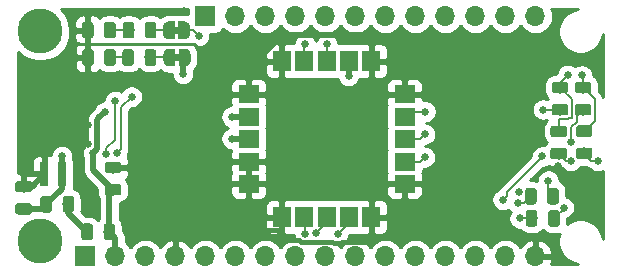
<source format=gbr>
G04 #@! TF.GenerationSoftware,KiCad,Pcbnew,(5.1.4)-1*
G04 #@! TF.CreationDate,2020-01-22T17:25:58-05:00*
G04 #@! TF.ProjectId,Feather-SAM-M8Q-GPS,46656174-6865-4722-9d53-414d2d4d3851,rev?*
G04 #@! TF.SameCoordinates,Original*
G04 #@! TF.FileFunction,Copper,L1,Top*
G04 #@! TF.FilePolarity,Positive*
%FSLAX46Y46*%
G04 Gerber Fmt 4.6, Leading zero omitted, Abs format (unit mm)*
G04 Created by KiCad (PCBNEW (5.1.4)-1) date 2020-01-22 17:25:58*
%MOMM*%
%LPD*%
G04 APERTURE LIST*
%ADD10C,0.100000*%
%ADD11C,0.975000*%
%ADD12R,1.500000X1.800000*%
%ADD13R,1.800000X1.500000*%
%ADD14O,1.700000X1.700000*%
%ADD15R,1.700000X1.700000*%
%ADD16C,3.800000*%
%ADD17C,0.500000*%
%ADD18R,0.800000X2.000000*%
%ADD19C,0.660400*%
%ADD20C,0.508000*%
%ADD21C,0.381000*%
%ADD22C,0.254000*%
%ADD23C,0.152400*%
G04 APERTURE END LIST*
D10*
G36*
X100191760Y-60871380D02*
G01*
X100691760Y-60871380D01*
X100691760Y-60271380D01*
X100191760Y-60271380D01*
X100191760Y-60871380D01*
G37*
G36*
X100148580Y-58565060D02*
G01*
X100648580Y-58565060D01*
X100648580Y-57965060D01*
X100148580Y-57965060D01*
X100148580Y-58565060D01*
G37*
G36*
X95506622Y-69406614D02*
G01*
X95530283Y-69410124D01*
X95553487Y-69415936D01*
X95576009Y-69423994D01*
X95597633Y-69434222D01*
X95618150Y-69446519D01*
X95637363Y-69460769D01*
X95655087Y-69476833D01*
X95671151Y-69494557D01*
X95685401Y-69513770D01*
X95697698Y-69534287D01*
X95707926Y-69555911D01*
X95715984Y-69578433D01*
X95721796Y-69601637D01*
X95725306Y-69625298D01*
X95726480Y-69649190D01*
X95726480Y-70136690D01*
X95725306Y-70160582D01*
X95721796Y-70184243D01*
X95715984Y-70207447D01*
X95707926Y-70229969D01*
X95697698Y-70251593D01*
X95685401Y-70272110D01*
X95671151Y-70291323D01*
X95655087Y-70309047D01*
X95637363Y-70325111D01*
X95618150Y-70339361D01*
X95597633Y-70351658D01*
X95576009Y-70361886D01*
X95553487Y-70369944D01*
X95530283Y-70375756D01*
X95506622Y-70379266D01*
X95482730Y-70380440D01*
X94570230Y-70380440D01*
X94546338Y-70379266D01*
X94522677Y-70375756D01*
X94499473Y-70369944D01*
X94476951Y-70361886D01*
X94455327Y-70351658D01*
X94434810Y-70339361D01*
X94415597Y-70325111D01*
X94397873Y-70309047D01*
X94381809Y-70291323D01*
X94367559Y-70272110D01*
X94355262Y-70251593D01*
X94345034Y-70229969D01*
X94336976Y-70207447D01*
X94331164Y-70184243D01*
X94327654Y-70160582D01*
X94326480Y-70136690D01*
X94326480Y-69649190D01*
X94327654Y-69625298D01*
X94331164Y-69601637D01*
X94336976Y-69578433D01*
X94345034Y-69555911D01*
X94355262Y-69534287D01*
X94367559Y-69513770D01*
X94381809Y-69494557D01*
X94397873Y-69476833D01*
X94415597Y-69460769D01*
X94434810Y-69446519D01*
X94455327Y-69434222D01*
X94476951Y-69423994D01*
X94499473Y-69415936D01*
X94522677Y-69410124D01*
X94546338Y-69406614D01*
X94570230Y-69405440D01*
X95482730Y-69405440D01*
X95506622Y-69406614D01*
X95506622Y-69406614D01*
G37*
D11*
X95026480Y-69892940D03*
D10*
G36*
X95506622Y-71281614D02*
G01*
X95530283Y-71285124D01*
X95553487Y-71290936D01*
X95576009Y-71298994D01*
X95597633Y-71309222D01*
X95618150Y-71321519D01*
X95637363Y-71335769D01*
X95655087Y-71351833D01*
X95671151Y-71369557D01*
X95685401Y-71388770D01*
X95697698Y-71409287D01*
X95707926Y-71430911D01*
X95715984Y-71453433D01*
X95721796Y-71476637D01*
X95725306Y-71500298D01*
X95726480Y-71524190D01*
X95726480Y-72011690D01*
X95725306Y-72035582D01*
X95721796Y-72059243D01*
X95715984Y-72082447D01*
X95707926Y-72104969D01*
X95697698Y-72126593D01*
X95685401Y-72147110D01*
X95671151Y-72166323D01*
X95655087Y-72184047D01*
X95637363Y-72200111D01*
X95618150Y-72214361D01*
X95597633Y-72226658D01*
X95576009Y-72236886D01*
X95553487Y-72244944D01*
X95530283Y-72250756D01*
X95506622Y-72254266D01*
X95482730Y-72255440D01*
X94570230Y-72255440D01*
X94546338Y-72254266D01*
X94522677Y-72250756D01*
X94499473Y-72244944D01*
X94476951Y-72236886D01*
X94455327Y-72226658D01*
X94434810Y-72214361D01*
X94415597Y-72200111D01*
X94397873Y-72184047D01*
X94381809Y-72166323D01*
X94367559Y-72147110D01*
X94355262Y-72126593D01*
X94345034Y-72104969D01*
X94336976Y-72082447D01*
X94331164Y-72059243D01*
X94327654Y-72035582D01*
X94326480Y-72011690D01*
X94326480Y-71524190D01*
X94327654Y-71500298D01*
X94331164Y-71476637D01*
X94336976Y-71453433D01*
X94345034Y-71430911D01*
X94355262Y-71409287D01*
X94367559Y-71388770D01*
X94381809Y-71369557D01*
X94397873Y-71351833D01*
X94415597Y-71335769D01*
X94434810Y-71321519D01*
X94455327Y-71309222D01*
X94476951Y-71298994D01*
X94499473Y-71290936D01*
X94522677Y-71285124D01*
X94546338Y-71281614D01*
X94570230Y-71280440D01*
X95482730Y-71280440D01*
X95506622Y-71281614D01*
X95506622Y-71281614D01*
G37*
D11*
X95026480Y-71767940D03*
D12*
X109301120Y-60882720D03*
X111201120Y-60882720D03*
X113101120Y-60882720D03*
X115001120Y-60882720D03*
X116901120Y-60882720D03*
D13*
X119701120Y-63682720D03*
X119701120Y-65582720D03*
X119701120Y-67482720D03*
X119701120Y-69382720D03*
X119701120Y-71282720D03*
D12*
X116901120Y-74082720D03*
X115001120Y-74082720D03*
X113101120Y-74082720D03*
X111201120Y-74082720D03*
X109301120Y-74082720D03*
D13*
X106501120Y-71282720D03*
X106501120Y-69382720D03*
X106501120Y-67482720D03*
X106501120Y-65582720D03*
X106501120Y-63682720D03*
D14*
X130784600Y-77419200D03*
X128244600Y-77419200D03*
X125704600Y-77419200D03*
X123164600Y-77419200D03*
X120624600Y-77419200D03*
X118084600Y-77419200D03*
X115544600Y-77419200D03*
X113004600Y-77419200D03*
X110464600Y-77419200D03*
X107924600Y-77419200D03*
X105384600Y-77419200D03*
X102844600Y-77419200D03*
X100304600Y-77419200D03*
X97764600Y-77419200D03*
X95224600Y-77419200D03*
D15*
X92684600Y-77419200D03*
D14*
X130784600Y-57099200D03*
X128244600Y-57099200D03*
X125704600Y-57099200D03*
X123164600Y-57099200D03*
X120624600Y-57099200D03*
X118084600Y-57099200D03*
X115544600Y-57099200D03*
X113004600Y-57099200D03*
X110464600Y-57099200D03*
X107924600Y-57099200D03*
X105384600Y-57099200D03*
D15*
X102844600Y-57099200D03*
D16*
X88874600Y-58369200D03*
X88874600Y-76149200D03*
D10*
G36*
X94971782Y-74627414D02*
G01*
X94995443Y-74630924D01*
X95018647Y-74636736D01*
X95041169Y-74644794D01*
X95062793Y-74655022D01*
X95083310Y-74667319D01*
X95102523Y-74681569D01*
X95120247Y-74697633D01*
X95136311Y-74715357D01*
X95150561Y-74734570D01*
X95162858Y-74755087D01*
X95173086Y-74776711D01*
X95181144Y-74799233D01*
X95186956Y-74822437D01*
X95190466Y-74846098D01*
X95191640Y-74869990D01*
X95191640Y-75782490D01*
X95190466Y-75806382D01*
X95186956Y-75830043D01*
X95181144Y-75853247D01*
X95173086Y-75875769D01*
X95162858Y-75897393D01*
X95150561Y-75917910D01*
X95136311Y-75937123D01*
X95120247Y-75954847D01*
X95102523Y-75970911D01*
X95083310Y-75985161D01*
X95062793Y-75997458D01*
X95041169Y-76007686D01*
X95018647Y-76015744D01*
X94995443Y-76021556D01*
X94971782Y-76025066D01*
X94947890Y-76026240D01*
X94460390Y-76026240D01*
X94436498Y-76025066D01*
X94412837Y-76021556D01*
X94389633Y-76015744D01*
X94367111Y-76007686D01*
X94345487Y-75997458D01*
X94324970Y-75985161D01*
X94305757Y-75970911D01*
X94288033Y-75954847D01*
X94271969Y-75937123D01*
X94257719Y-75917910D01*
X94245422Y-75897393D01*
X94235194Y-75875769D01*
X94227136Y-75853247D01*
X94221324Y-75830043D01*
X94217814Y-75806382D01*
X94216640Y-75782490D01*
X94216640Y-74869990D01*
X94217814Y-74846098D01*
X94221324Y-74822437D01*
X94227136Y-74799233D01*
X94235194Y-74776711D01*
X94245422Y-74755087D01*
X94257719Y-74734570D01*
X94271969Y-74715357D01*
X94288033Y-74697633D01*
X94305757Y-74681569D01*
X94324970Y-74667319D01*
X94345487Y-74655022D01*
X94367111Y-74644794D01*
X94389633Y-74636736D01*
X94412837Y-74630924D01*
X94436498Y-74627414D01*
X94460390Y-74626240D01*
X94947890Y-74626240D01*
X94971782Y-74627414D01*
X94971782Y-74627414D01*
G37*
D11*
X94704140Y-75326240D03*
D10*
G36*
X93096782Y-74627414D02*
G01*
X93120443Y-74630924D01*
X93143647Y-74636736D01*
X93166169Y-74644794D01*
X93187793Y-74655022D01*
X93208310Y-74667319D01*
X93227523Y-74681569D01*
X93245247Y-74697633D01*
X93261311Y-74715357D01*
X93275561Y-74734570D01*
X93287858Y-74755087D01*
X93298086Y-74776711D01*
X93306144Y-74799233D01*
X93311956Y-74822437D01*
X93315466Y-74846098D01*
X93316640Y-74869990D01*
X93316640Y-75782490D01*
X93315466Y-75806382D01*
X93311956Y-75830043D01*
X93306144Y-75853247D01*
X93298086Y-75875769D01*
X93287858Y-75897393D01*
X93275561Y-75917910D01*
X93261311Y-75937123D01*
X93245247Y-75954847D01*
X93227523Y-75970911D01*
X93208310Y-75985161D01*
X93187793Y-75997458D01*
X93166169Y-76007686D01*
X93143647Y-76015744D01*
X93120443Y-76021556D01*
X93096782Y-76025066D01*
X93072890Y-76026240D01*
X92585390Y-76026240D01*
X92561498Y-76025066D01*
X92537837Y-76021556D01*
X92514633Y-76015744D01*
X92492111Y-76007686D01*
X92470487Y-75997458D01*
X92449970Y-75985161D01*
X92430757Y-75970911D01*
X92413033Y-75954847D01*
X92396969Y-75937123D01*
X92382719Y-75917910D01*
X92370422Y-75897393D01*
X92360194Y-75875769D01*
X92352136Y-75853247D01*
X92346324Y-75830043D01*
X92342814Y-75806382D01*
X92341640Y-75782490D01*
X92341640Y-74869990D01*
X92342814Y-74846098D01*
X92346324Y-74822437D01*
X92352136Y-74799233D01*
X92360194Y-74776711D01*
X92370422Y-74755087D01*
X92382719Y-74734570D01*
X92396969Y-74715357D01*
X92413033Y-74697633D01*
X92430757Y-74681569D01*
X92449970Y-74667319D01*
X92470487Y-74655022D01*
X92492111Y-74644794D01*
X92514633Y-74636736D01*
X92537837Y-74630924D01*
X92561498Y-74627414D01*
X92585390Y-74626240D01*
X93072890Y-74626240D01*
X93096782Y-74627414D01*
X93096782Y-74627414D01*
G37*
D11*
X92829140Y-75326240D03*
D10*
G36*
X133230702Y-66343374D02*
G01*
X133254363Y-66346884D01*
X133277567Y-66352696D01*
X133300089Y-66360754D01*
X133321713Y-66370982D01*
X133342230Y-66383279D01*
X133361443Y-66397529D01*
X133379167Y-66413593D01*
X133395231Y-66431317D01*
X133409481Y-66450530D01*
X133421778Y-66471047D01*
X133432006Y-66492671D01*
X133440064Y-66515193D01*
X133445876Y-66538397D01*
X133449386Y-66562058D01*
X133450560Y-66585950D01*
X133450560Y-67073450D01*
X133449386Y-67097342D01*
X133445876Y-67121003D01*
X133440064Y-67144207D01*
X133432006Y-67166729D01*
X133421778Y-67188353D01*
X133409481Y-67208870D01*
X133395231Y-67228083D01*
X133379167Y-67245807D01*
X133361443Y-67261871D01*
X133342230Y-67276121D01*
X133321713Y-67288418D01*
X133300089Y-67298646D01*
X133277567Y-67306704D01*
X133254363Y-67312516D01*
X133230702Y-67316026D01*
X133206810Y-67317200D01*
X132294310Y-67317200D01*
X132270418Y-67316026D01*
X132246757Y-67312516D01*
X132223553Y-67306704D01*
X132201031Y-67298646D01*
X132179407Y-67288418D01*
X132158890Y-67276121D01*
X132139677Y-67261871D01*
X132121953Y-67245807D01*
X132105889Y-67228083D01*
X132091639Y-67208870D01*
X132079342Y-67188353D01*
X132069114Y-67166729D01*
X132061056Y-67144207D01*
X132055244Y-67121003D01*
X132051734Y-67097342D01*
X132050560Y-67073450D01*
X132050560Y-66585950D01*
X132051734Y-66562058D01*
X132055244Y-66538397D01*
X132061056Y-66515193D01*
X132069114Y-66492671D01*
X132079342Y-66471047D01*
X132091639Y-66450530D01*
X132105889Y-66431317D01*
X132121953Y-66413593D01*
X132139677Y-66397529D01*
X132158890Y-66383279D01*
X132179407Y-66370982D01*
X132201031Y-66360754D01*
X132223553Y-66352696D01*
X132246757Y-66346884D01*
X132270418Y-66343374D01*
X132294310Y-66342200D01*
X133206810Y-66342200D01*
X133230702Y-66343374D01*
X133230702Y-66343374D01*
G37*
D11*
X132750560Y-66829700D03*
D10*
G36*
X133230702Y-68218374D02*
G01*
X133254363Y-68221884D01*
X133277567Y-68227696D01*
X133300089Y-68235754D01*
X133321713Y-68245982D01*
X133342230Y-68258279D01*
X133361443Y-68272529D01*
X133379167Y-68288593D01*
X133395231Y-68306317D01*
X133409481Y-68325530D01*
X133421778Y-68346047D01*
X133432006Y-68367671D01*
X133440064Y-68390193D01*
X133445876Y-68413397D01*
X133449386Y-68437058D01*
X133450560Y-68460950D01*
X133450560Y-68948450D01*
X133449386Y-68972342D01*
X133445876Y-68996003D01*
X133440064Y-69019207D01*
X133432006Y-69041729D01*
X133421778Y-69063353D01*
X133409481Y-69083870D01*
X133395231Y-69103083D01*
X133379167Y-69120807D01*
X133361443Y-69136871D01*
X133342230Y-69151121D01*
X133321713Y-69163418D01*
X133300089Y-69173646D01*
X133277567Y-69181704D01*
X133254363Y-69187516D01*
X133230702Y-69191026D01*
X133206810Y-69192200D01*
X132294310Y-69192200D01*
X132270418Y-69191026D01*
X132246757Y-69187516D01*
X132223553Y-69181704D01*
X132201031Y-69173646D01*
X132179407Y-69163418D01*
X132158890Y-69151121D01*
X132139677Y-69136871D01*
X132121953Y-69120807D01*
X132105889Y-69103083D01*
X132091639Y-69083870D01*
X132079342Y-69063353D01*
X132069114Y-69041729D01*
X132061056Y-69019207D01*
X132055244Y-68996003D01*
X132051734Y-68972342D01*
X132050560Y-68948450D01*
X132050560Y-68460950D01*
X132051734Y-68437058D01*
X132055244Y-68413397D01*
X132061056Y-68390193D01*
X132069114Y-68367671D01*
X132079342Y-68346047D01*
X132091639Y-68325530D01*
X132105889Y-68306317D01*
X132121953Y-68288593D01*
X132139677Y-68272529D01*
X132158890Y-68258279D01*
X132179407Y-68245982D01*
X132201031Y-68235754D01*
X132223553Y-68227696D01*
X132246757Y-68221884D01*
X132270418Y-68218374D01*
X132294310Y-68217200D01*
X133206810Y-68217200D01*
X133230702Y-68218374D01*
X133230702Y-68218374D01*
G37*
D11*
X132750560Y-68704700D03*
D10*
G36*
X135389702Y-66328134D02*
G01*
X135413363Y-66331644D01*
X135436567Y-66337456D01*
X135459089Y-66345514D01*
X135480713Y-66355742D01*
X135501230Y-66368039D01*
X135520443Y-66382289D01*
X135538167Y-66398353D01*
X135554231Y-66416077D01*
X135568481Y-66435290D01*
X135580778Y-66455807D01*
X135591006Y-66477431D01*
X135599064Y-66499953D01*
X135604876Y-66523157D01*
X135608386Y-66546818D01*
X135609560Y-66570710D01*
X135609560Y-67058210D01*
X135608386Y-67082102D01*
X135604876Y-67105763D01*
X135599064Y-67128967D01*
X135591006Y-67151489D01*
X135580778Y-67173113D01*
X135568481Y-67193630D01*
X135554231Y-67212843D01*
X135538167Y-67230567D01*
X135520443Y-67246631D01*
X135501230Y-67260881D01*
X135480713Y-67273178D01*
X135459089Y-67283406D01*
X135436567Y-67291464D01*
X135413363Y-67297276D01*
X135389702Y-67300786D01*
X135365810Y-67301960D01*
X134453310Y-67301960D01*
X134429418Y-67300786D01*
X134405757Y-67297276D01*
X134382553Y-67291464D01*
X134360031Y-67283406D01*
X134338407Y-67273178D01*
X134317890Y-67260881D01*
X134298677Y-67246631D01*
X134280953Y-67230567D01*
X134264889Y-67212843D01*
X134250639Y-67193630D01*
X134238342Y-67173113D01*
X134228114Y-67151489D01*
X134220056Y-67128967D01*
X134214244Y-67105763D01*
X134210734Y-67082102D01*
X134209560Y-67058210D01*
X134209560Y-66570710D01*
X134210734Y-66546818D01*
X134214244Y-66523157D01*
X134220056Y-66499953D01*
X134228114Y-66477431D01*
X134238342Y-66455807D01*
X134250639Y-66435290D01*
X134264889Y-66416077D01*
X134280953Y-66398353D01*
X134298677Y-66382289D01*
X134317890Y-66368039D01*
X134338407Y-66355742D01*
X134360031Y-66345514D01*
X134382553Y-66337456D01*
X134405757Y-66331644D01*
X134429418Y-66328134D01*
X134453310Y-66326960D01*
X135365810Y-66326960D01*
X135389702Y-66328134D01*
X135389702Y-66328134D01*
G37*
D11*
X134909560Y-66814460D03*
D10*
G36*
X135389702Y-68203134D02*
G01*
X135413363Y-68206644D01*
X135436567Y-68212456D01*
X135459089Y-68220514D01*
X135480713Y-68230742D01*
X135501230Y-68243039D01*
X135520443Y-68257289D01*
X135538167Y-68273353D01*
X135554231Y-68291077D01*
X135568481Y-68310290D01*
X135580778Y-68330807D01*
X135591006Y-68352431D01*
X135599064Y-68374953D01*
X135604876Y-68398157D01*
X135608386Y-68421818D01*
X135609560Y-68445710D01*
X135609560Y-68933210D01*
X135608386Y-68957102D01*
X135604876Y-68980763D01*
X135599064Y-69003967D01*
X135591006Y-69026489D01*
X135580778Y-69048113D01*
X135568481Y-69068630D01*
X135554231Y-69087843D01*
X135538167Y-69105567D01*
X135520443Y-69121631D01*
X135501230Y-69135881D01*
X135480713Y-69148178D01*
X135459089Y-69158406D01*
X135436567Y-69166464D01*
X135413363Y-69172276D01*
X135389702Y-69175786D01*
X135365810Y-69176960D01*
X134453310Y-69176960D01*
X134429418Y-69175786D01*
X134405757Y-69172276D01*
X134382553Y-69166464D01*
X134360031Y-69158406D01*
X134338407Y-69148178D01*
X134317890Y-69135881D01*
X134298677Y-69121631D01*
X134280953Y-69105567D01*
X134264889Y-69087843D01*
X134250639Y-69068630D01*
X134238342Y-69048113D01*
X134228114Y-69026489D01*
X134220056Y-69003967D01*
X134214244Y-68980763D01*
X134210734Y-68957102D01*
X134209560Y-68933210D01*
X134209560Y-68445710D01*
X134210734Y-68421818D01*
X134214244Y-68398157D01*
X134220056Y-68374953D01*
X134228114Y-68352431D01*
X134238342Y-68330807D01*
X134250639Y-68310290D01*
X134264889Y-68291077D01*
X134280953Y-68273353D01*
X134298677Y-68257289D01*
X134317890Y-68243039D01*
X134338407Y-68230742D01*
X134360031Y-68220514D01*
X134382553Y-68212456D01*
X134405757Y-68206644D01*
X134429418Y-68203134D01*
X134453310Y-68201960D01*
X135365810Y-68201960D01*
X135389702Y-68203134D01*
X135389702Y-68203134D01*
G37*
D11*
X134909560Y-68689460D03*
D10*
G36*
X98446502Y-59872554D02*
G01*
X98470163Y-59876064D01*
X98493367Y-59881876D01*
X98515889Y-59889934D01*
X98537513Y-59900162D01*
X98558030Y-59912459D01*
X98577243Y-59926709D01*
X98594967Y-59942773D01*
X98611031Y-59960497D01*
X98625281Y-59979710D01*
X98637578Y-60000227D01*
X98647806Y-60021851D01*
X98655864Y-60044373D01*
X98661676Y-60067577D01*
X98665186Y-60091238D01*
X98666360Y-60115130D01*
X98666360Y-61027630D01*
X98665186Y-61051522D01*
X98661676Y-61075183D01*
X98655864Y-61098387D01*
X98647806Y-61120909D01*
X98637578Y-61142533D01*
X98625281Y-61163050D01*
X98611031Y-61182263D01*
X98594967Y-61199987D01*
X98577243Y-61216051D01*
X98558030Y-61230301D01*
X98537513Y-61242598D01*
X98515889Y-61252826D01*
X98493367Y-61260884D01*
X98470163Y-61266696D01*
X98446502Y-61270206D01*
X98422610Y-61271380D01*
X97935110Y-61271380D01*
X97911218Y-61270206D01*
X97887557Y-61266696D01*
X97864353Y-61260884D01*
X97841831Y-61252826D01*
X97820207Y-61242598D01*
X97799690Y-61230301D01*
X97780477Y-61216051D01*
X97762753Y-61199987D01*
X97746689Y-61182263D01*
X97732439Y-61163050D01*
X97720142Y-61142533D01*
X97709914Y-61120909D01*
X97701856Y-61098387D01*
X97696044Y-61075183D01*
X97692534Y-61051522D01*
X97691360Y-61027630D01*
X97691360Y-60115130D01*
X97692534Y-60091238D01*
X97696044Y-60067577D01*
X97701856Y-60044373D01*
X97709914Y-60021851D01*
X97720142Y-60000227D01*
X97732439Y-59979710D01*
X97746689Y-59960497D01*
X97762753Y-59942773D01*
X97780477Y-59926709D01*
X97799690Y-59912459D01*
X97820207Y-59900162D01*
X97841831Y-59889934D01*
X97864353Y-59881876D01*
X97887557Y-59876064D01*
X97911218Y-59872554D01*
X97935110Y-59871380D01*
X98422610Y-59871380D01*
X98446502Y-59872554D01*
X98446502Y-59872554D01*
G37*
D11*
X98178860Y-60571380D03*
D10*
G36*
X96571502Y-59872554D02*
G01*
X96595163Y-59876064D01*
X96618367Y-59881876D01*
X96640889Y-59889934D01*
X96662513Y-59900162D01*
X96683030Y-59912459D01*
X96702243Y-59926709D01*
X96719967Y-59942773D01*
X96736031Y-59960497D01*
X96750281Y-59979710D01*
X96762578Y-60000227D01*
X96772806Y-60021851D01*
X96780864Y-60044373D01*
X96786676Y-60067577D01*
X96790186Y-60091238D01*
X96791360Y-60115130D01*
X96791360Y-61027630D01*
X96790186Y-61051522D01*
X96786676Y-61075183D01*
X96780864Y-61098387D01*
X96772806Y-61120909D01*
X96762578Y-61142533D01*
X96750281Y-61163050D01*
X96736031Y-61182263D01*
X96719967Y-61199987D01*
X96702243Y-61216051D01*
X96683030Y-61230301D01*
X96662513Y-61242598D01*
X96640889Y-61252826D01*
X96618367Y-61260884D01*
X96595163Y-61266696D01*
X96571502Y-61270206D01*
X96547610Y-61271380D01*
X96060110Y-61271380D01*
X96036218Y-61270206D01*
X96012557Y-61266696D01*
X95989353Y-61260884D01*
X95966831Y-61252826D01*
X95945207Y-61242598D01*
X95924690Y-61230301D01*
X95905477Y-61216051D01*
X95887753Y-61199987D01*
X95871689Y-61182263D01*
X95857439Y-61163050D01*
X95845142Y-61142533D01*
X95834914Y-61120909D01*
X95826856Y-61098387D01*
X95821044Y-61075183D01*
X95817534Y-61051522D01*
X95816360Y-61027630D01*
X95816360Y-60115130D01*
X95817534Y-60091238D01*
X95821044Y-60067577D01*
X95826856Y-60044373D01*
X95834914Y-60021851D01*
X95845142Y-60000227D01*
X95857439Y-59979710D01*
X95871689Y-59960497D01*
X95887753Y-59942773D01*
X95905477Y-59926709D01*
X95924690Y-59912459D01*
X95945207Y-59900162D01*
X95966831Y-59889934D01*
X95989353Y-59881876D01*
X96012557Y-59876064D01*
X96036218Y-59872554D01*
X96060110Y-59871380D01*
X96547610Y-59871380D01*
X96571502Y-59872554D01*
X96571502Y-59872554D01*
G37*
D11*
X96303860Y-60571380D03*
D10*
G36*
X98479522Y-57566234D02*
G01*
X98503183Y-57569744D01*
X98526387Y-57575556D01*
X98548909Y-57583614D01*
X98570533Y-57593842D01*
X98591050Y-57606139D01*
X98610263Y-57620389D01*
X98627987Y-57636453D01*
X98644051Y-57654177D01*
X98658301Y-57673390D01*
X98670598Y-57693907D01*
X98680826Y-57715531D01*
X98688884Y-57738053D01*
X98694696Y-57761257D01*
X98698206Y-57784918D01*
X98699380Y-57808810D01*
X98699380Y-58721310D01*
X98698206Y-58745202D01*
X98694696Y-58768863D01*
X98688884Y-58792067D01*
X98680826Y-58814589D01*
X98670598Y-58836213D01*
X98658301Y-58856730D01*
X98644051Y-58875943D01*
X98627987Y-58893667D01*
X98610263Y-58909731D01*
X98591050Y-58923981D01*
X98570533Y-58936278D01*
X98548909Y-58946506D01*
X98526387Y-58954564D01*
X98503183Y-58960376D01*
X98479522Y-58963886D01*
X98455630Y-58965060D01*
X97968130Y-58965060D01*
X97944238Y-58963886D01*
X97920577Y-58960376D01*
X97897373Y-58954564D01*
X97874851Y-58946506D01*
X97853227Y-58936278D01*
X97832710Y-58923981D01*
X97813497Y-58909731D01*
X97795773Y-58893667D01*
X97779709Y-58875943D01*
X97765459Y-58856730D01*
X97753162Y-58836213D01*
X97742934Y-58814589D01*
X97734876Y-58792067D01*
X97729064Y-58768863D01*
X97725554Y-58745202D01*
X97724380Y-58721310D01*
X97724380Y-57808810D01*
X97725554Y-57784918D01*
X97729064Y-57761257D01*
X97734876Y-57738053D01*
X97742934Y-57715531D01*
X97753162Y-57693907D01*
X97765459Y-57673390D01*
X97779709Y-57654177D01*
X97795773Y-57636453D01*
X97813497Y-57620389D01*
X97832710Y-57606139D01*
X97853227Y-57593842D01*
X97874851Y-57583614D01*
X97897373Y-57575556D01*
X97920577Y-57569744D01*
X97944238Y-57566234D01*
X97968130Y-57565060D01*
X98455630Y-57565060D01*
X98479522Y-57566234D01*
X98479522Y-57566234D01*
G37*
D11*
X98211880Y-58265060D03*
D10*
G36*
X96604522Y-57566234D02*
G01*
X96628183Y-57569744D01*
X96651387Y-57575556D01*
X96673909Y-57583614D01*
X96695533Y-57593842D01*
X96716050Y-57606139D01*
X96735263Y-57620389D01*
X96752987Y-57636453D01*
X96769051Y-57654177D01*
X96783301Y-57673390D01*
X96795598Y-57693907D01*
X96805826Y-57715531D01*
X96813884Y-57738053D01*
X96819696Y-57761257D01*
X96823206Y-57784918D01*
X96824380Y-57808810D01*
X96824380Y-58721310D01*
X96823206Y-58745202D01*
X96819696Y-58768863D01*
X96813884Y-58792067D01*
X96805826Y-58814589D01*
X96795598Y-58836213D01*
X96783301Y-58856730D01*
X96769051Y-58875943D01*
X96752987Y-58893667D01*
X96735263Y-58909731D01*
X96716050Y-58923981D01*
X96695533Y-58936278D01*
X96673909Y-58946506D01*
X96651387Y-58954564D01*
X96628183Y-58960376D01*
X96604522Y-58963886D01*
X96580630Y-58965060D01*
X96093130Y-58965060D01*
X96069238Y-58963886D01*
X96045577Y-58960376D01*
X96022373Y-58954564D01*
X95999851Y-58946506D01*
X95978227Y-58936278D01*
X95957710Y-58923981D01*
X95938497Y-58909731D01*
X95920773Y-58893667D01*
X95904709Y-58875943D01*
X95890459Y-58856730D01*
X95878162Y-58836213D01*
X95867934Y-58814589D01*
X95859876Y-58792067D01*
X95854064Y-58768863D01*
X95850554Y-58745202D01*
X95849380Y-58721310D01*
X95849380Y-57808810D01*
X95850554Y-57784918D01*
X95854064Y-57761257D01*
X95859876Y-57738053D01*
X95867934Y-57715531D01*
X95878162Y-57693907D01*
X95890459Y-57673390D01*
X95904709Y-57654177D01*
X95920773Y-57636453D01*
X95938497Y-57620389D01*
X95957710Y-57606139D01*
X95978227Y-57593842D01*
X95999851Y-57583614D01*
X96022373Y-57575556D01*
X96045577Y-57569744D01*
X96069238Y-57566234D01*
X96093130Y-57565060D01*
X96580630Y-57565060D01*
X96604522Y-57566234D01*
X96604522Y-57566234D01*
G37*
D11*
X96336880Y-58265060D03*
D10*
G36*
X91507222Y-72300774D02*
G01*
X91530883Y-72304284D01*
X91554087Y-72310096D01*
X91576609Y-72318154D01*
X91598233Y-72328382D01*
X91618750Y-72340679D01*
X91637963Y-72354929D01*
X91655687Y-72370993D01*
X91671751Y-72388717D01*
X91686001Y-72407930D01*
X91698298Y-72428447D01*
X91708526Y-72450071D01*
X91716584Y-72472593D01*
X91722396Y-72495797D01*
X91725906Y-72519458D01*
X91727080Y-72543350D01*
X91727080Y-73455850D01*
X91725906Y-73479742D01*
X91722396Y-73503403D01*
X91716584Y-73526607D01*
X91708526Y-73549129D01*
X91698298Y-73570753D01*
X91686001Y-73591270D01*
X91671751Y-73610483D01*
X91655687Y-73628207D01*
X91637963Y-73644271D01*
X91618750Y-73658521D01*
X91598233Y-73670818D01*
X91576609Y-73681046D01*
X91554087Y-73689104D01*
X91530883Y-73694916D01*
X91507222Y-73698426D01*
X91483330Y-73699600D01*
X90995830Y-73699600D01*
X90971938Y-73698426D01*
X90948277Y-73694916D01*
X90925073Y-73689104D01*
X90902551Y-73681046D01*
X90880927Y-73670818D01*
X90860410Y-73658521D01*
X90841197Y-73644271D01*
X90823473Y-73628207D01*
X90807409Y-73610483D01*
X90793159Y-73591270D01*
X90780862Y-73570753D01*
X90770634Y-73549129D01*
X90762576Y-73526607D01*
X90756764Y-73503403D01*
X90753254Y-73479742D01*
X90752080Y-73455850D01*
X90752080Y-72543350D01*
X90753254Y-72519458D01*
X90756764Y-72495797D01*
X90762576Y-72472593D01*
X90770634Y-72450071D01*
X90780862Y-72428447D01*
X90793159Y-72407930D01*
X90807409Y-72388717D01*
X90823473Y-72370993D01*
X90841197Y-72354929D01*
X90860410Y-72340679D01*
X90880927Y-72328382D01*
X90902551Y-72318154D01*
X90925073Y-72310096D01*
X90948277Y-72304284D01*
X90971938Y-72300774D01*
X90995830Y-72299600D01*
X91483330Y-72299600D01*
X91507222Y-72300774D01*
X91507222Y-72300774D01*
G37*
D11*
X91239580Y-72999600D03*
D10*
G36*
X89632222Y-72300774D02*
G01*
X89655883Y-72304284D01*
X89679087Y-72310096D01*
X89701609Y-72318154D01*
X89723233Y-72328382D01*
X89743750Y-72340679D01*
X89762963Y-72354929D01*
X89780687Y-72370993D01*
X89796751Y-72388717D01*
X89811001Y-72407930D01*
X89823298Y-72428447D01*
X89833526Y-72450071D01*
X89841584Y-72472593D01*
X89847396Y-72495797D01*
X89850906Y-72519458D01*
X89852080Y-72543350D01*
X89852080Y-73455850D01*
X89850906Y-73479742D01*
X89847396Y-73503403D01*
X89841584Y-73526607D01*
X89833526Y-73549129D01*
X89823298Y-73570753D01*
X89811001Y-73591270D01*
X89796751Y-73610483D01*
X89780687Y-73628207D01*
X89762963Y-73644271D01*
X89743750Y-73658521D01*
X89723233Y-73670818D01*
X89701609Y-73681046D01*
X89679087Y-73689104D01*
X89655883Y-73694916D01*
X89632222Y-73698426D01*
X89608330Y-73699600D01*
X89120830Y-73699600D01*
X89096938Y-73698426D01*
X89073277Y-73694916D01*
X89050073Y-73689104D01*
X89027551Y-73681046D01*
X89005927Y-73670818D01*
X88985410Y-73658521D01*
X88966197Y-73644271D01*
X88948473Y-73628207D01*
X88932409Y-73610483D01*
X88918159Y-73591270D01*
X88905862Y-73570753D01*
X88895634Y-73549129D01*
X88887576Y-73526607D01*
X88881764Y-73503403D01*
X88878254Y-73479742D01*
X88877080Y-73455850D01*
X88877080Y-72543350D01*
X88878254Y-72519458D01*
X88881764Y-72495797D01*
X88887576Y-72472593D01*
X88895634Y-72450071D01*
X88905862Y-72428447D01*
X88918159Y-72407930D01*
X88932409Y-72388717D01*
X88948473Y-72370993D01*
X88966197Y-72354929D01*
X88985410Y-72340679D01*
X89005927Y-72328382D01*
X89027551Y-72318154D01*
X89050073Y-72310096D01*
X89073277Y-72304284D01*
X89096938Y-72300774D01*
X89120830Y-72299600D01*
X89608330Y-72299600D01*
X89632222Y-72300774D01*
X89632222Y-72300774D01*
G37*
D11*
X89364580Y-72999600D03*
D10*
G36*
X132541162Y-71625134D02*
G01*
X132564823Y-71628644D01*
X132588027Y-71634456D01*
X132610549Y-71642514D01*
X132632173Y-71652742D01*
X132652690Y-71665039D01*
X132671903Y-71679289D01*
X132689627Y-71695353D01*
X132705691Y-71713077D01*
X132719941Y-71732290D01*
X132732238Y-71752807D01*
X132742466Y-71774431D01*
X132750524Y-71796953D01*
X132756336Y-71820157D01*
X132759846Y-71843818D01*
X132761020Y-71867710D01*
X132761020Y-72780210D01*
X132759846Y-72804102D01*
X132756336Y-72827763D01*
X132750524Y-72850967D01*
X132742466Y-72873489D01*
X132732238Y-72895113D01*
X132719941Y-72915630D01*
X132705691Y-72934843D01*
X132689627Y-72952567D01*
X132671903Y-72968631D01*
X132652690Y-72982881D01*
X132632173Y-72995178D01*
X132610549Y-73005406D01*
X132588027Y-73013464D01*
X132564823Y-73019276D01*
X132541162Y-73022786D01*
X132517270Y-73023960D01*
X132029770Y-73023960D01*
X132005878Y-73022786D01*
X131982217Y-73019276D01*
X131959013Y-73013464D01*
X131936491Y-73005406D01*
X131914867Y-72995178D01*
X131894350Y-72982881D01*
X131875137Y-72968631D01*
X131857413Y-72952567D01*
X131841349Y-72934843D01*
X131827099Y-72915630D01*
X131814802Y-72895113D01*
X131804574Y-72873489D01*
X131796516Y-72850967D01*
X131790704Y-72827763D01*
X131787194Y-72804102D01*
X131786020Y-72780210D01*
X131786020Y-71867710D01*
X131787194Y-71843818D01*
X131790704Y-71820157D01*
X131796516Y-71796953D01*
X131804574Y-71774431D01*
X131814802Y-71752807D01*
X131827099Y-71732290D01*
X131841349Y-71713077D01*
X131857413Y-71695353D01*
X131875137Y-71679289D01*
X131894350Y-71665039D01*
X131914867Y-71652742D01*
X131936491Y-71642514D01*
X131959013Y-71634456D01*
X131982217Y-71628644D01*
X132005878Y-71625134D01*
X132029770Y-71623960D01*
X132517270Y-71623960D01*
X132541162Y-71625134D01*
X132541162Y-71625134D01*
G37*
D11*
X132273520Y-72323960D03*
D10*
G36*
X130666162Y-71625134D02*
G01*
X130689823Y-71628644D01*
X130713027Y-71634456D01*
X130735549Y-71642514D01*
X130757173Y-71652742D01*
X130777690Y-71665039D01*
X130796903Y-71679289D01*
X130814627Y-71695353D01*
X130830691Y-71713077D01*
X130844941Y-71732290D01*
X130857238Y-71752807D01*
X130867466Y-71774431D01*
X130875524Y-71796953D01*
X130881336Y-71820157D01*
X130884846Y-71843818D01*
X130886020Y-71867710D01*
X130886020Y-72780210D01*
X130884846Y-72804102D01*
X130881336Y-72827763D01*
X130875524Y-72850967D01*
X130867466Y-72873489D01*
X130857238Y-72895113D01*
X130844941Y-72915630D01*
X130830691Y-72934843D01*
X130814627Y-72952567D01*
X130796903Y-72968631D01*
X130777690Y-72982881D01*
X130757173Y-72995178D01*
X130735549Y-73005406D01*
X130713027Y-73013464D01*
X130689823Y-73019276D01*
X130666162Y-73022786D01*
X130642270Y-73023960D01*
X130154770Y-73023960D01*
X130130878Y-73022786D01*
X130107217Y-73019276D01*
X130084013Y-73013464D01*
X130061491Y-73005406D01*
X130039867Y-72995178D01*
X130019350Y-72982881D01*
X130000137Y-72968631D01*
X129982413Y-72952567D01*
X129966349Y-72934843D01*
X129952099Y-72915630D01*
X129939802Y-72895113D01*
X129929574Y-72873489D01*
X129921516Y-72850967D01*
X129915704Y-72827763D01*
X129912194Y-72804102D01*
X129911020Y-72780210D01*
X129911020Y-71867710D01*
X129912194Y-71843818D01*
X129915704Y-71820157D01*
X129921516Y-71796953D01*
X129929574Y-71774431D01*
X129939802Y-71752807D01*
X129952099Y-71732290D01*
X129966349Y-71713077D01*
X129982413Y-71695353D01*
X130000137Y-71679289D01*
X130019350Y-71665039D01*
X130039867Y-71652742D01*
X130061491Y-71642514D01*
X130084013Y-71634456D01*
X130107217Y-71628644D01*
X130130878Y-71625134D01*
X130154770Y-71623960D01*
X130642270Y-71623960D01*
X130666162Y-71625134D01*
X130666162Y-71625134D01*
G37*
D11*
X130398520Y-72323960D03*
D10*
G36*
X132614582Y-73494574D02*
G01*
X132638243Y-73498084D01*
X132661447Y-73503896D01*
X132683969Y-73511954D01*
X132705593Y-73522182D01*
X132726110Y-73534479D01*
X132745323Y-73548729D01*
X132763047Y-73564793D01*
X132779111Y-73582517D01*
X132793361Y-73601730D01*
X132805658Y-73622247D01*
X132815886Y-73643871D01*
X132823944Y-73666393D01*
X132829756Y-73689597D01*
X132833266Y-73713258D01*
X132834440Y-73737150D01*
X132834440Y-74649650D01*
X132833266Y-74673542D01*
X132829756Y-74697203D01*
X132823944Y-74720407D01*
X132815886Y-74742929D01*
X132805658Y-74764553D01*
X132793361Y-74785070D01*
X132779111Y-74804283D01*
X132763047Y-74822007D01*
X132745323Y-74838071D01*
X132726110Y-74852321D01*
X132705593Y-74864618D01*
X132683969Y-74874846D01*
X132661447Y-74882904D01*
X132638243Y-74888716D01*
X132614582Y-74892226D01*
X132590690Y-74893400D01*
X132103190Y-74893400D01*
X132079298Y-74892226D01*
X132055637Y-74888716D01*
X132032433Y-74882904D01*
X132009911Y-74874846D01*
X131988287Y-74864618D01*
X131967770Y-74852321D01*
X131948557Y-74838071D01*
X131930833Y-74822007D01*
X131914769Y-74804283D01*
X131900519Y-74785070D01*
X131888222Y-74764553D01*
X131877994Y-74742929D01*
X131869936Y-74720407D01*
X131864124Y-74697203D01*
X131860614Y-74673542D01*
X131859440Y-74649650D01*
X131859440Y-73737150D01*
X131860614Y-73713258D01*
X131864124Y-73689597D01*
X131869936Y-73666393D01*
X131877994Y-73643871D01*
X131888222Y-73622247D01*
X131900519Y-73601730D01*
X131914769Y-73582517D01*
X131930833Y-73564793D01*
X131948557Y-73548729D01*
X131967770Y-73534479D01*
X131988287Y-73522182D01*
X132009911Y-73511954D01*
X132032433Y-73503896D01*
X132055637Y-73498084D01*
X132079298Y-73494574D01*
X132103190Y-73493400D01*
X132590690Y-73493400D01*
X132614582Y-73494574D01*
X132614582Y-73494574D01*
G37*
D11*
X132346940Y-74193400D03*
D10*
G36*
X130739582Y-73494574D02*
G01*
X130763243Y-73498084D01*
X130786447Y-73503896D01*
X130808969Y-73511954D01*
X130830593Y-73522182D01*
X130851110Y-73534479D01*
X130870323Y-73548729D01*
X130888047Y-73564793D01*
X130904111Y-73582517D01*
X130918361Y-73601730D01*
X130930658Y-73622247D01*
X130940886Y-73643871D01*
X130948944Y-73666393D01*
X130954756Y-73689597D01*
X130958266Y-73713258D01*
X130959440Y-73737150D01*
X130959440Y-74649650D01*
X130958266Y-74673542D01*
X130954756Y-74697203D01*
X130948944Y-74720407D01*
X130940886Y-74742929D01*
X130930658Y-74764553D01*
X130918361Y-74785070D01*
X130904111Y-74804283D01*
X130888047Y-74822007D01*
X130870323Y-74838071D01*
X130851110Y-74852321D01*
X130830593Y-74864618D01*
X130808969Y-74874846D01*
X130786447Y-74882904D01*
X130763243Y-74888716D01*
X130739582Y-74892226D01*
X130715690Y-74893400D01*
X130228190Y-74893400D01*
X130204298Y-74892226D01*
X130180637Y-74888716D01*
X130157433Y-74882904D01*
X130134911Y-74874846D01*
X130113287Y-74864618D01*
X130092770Y-74852321D01*
X130073557Y-74838071D01*
X130055833Y-74822007D01*
X130039769Y-74804283D01*
X130025519Y-74785070D01*
X130013222Y-74764553D01*
X130002994Y-74742929D01*
X129994936Y-74720407D01*
X129989124Y-74697203D01*
X129985614Y-74673542D01*
X129984440Y-74649650D01*
X129984440Y-73737150D01*
X129985614Y-73713258D01*
X129989124Y-73689597D01*
X129994936Y-73666393D01*
X130002994Y-73643871D01*
X130013222Y-73622247D01*
X130025519Y-73601730D01*
X130039769Y-73582517D01*
X130055833Y-73564793D01*
X130073557Y-73548729D01*
X130092770Y-73534479D01*
X130113287Y-73522182D01*
X130134911Y-73511954D01*
X130157433Y-73503896D01*
X130180637Y-73498084D01*
X130204298Y-73494574D01*
X130228190Y-73493400D01*
X130715690Y-73493400D01*
X130739582Y-73494574D01*
X130739582Y-73494574D01*
G37*
D11*
X130471940Y-74193400D03*
D10*
G36*
X133345002Y-64507434D02*
G01*
X133368663Y-64510944D01*
X133391867Y-64516756D01*
X133414389Y-64524814D01*
X133436013Y-64535042D01*
X133456530Y-64547339D01*
X133475743Y-64561589D01*
X133493467Y-64577653D01*
X133509531Y-64595377D01*
X133523781Y-64614590D01*
X133536078Y-64635107D01*
X133546306Y-64656731D01*
X133554364Y-64679253D01*
X133560176Y-64702457D01*
X133563686Y-64726118D01*
X133564860Y-64750010D01*
X133564860Y-65237510D01*
X133563686Y-65261402D01*
X133560176Y-65285063D01*
X133554364Y-65308267D01*
X133546306Y-65330789D01*
X133536078Y-65352413D01*
X133523781Y-65372930D01*
X133509531Y-65392143D01*
X133493467Y-65409867D01*
X133475743Y-65425931D01*
X133456530Y-65440181D01*
X133436013Y-65452478D01*
X133414389Y-65462706D01*
X133391867Y-65470764D01*
X133368663Y-65476576D01*
X133345002Y-65480086D01*
X133321110Y-65481260D01*
X132408610Y-65481260D01*
X132384718Y-65480086D01*
X132361057Y-65476576D01*
X132337853Y-65470764D01*
X132315331Y-65462706D01*
X132293707Y-65452478D01*
X132273190Y-65440181D01*
X132253977Y-65425931D01*
X132236253Y-65409867D01*
X132220189Y-65392143D01*
X132205939Y-65372930D01*
X132193642Y-65352413D01*
X132183414Y-65330789D01*
X132175356Y-65308267D01*
X132169544Y-65285063D01*
X132166034Y-65261402D01*
X132164860Y-65237510D01*
X132164860Y-64750010D01*
X132166034Y-64726118D01*
X132169544Y-64702457D01*
X132175356Y-64679253D01*
X132183414Y-64656731D01*
X132193642Y-64635107D01*
X132205939Y-64614590D01*
X132220189Y-64595377D01*
X132236253Y-64577653D01*
X132253977Y-64561589D01*
X132273190Y-64547339D01*
X132293707Y-64535042D01*
X132315331Y-64524814D01*
X132337853Y-64516756D01*
X132361057Y-64510944D01*
X132384718Y-64507434D01*
X132408610Y-64506260D01*
X133321110Y-64506260D01*
X133345002Y-64507434D01*
X133345002Y-64507434D01*
G37*
D11*
X132864860Y-64993760D03*
D10*
G36*
X133345002Y-62632434D02*
G01*
X133368663Y-62635944D01*
X133391867Y-62641756D01*
X133414389Y-62649814D01*
X133436013Y-62660042D01*
X133456530Y-62672339D01*
X133475743Y-62686589D01*
X133493467Y-62702653D01*
X133509531Y-62720377D01*
X133523781Y-62739590D01*
X133536078Y-62760107D01*
X133546306Y-62781731D01*
X133554364Y-62804253D01*
X133560176Y-62827457D01*
X133563686Y-62851118D01*
X133564860Y-62875010D01*
X133564860Y-63362510D01*
X133563686Y-63386402D01*
X133560176Y-63410063D01*
X133554364Y-63433267D01*
X133546306Y-63455789D01*
X133536078Y-63477413D01*
X133523781Y-63497930D01*
X133509531Y-63517143D01*
X133493467Y-63534867D01*
X133475743Y-63550931D01*
X133456530Y-63565181D01*
X133436013Y-63577478D01*
X133414389Y-63587706D01*
X133391867Y-63595764D01*
X133368663Y-63601576D01*
X133345002Y-63605086D01*
X133321110Y-63606260D01*
X132408610Y-63606260D01*
X132384718Y-63605086D01*
X132361057Y-63601576D01*
X132337853Y-63595764D01*
X132315331Y-63587706D01*
X132293707Y-63577478D01*
X132273190Y-63565181D01*
X132253977Y-63550931D01*
X132236253Y-63534867D01*
X132220189Y-63517143D01*
X132205939Y-63497930D01*
X132193642Y-63477413D01*
X132183414Y-63455789D01*
X132175356Y-63433267D01*
X132169544Y-63410063D01*
X132166034Y-63386402D01*
X132164860Y-63362510D01*
X132164860Y-62875010D01*
X132166034Y-62851118D01*
X132169544Y-62827457D01*
X132175356Y-62804253D01*
X132183414Y-62781731D01*
X132193642Y-62760107D01*
X132205939Y-62739590D01*
X132220189Y-62720377D01*
X132236253Y-62702653D01*
X132253977Y-62686589D01*
X132273190Y-62672339D01*
X132293707Y-62660042D01*
X132315331Y-62649814D01*
X132337853Y-62641756D01*
X132361057Y-62635944D01*
X132384718Y-62632434D01*
X132408610Y-62631260D01*
X133321110Y-62631260D01*
X133345002Y-62632434D01*
X133345002Y-62632434D01*
G37*
D11*
X132864860Y-63118760D03*
D10*
G36*
X135300802Y-64507434D02*
G01*
X135324463Y-64510944D01*
X135347667Y-64516756D01*
X135370189Y-64524814D01*
X135391813Y-64535042D01*
X135412330Y-64547339D01*
X135431543Y-64561589D01*
X135449267Y-64577653D01*
X135465331Y-64595377D01*
X135479581Y-64614590D01*
X135491878Y-64635107D01*
X135502106Y-64656731D01*
X135510164Y-64679253D01*
X135515976Y-64702457D01*
X135519486Y-64726118D01*
X135520660Y-64750010D01*
X135520660Y-65237510D01*
X135519486Y-65261402D01*
X135515976Y-65285063D01*
X135510164Y-65308267D01*
X135502106Y-65330789D01*
X135491878Y-65352413D01*
X135479581Y-65372930D01*
X135465331Y-65392143D01*
X135449267Y-65409867D01*
X135431543Y-65425931D01*
X135412330Y-65440181D01*
X135391813Y-65452478D01*
X135370189Y-65462706D01*
X135347667Y-65470764D01*
X135324463Y-65476576D01*
X135300802Y-65480086D01*
X135276910Y-65481260D01*
X134364410Y-65481260D01*
X134340518Y-65480086D01*
X134316857Y-65476576D01*
X134293653Y-65470764D01*
X134271131Y-65462706D01*
X134249507Y-65452478D01*
X134228990Y-65440181D01*
X134209777Y-65425931D01*
X134192053Y-65409867D01*
X134175989Y-65392143D01*
X134161739Y-65372930D01*
X134149442Y-65352413D01*
X134139214Y-65330789D01*
X134131156Y-65308267D01*
X134125344Y-65285063D01*
X134121834Y-65261402D01*
X134120660Y-65237510D01*
X134120660Y-64750010D01*
X134121834Y-64726118D01*
X134125344Y-64702457D01*
X134131156Y-64679253D01*
X134139214Y-64656731D01*
X134149442Y-64635107D01*
X134161739Y-64614590D01*
X134175989Y-64595377D01*
X134192053Y-64577653D01*
X134209777Y-64561589D01*
X134228990Y-64547339D01*
X134249507Y-64535042D01*
X134271131Y-64524814D01*
X134293653Y-64516756D01*
X134316857Y-64510944D01*
X134340518Y-64507434D01*
X134364410Y-64506260D01*
X135276910Y-64506260D01*
X135300802Y-64507434D01*
X135300802Y-64507434D01*
G37*
D11*
X134820660Y-64993760D03*
D10*
G36*
X135300802Y-62632434D02*
G01*
X135324463Y-62635944D01*
X135347667Y-62641756D01*
X135370189Y-62649814D01*
X135391813Y-62660042D01*
X135412330Y-62672339D01*
X135431543Y-62686589D01*
X135449267Y-62702653D01*
X135465331Y-62720377D01*
X135479581Y-62739590D01*
X135491878Y-62760107D01*
X135502106Y-62781731D01*
X135510164Y-62804253D01*
X135515976Y-62827457D01*
X135519486Y-62851118D01*
X135520660Y-62875010D01*
X135520660Y-63362510D01*
X135519486Y-63386402D01*
X135515976Y-63410063D01*
X135510164Y-63433267D01*
X135502106Y-63455789D01*
X135491878Y-63477413D01*
X135479581Y-63497930D01*
X135465331Y-63517143D01*
X135449267Y-63534867D01*
X135431543Y-63550931D01*
X135412330Y-63565181D01*
X135391813Y-63577478D01*
X135370189Y-63587706D01*
X135347667Y-63595764D01*
X135324463Y-63601576D01*
X135300802Y-63605086D01*
X135276910Y-63606260D01*
X134364410Y-63606260D01*
X134340518Y-63605086D01*
X134316857Y-63601576D01*
X134293653Y-63595764D01*
X134271131Y-63587706D01*
X134249507Y-63577478D01*
X134228990Y-63565181D01*
X134209777Y-63550931D01*
X134192053Y-63534867D01*
X134175989Y-63517143D01*
X134161739Y-63497930D01*
X134149442Y-63477413D01*
X134139214Y-63455789D01*
X134131156Y-63433267D01*
X134125344Y-63410063D01*
X134121834Y-63386402D01*
X134120660Y-63362510D01*
X134120660Y-62875010D01*
X134121834Y-62851118D01*
X134125344Y-62827457D01*
X134131156Y-62804253D01*
X134139214Y-62781731D01*
X134149442Y-62760107D01*
X134161739Y-62739590D01*
X134175989Y-62720377D01*
X134192053Y-62702653D01*
X134209777Y-62686589D01*
X134228990Y-62672339D01*
X134249507Y-62660042D01*
X134271131Y-62649814D01*
X134293653Y-62641756D01*
X134316857Y-62635944D01*
X134340518Y-62632434D01*
X134364410Y-62631260D01*
X135276910Y-62631260D01*
X135300802Y-62632434D01*
X135300802Y-62632434D01*
G37*
D11*
X134820660Y-63118760D03*
D17*
X101091760Y-60571380D03*
D10*
G36*
X100591760Y-59821380D02*
G01*
X101091760Y-59821380D01*
X101091760Y-59821982D01*
X101116294Y-59821982D01*
X101165125Y-59826792D01*
X101213250Y-59836364D01*
X101260205Y-59850608D01*
X101305538Y-59869385D01*
X101348811Y-59892516D01*
X101389610Y-59919776D01*
X101427539Y-59950904D01*
X101462236Y-59985601D01*
X101493364Y-60023530D01*
X101520624Y-60064329D01*
X101543755Y-60107602D01*
X101562532Y-60152935D01*
X101576776Y-60199890D01*
X101586348Y-60248015D01*
X101591158Y-60296846D01*
X101591158Y-60321380D01*
X101591760Y-60321380D01*
X101591760Y-60821380D01*
X101591158Y-60821380D01*
X101591158Y-60845914D01*
X101586348Y-60894745D01*
X101576776Y-60942870D01*
X101562532Y-60989825D01*
X101543755Y-61035158D01*
X101520624Y-61078431D01*
X101493364Y-61119230D01*
X101462236Y-61157159D01*
X101427539Y-61191856D01*
X101389610Y-61222984D01*
X101348811Y-61250244D01*
X101305538Y-61273375D01*
X101260205Y-61292152D01*
X101213250Y-61306396D01*
X101165125Y-61315968D01*
X101116294Y-61320778D01*
X101091760Y-61320778D01*
X101091760Y-61321380D01*
X100591760Y-61321380D01*
X100591760Y-59821380D01*
X100591760Y-59821380D01*
G37*
D17*
X99791760Y-60571380D03*
D10*
G36*
X99791760Y-61320778D02*
G01*
X99767226Y-61320778D01*
X99718395Y-61315968D01*
X99670270Y-61306396D01*
X99623315Y-61292152D01*
X99577982Y-61273375D01*
X99534709Y-61250244D01*
X99493910Y-61222984D01*
X99455981Y-61191856D01*
X99421284Y-61157159D01*
X99390156Y-61119230D01*
X99362896Y-61078431D01*
X99339765Y-61035158D01*
X99320988Y-60989825D01*
X99306744Y-60942870D01*
X99297172Y-60894745D01*
X99292362Y-60845914D01*
X99292362Y-60821380D01*
X99291760Y-60821380D01*
X99291760Y-60321380D01*
X99292362Y-60321380D01*
X99292362Y-60296846D01*
X99297172Y-60248015D01*
X99306744Y-60199890D01*
X99320988Y-60152935D01*
X99339765Y-60107602D01*
X99362896Y-60064329D01*
X99390156Y-60023530D01*
X99421284Y-59985601D01*
X99455981Y-59950904D01*
X99493910Y-59919776D01*
X99534709Y-59892516D01*
X99577982Y-59869385D01*
X99623315Y-59850608D01*
X99670270Y-59836364D01*
X99718395Y-59826792D01*
X99767226Y-59821982D01*
X99791760Y-59821982D01*
X99791760Y-59821380D01*
X100291760Y-59821380D01*
X100291760Y-61321380D01*
X99791760Y-61321380D01*
X99791760Y-61320778D01*
X99791760Y-61320778D01*
G37*
D17*
X101048580Y-58265060D03*
D10*
G36*
X100548580Y-57515060D02*
G01*
X101048580Y-57515060D01*
X101048580Y-57515662D01*
X101073114Y-57515662D01*
X101121945Y-57520472D01*
X101170070Y-57530044D01*
X101217025Y-57544288D01*
X101262358Y-57563065D01*
X101305631Y-57586196D01*
X101346430Y-57613456D01*
X101384359Y-57644584D01*
X101419056Y-57679281D01*
X101450184Y-57717210D01*
X101477444Y-57758009D01*
X101500575Y-57801282D01*
X101519352Y-57846615D01*
X101533596Y-57893570D01*
X101543168Y-57941695D01*
X101547978Y-57990526D01*
X101547978Y-58015060D01*
X101548580Y-58015060D01*
X101548580Y-58515060D01*
X101547978Y-58515060D01*
X101547978Y-58539594D01*
X101543168Y-58588425D01*
X101533596Y-58636550D01*
X101519352Y-58683505D01*
X101500575Y-58728838D01*
X101477444Y-58772111D01*
X101450184Y-58812910D01*
X101419056Y-58850839D01*
X101384359Y-58885536D01*
X101346430Y-58916664D01*
X101305631Y-58943924D01*
X101262358Y-58967055D01*
X101217025Y-58985832D01*
X101170070Y-59000076D01*
X101121945Y-59009648D01*
X101073114Y-59014458D01*
X101048580Y-59014458D01*
X101048580Y-59015060D01*
X100548580Y-59015060D01*
X100548580Y-57515060D01*
X100548580Y-57515060D01*
G37*
D17*
X99748580Y-58265060D03*
D10*
G36*
X99748580Y-59014458D02*
G01*
X99724046Y-59014458D01*
X99675215Y-59009648D01*
X99627090Y-59000076D01*
X99580135Y-58985832D01*
X99534802Y-58967055D01*
X99491529Y-58943924D01*
X99450730Y-58916664D01*
X99412801Y-58885536D01*
X99378104Y-58850839D01*
X99346976Y-58812910D01*
X99319716Y-58772111D01*
X99296585Y-58728838D01*
X99277808Y-58683505D01*
X99263564Y-58636550D01*
X99253992Y-58588425D01*
X99249182Y-58539594D01*
X99249182Y-58515060D01*
X99248580Y-58515060D01*
X99248580Y-58015060D01*
X99249182Y-58015060D01*
X99249182Y-57990526D01*
X99253992Y-57941695D01*
X99263564Y-57893570D01*
X99277808Y-57846615D01*
X99296585Y-57801282D01*
X99319716Y-57758009D01*
X99346976Y-57717210D01*
X99378104Y-57679281D01*
X99412801Y-57644584D01*
X99450730Y-57613456D01*
X99491529Y-57586196D01*
X99534802Y-57563065D01*
X99580135Y-57544288D01*
X99627090Y-57530044D01*
X99675215Y-57520472D01*
X99724046Y-57515662D01*
X99748580Y-57515662D01*
X99748580Y-57515060D01*
X100248580Y-57515060D01*
X100248580Y-59015060D01*
X99748580Y-59015060D01*
X99748580Y-59014458D01*
X99748580Y-59014458D01*
G37*
G36*
X95042902Y-59872554D02*
G01*
X95066563Y-59876064D01*
X95089767Y-59881876D01*
X95112289Y-59889934D01*
X95133913Y-59900162D01*
X95154430Y-59912459D01*
X95173643Y-59926709D01*
X95191367Y-59942773D01*
X95207431Y-59960497D01*
X95221681Y-59979710D01*
X95233978Y-60000227D01*
X95244206Y-60021851D01*
X95252264Y-60044373D01*
X95258076Y-60067577D01*
X95261586Y-60091238D01*
X95262760Y-60115130D01*
X95262760Y-61027630D01*
X95261586Y-61051522D01*
X95258076Y-61075183D01*
X95252264Y-61098387D01*
X95244206Y-61120909D01*
X95233978Y-61142533D01*
X95221681Y-61163050D01*
X95207431Y-61182263D01*
X95191367Y-61199987D01*
X95173643Y-61216051D01*
X95154430Y-61230301D01*
X95133913Y-61242598D01*
X95112289Y-61252826D01*
X95089767Y-61260884D01*
X95066563Y-61266696D01*
X95042902Y-61270206D01*
X95019010Y-61271380D01*
X94531510Y-61271380D01*
X94507618Y-61270206D01*
X94483957Y-61266696D01*
X94460753Y-61260884D01*
X94438231Y-61252826D01*
X94416607Y-61242598D01*
X94396090Y-61230301D01*
X94376877Y-61216051D01*
X94359153Y-61199987D01*
X94343089Y-61182263D01*
X94328839Y-61163050D01*
X94316542Y-61142533D01*
X94306314Y-61120909D01*
X94298256Y-61098387D01*
X94292444Y-61075183D01*
X94288934Y-61051522D01*
X94287760Y-61027630D01*
X94287760Y-60115130D01*
X94288934Y-60091238D01*
X94292444Y-60067577D01*
X94298256Y-60044373D01*
X94306314Y-60021851D01*
X94316542Y-60000227D01*
X94328839Y-59979710D01*
X94343089Y-59960497D01*
X94359153Y-59942773D01*
X94376877Y-59926709D01*
X94396090Y-59912459D01*
X94416607Y-59900162D01*
X94438231Y-59889934D01*
X94460753Y-59881876D01*
X94483957Y-59876064D01*
X94507618Y-59872554D01*
X94531510Y-59871380D01*
X95019010Y-59871380D01*
X95042902Y-59872554D01*
X95042902Y-59872554D01*
G37*
D11*
X94775260Y-60571380D03*
D10*
G36*
X93167902Y-59872554D02*
G01*
X93191563Y-59876064D01*
X93214767Y-59881876D01*
X93237289Y-59889934D01*
X93258913Y-59900162D01*
X93279430Y-59912459D01*
X93298643Y-59926709D01*
X93316367Y-59942773D01*
X93332431Y-59960497D01*
X93346681Y-59979710D01*
X93358978Y-60000227D01*
X93369206Y-60021851D01*
X93377264Y-60044373D01*
X93383076Y-60067577D01*
X93386586Y-60091238D01*
X93387760Y-60115130D01*
X93387760Y-61027630D01*
X93386586Y-61051522D01*
X93383076Y-61075183D01*
X93377264Y-61098387D01*
X93369206Y-61120909D01*
X93358978Y-61142533D01*
X93346681Y-61163050D01*
X93332431Y-61182263D01*
X93316367Y-61199987D01*
X93298643Y-61216051D01*
X93279430Y-61230301D01*
X93258913Y-61242598D01*
X93237289Y-61252826D01*
X93214767Y-61260884D01*
X93191563Y-61266696D01*
X93167902Y-61270206D01*
X93144010Y-61271380D01*
X92656510Y-61271380D01*
X92632618Y-61270206D01*
X92608957Y-61266696D01*
X92585753Y-61260884D01*
X92563231Y-61252826D01*
X92541607Y-61242598D01*
X92521090Y-61230301D01*
X92501877Y-61216051D01*
X92484153Y-61199987D01*
X92468089Y-61182263D01*
X92453839Y-61163050D01*
X92441542Y-61142533D01*
X92431314Y-61120909D01*
X92423256Y-61098387D01*
X92417444Y-61075183D01*
X92413934Y-61051522D01*
X92412760Y-61027630D01*
X92412760Y-60115130D01*
X92413934Y-60091238D01*
X92417444Y-60067577D01*
X92423256Y-60044373D01*
X92431314Y-60021851D01*
X92441542Y-60000227D01*
X92453839Y-59979710D01*
X92468089Y-59960497D01*
X92484153Y-59942773D01*
X92501877Y-59926709D01*
X92521090Y-59912459D01*
X92541607Y-59900162D01*
X92563231Y-59889934D01*
X92585753Y-59881876D01*
X92608957Y-59876064D01*
X92632618Y-59872554D01*
X92656510Y-59871380D01*
X93144010Y-59871380D01*
X93167902Y-59872554D01*
X93167902Y-59872554D01*
G37*
D11*
X92900260Y-60571380D03*
D10*
G36*
X95025122Y-57566234D02*
G01*
X95048783Y-57569744D01*
X95071987Y-57575556D01*
X95094509Y-57583614D01*
X95116133Y-57593842D01*
X95136650Y-57606139D01*
X95155863Y-57620389D01*
X95173587Y-57636453D01*
X95189651Y-57654177D01*
X95203901Y-57673390D01*
X95216198Y-57693907D01*
X95226426Y-57715531D01*
X95234484Y-57738053D01*
X95240296Y-57761257D01*
X95243806Y-57784918D01*
X95244980Y-57808810D01*
X95244980Y-58721310D01*
X95243806Y-58745202D01*
X95240296Y-58768863D01*
X95234484Y-58792067D01*
X95226426Y-58814589D01*
X95216198Y-58836213D01*
X95203901Y-58856730D01*
X95189651Y-58875943D01*
X95173587Y-58893667D01*
X95155863Y-58909731D01*
X95136650Y-58923981D01*
X95116133Y-58936278D01*
X95094509Y-58946506D01*
X95071987Y-58954564D01*
X95048783Y-58960376D01*
X95025122Y-58963886D01*
X95001230Y-58965060D01*
X94513730Y-58965060D01*
X94489838Y-58963886D01*
X94466177Y-58960376D01*
X94442973Y-58954564D01*
X94420451Y-58946506D01*
X94398827Y-58936278D01*
X94378310Y-58923981D01*
X94359097Y-58909731D01*
X94341373Y-58893667D01*
X94325309Y-58875943D01*
X94311059Y-58856730D01*
X94298762Y-58836213D01*
X94288534Y-58814589D01*
X94280476Y-58792067D01*
X94274664Y-58768863D01*
X94271154Y-58745202D01*
X94269980Y-58721310D01*
X94269980Y-57808810D01*
X94271154Y-57784918D01*
X94274664Y-57761257D01*
X94280476Y-57738053D01*
X94288534Y-57715531D01*
X94298762Y-57693907D01*
X94311059Y-57673390D01*
X94325309Y-57654177D01*
X94341373Y-57636453D01*
X94359097Y-57620389D01*
X94378310Y-57606139D01*
X94398827Y-57593842D01*
X94420451Y-57583614D01*
X94442973Y-57575556D01*
X94466177Y-57569744D01*
X94489838Y-57566234D01*
X94513730Y-57565060D01*
X95001230Y-57565060D01*
X95025122Y-57566234D01*
X95025122Y-57566234D01*
G37*
D11*
X94757480Y-58265060D03*
D10*
G36*
X93150122Y-57566234D02*
G01*
X93173783Y-57569744D01*
X93196987Y-57575556D01*
X93219509Y-57583614D01*
X93241133Y-57593842D01*
X93261650Y-57606139D01*
X93280863Y-57620389D01*
X93298587Y-57636453D01*
X93314651Y-57654177D01*
X93328901Y-57673390D01*
X93341198Y-57693907D01*
X93351426Y-57715531D01*
X93359484Y-57738053D01*
X93365296Y-57761257D01*
X93368806Y-57784918D01*
X93369980Y-57808810D01*
X93369980Y-58721310D01*
X93368806Y-58745202D01*
X93365296Y-58768863D01*
X93359484Y-58792067D01*
X93351426Y-58814589D01*
X93341198Y-58836213D01*
X93328901Y-58856730D01*
X93314651Y-58875943D01*
X93298587Y-58893667D01*
X93280863Y-58909731D01*
X93261650Y-58923981D01*
X93241133Y-58936278D01*
X93219509Y-58946506D01*
X93196987Y-58954564D01*
X93173783Y-58960376D01*
X93150122Y-58963886D01*
X93126230Y-58965060D01*
X92638730Y-58965060D01*
X92614838Y-58963886D01*
X92591177Y-58960376D01*
X92567973Y-58954564D01*
X92545451Y-58946506D01*
X92523827Y-58936278D01*
X92503310Y-58923981D01*
X92484097Y-58909731D01*
X92466373Y-58893667D01*
X92450309Y-58875943D01*
X92436059Y-58856730D01*
X92423762Y-58836213D01*
X92413534Y-58814589D01*
X92405476Y-58792067D01*
X92399664Y-58768863D01*
X92396154Y-58745202D01*
X92394980Y-58721310D01*
X92394980Y-57808810D01*
X92396154Y-57784918D01*
X92399664Y-57761257D01*
X92405476Y-57738053D01*
X92413534Y-57715531D01*
X92423762Y-57693907D01*
X92436059Y-57673390D01*
X92450309Y-57654177D01*
X92466373Y-57636453D01*
X92484097Y-57620389D01*
X92503310Y-57606139D01*
X92523827Y-57593842D01*
X92545451Y-57583614D01*
X92567973Y-57575556D01*
X92591177Y-57569744D01*
X92614838Y-57566234D01*
X92638730Y-57565060D01*
X93126230Y-57565060D01*
X93150122Y-57566234D01*
X93150122Y-57566234D01*
G37*
D11*
X92882480Y-58265060D03*
D10*
G36*
X87932342Y-71022054D02*
G01*
X87956003Y-71025564D01*
X87979207Y-71031376D01*
X88001729Y-71039434D01*
X88023353Y-71049662D01*
X88043870Y-71061959D01*
X88063083Y-71076209D01*
X88080807Y-71092273D01*
X88096871Y-71109997D01*
X88111121Y-71129210D01*
X88123418Y-71149727D01*
X88133646Y-71171351D01*
X88141704Y-71193873D01*
X88147516Y-71217077D01*
X88151026Y-71240738D01*
X88152200Y-71264630D01*
X88152200Y-71752130D01*
X88151026Y-71776022D01*
X88147516Y-71799683D01*
X88141704Y-71822887D01*
X88133646Y-71845409D01*
X88123418Y-71867033D01*
X88111121Y-71887550D01*
X88096871Y-71906763D01*
X88080807Y-71924487D01*
X88063083Y-71940551D01*
X88043870Y-71954801D01*
X88023353Y-71967098D01*
X88001729Y-71977326D01*
X87979207Y-71985384D01*
X87956003Y-71991196D01*
X87932342Y-71994706D01*
X87908450Y-71995880D01*
X86995950Y-71995880D01*
X86972058Y-71994706D01*
X86948397Y-71991196D01*
X86925193Y-71985384D01*
X86902671Y-71977326D01*
X86881047Y-71967098D01*
X86860530Y-71954801D01*
X86841317Y-71940551D01*
X86823593Y-71924487D01*
X86807529Y-71906763D01*
X86793279Y-71887550D01*
X86780982Y-71867033D01*
X86770754Y-71845409D01*
X86762696Y-71822887D01*
X86756884Y-71799683D01*
X86753374Y-71776022D01*
X86752200Y-71752130D01*
X86752200Y-71264630D01*
X86753374Y-71240738D01*
X86756884Y-71217077D01*
X86762696Y-71193873D01*
X86770754Y-71171351D01*
X86780982Y-71149727D01*
X86793279Y-71129210D01*
X86807529Y-71109997D01*
X86823593Y-71092273D01*
X86841317Y-71076209D01*
X86860530Y-71061959D01*
X86881047Y-71049662D01*
X86902671Y-71039434D01*
X86925193Y-71031376D01*
X86948397Y-71025564D01*
X86972058Y-71022054D01*
X86995950Y-71020880D01*
X87908450Y-71020880D01*
X87932342Y-71022054D01*
X87932342Y-71022054D01*
G37*
D11*
X87452200Y-71508380D03*
D10*
G36*
X87932342Y-72897054D02*
G01*
X87956003Y-72900564D01*
X87979207Y-72906376D01*
X88001729Y-72914434D01*
X88023353Y-72924662D01*
X88043870Y-72936959D01*
X88063083Y-72951209D01*
X88080807Y-72967273D01*
X88096871Y-72984997D01*
X88111121Y-73004210D01*
X88123418Y-73024727D01*
X88133646Y-73046351D01*
X88141704Y-73068873D01*
X88147516Y-73092077D01*
X88151026Y-73115738D01*
X88152200Y-73139630D01*
X88152200Y-73627130D01*
X88151026Y-73651022D01*
X88147516Y-73674683D01*
X88141704Y-73697887D01*
X88133646Y-73720409D01*
X88123418Y-73742033D01*
X88111121Y-73762550D01*
X88096871Y-73781763D01*
X88080807Y-73799487D01*
X88063083Y-73815551D01*
X88043870Y-73829801D01*
X88023353Y-73842098D01*
X88001729Y-73852326D01*
X87979207Y-73860384D01*
X87956003Y-73866196D01*
X87932342Y-73869706D01*
X87908450Y-73870880D01*
X86995950Y-73870880D01*
X86972058Y-73869706D01*
X86948397Y-73866196D01*
X86925193Y-73860384D01*
X86902671Y-73852326D01*
X86881047Y-73842098D01*
X86860530Y-73829801D01*
X86841317Y-73815551D01*
X86823593Y-73799487D01*
X86807529Y-73781763D01*
X86793279Y-73762550D01*
X86780982Y-73742033D01*
X86770754Y-73720409D01*
X86762696Y-73697887D01*
X86756884Y-73674683D01*
X86753374Y-73651022D01*
X86752200Y-73627130D01*
X86752200Y-73139630D01*
X86753374Y-73115738D01*
X86756884Y-73092077D01*
X86762696Y-73068873D01*
X86770754Y-73046351D01*
X86780982Y-73024727D01*
X86793279Y-73004210D01*
X86807529Y-72984997D01*
X86823593Y-72967273D01*
X86841317Y-72951209D01*
X86860530Y-72936959D01*
X86881047Y-72924662D01*
X86902671Y-72914434D01*
X86925193Y-72906376D01*
X86948397Y-72900564D01*
X86972058Y-72897054D01*
X86995950Y-72895880D01*
X87908450Y-72895880D01*
X87932342Y-72897054D01*
X87932342Y-72897054D01*
G37*
D11*
X87452200Y-73383380D03*
D18*
X89178700Y-70472300D03*
X90678700Y-70472300D03*
D19*
X108315760Y-63162180D03*
X110195360Y-63162180D03*
X112074960Y-63162180D03*
X113954560Y-63162180D03*
X115834160Y-63162180D03*
X117713760Y-63162180D03*
X108315760Y-64625220D03*
X108315760Y-66494660D03*
X108315760Y-68364100D03*
X108315760Y-70233540D03*
X108315760Y-72102980D03*
X117713760Y-64625220D03*
X117713760Y-66494660D03*
X117713760Y-68364100D03*
X117713760Y-70233540D03*
X117713760Y-72102980D03*
X110195360Y-72102980D03*
X112074960Y-72102980D03*
X113954560Y-72102980D03*
X115834160Y-72102980D03*
X110195360Y-64625220D03*
X110195360Y-66494660D03*
X110195360Y-68364100D03*
X110195360Y-70233540D03*
X112074960Y-70233540D03*
X112074960Y-68364100D03*
X112074960Y-66494660D03*
X112074960Y-64625220D03*
X113954560Y-64625220D03*
X113954560Y-66494660D03*
X113954560Y-68364100D03*
X113954560Y-70233540D03*
X115834160Y-70233540D03*
X115834160Y-68364100D03*
X115834160Y-66494660D03*
X115834160Y-64625220D03*
X100258880Y-75768200D03*
X132613400Y-77398880D03*
X87416640Y-70170040D03*
X129357120Y-71953120D03*
X126918720Y-71963280D03*
X128290320Y-69580760D03*
X92867480Y-67873880D03*
X96672400Y-67873880D03*
X96657160Y-66248280D03*
X92867480Y-66248280D03*
X107843320Y-60228480D03*
X119014240Y-60147200D03*
X107492800Y-75189080D03*
X116768880Y-76210160D03*
X123063000Y-65963800D03*
X123799600Y-69240400D03*
X124968000Y-72237600D03*
X121666000Y-72263000D03*
X122885200Y-74396600D03*
X118668800Y-74472800D03*
X119862600Y-73126600D03*
X120777000Y-74498200D03*
X125806200Y-69138800D03*
X129895600Y-68961000D03*
X124866400Y-66294000D03*
X128447800Y-66370200D03*
X131013200Y-66598800D03*
X136194800Y-61950600D03*
X136321800Y-59664600D03*
X134543800Y-60579000D03*
X126034800Y-58928000D03*
X128092200Y-59029600D03*
X126111000Y-61087000D03*
X128193800Y-61036200D03*
X121589800Y-62687200D03*
X123393200Y-63525400D03*
X125501400Y-63906400D03*
X128473200Y-63957200D03*
X131191000Y-63804800D03*
X129717800Y-62331600D03*
X101041200Y-56667400D03*
X98298000Y-56692800D03*
X95072200Y-56692800D03*
X91440000Y-56718200D03*
X91389200Y-60325000D03*
X91363800Y-66598800D03*
X91262200Y-63373000D03*
X87503000Y-61290200D03*
X87655400Y-63347600D03*
X87680800Y-65989200D03*
X87630000Y-68986400D03*
X92176600Y-69469000D03*
X92583000Y-71424800D03*
X93218000Y-73380600D03*
X96469200Y-72999600D03*
X96520000Y-75996800D03*
X98247200Y-74574400D03*
X107492800Y-73126600D03*
X102743000Y-74930000D03*
X102870000Y-68199000D03*
X104648000Y-68707000D03*
X104648000Y-74930000D03*
X106299000Y-74930000D03*
X106299000Y-73025000D03*
X104902000Y-73025000D03*
X97663000Y-69850000D03*
X99695000Y-71882000D03*
X101346000Y-73660000D03*
X100076000Y-68199000D03*
X102362000Y-70993000D03*
X104775000Y-70993000D03*
X129540000Y-76073000D03*
X130810000Y-75819000D03*
X132334000Y-76200000D03*
X91567000Y-59309000D03*
X102616000Y-60198000D03*
X132715000Y-69723000D03*
X94361080Y-65156000D03*
X93360240Y-68666360D03*
X100944680Y-61965840D03*
X114960400Y-62113160D03*
X105069640Y-65598040D03*
X95356680Y-68691760D03*
X96591120Y-63886080D03*
X102306120Y-58760360D03*
X111277400Y-75509120D03*
X136042400Y-69306440D03*
X133781800Y-69342000D03*
X131378960Y-68955920D03*
X128031240Y-72608440D03*
X133812280Y-67741800D03*
X114056160Y-75488800D03*
X121401840Y-69021960D03*
X131429760Y-64978280D03*
X121478040Y-65151000D03*
X133172200Y-73279000D03*
X121437400Y-67076320D03*
X131876800Y-71018400D03*
X111292640Y-59446160D03*
X113136680Y-59446160D03*
X94467680Y-68717160D03*
X95199200Y-64272160D03*
X112186720Y-75458320D03*
X90703400Y-68915280D03*
X105064560Y-67442080D03*
X129463800Y-74193400D03*
X129286000Y-72872600D03*
X134716520Y-62097920D03*
X133502400Y-62077600D03*
D20*
X87452200Y-70205600D02*
X87416640Y-70170040D01*
X87452200Y-71508380D02*
X87452200Y-70205600D01*
X87718900Y-70472300D02*
X87416640Y-70170040D01*
X89178700Y-70472300D02*
X87718900Y-70472300D01*
X88142620Y-71508380D02*
X89178700Y-70472300D01*
X87452200Y-71508380D02*
X88142620Y-71508380D01*
D21*
X107492800Y-75189080D02*
X108920442Y-75189080D01*
X110931463Y-76229821D02*
X110754322Y-76052680D01*
X112481857Y-76229821D02*
X110931463Y-76229821D01*
X112532979Y-76178699D02*
X112481857Y-76229821D01*
X113600041Y-76178699D02*
X112532979Y-76178699D01*
X116301907Y-76210160D02*
X116270446Y-76178699D01*
X116768880Y-76210160D02*
X116301907Y-76210160D01*
X116270446Y-76178699D02*
X114432899Y-76178699D01*
X114432899Y-76178699D02*
X114309998Y-76301600D01*
X114309998Y-76301600D02*
X113722942Y-76301600D01*
X113722942Y-76301600D02*
X113600041Y-76178699D01*
X109784042Y-76052680D02*
X109725541Y-75994179D01*
X110754322Y-76052680D02*
X109784042Y-76052680D01*
X108920442Y-75189080D02*
X109725541Y-75994179D01*
D20*
X118684041Y-59817001D02*
X119014240Y-60147200D01*
X117528999Y-58661959D02*
X118684041Y-59817001D01*
X109409841Y-58661959D02*
X117528999Y-58661959D01*
X107843320Y-60228480D02*
X109409841Y-58661959D01*
D22*
X102616000Y-60198000D02*
X101854000Y-59436000D01*
X92033973Y-59309000D02*
X91567000Y-59309000D01*
X92160973Y-59436000D02*
X92033973Y-59309000D01*
X101854000Y-59436000D02*
X92160973Y-59436000D01*
D20*
X95224600Y-77419200D02*
X95224600Y-77378800D01*
X94361080Y-65156000D02*
X93872470Y-65644610D01*
X95224600Y-75846700D02*
X94704140Y-75326240D01*
X95224600Y-77419200D02*
X95224600Y-75846700D01*
X94704140Y-72090280D02*
X95026480Y-71767940D01*
X94704140Y-75326240D02*
X94704140Y-72090280D01*
X115189000Y-60527200D02*
X115260200Y-60456000D01*
X93690439Y-65826641D02*
X93872470Y-65644610D01*
X93690439Y-68336161D02*
X93690439Y-65826641D01*
X93360240Y-68666360D02*
X93690439Y-68336161D01*
X100944680Y-60718460D02*
X101091760Y-60571380D01*
X100944680Y-61965840D02*
X100944680Y-60718460D01*
X93360240Y-70101700D02*
X93360240Y-68666360D01*
X95026480Y-71767940D02*
X93360240Y-70101700D01*
X114960400Y-60923440D02*
X115001120Y-60882720D01*
X114960400Y-62113160D02*
X114960400Y-60923440D01*
X106485800Y-65598040D02*
X106501120Y-65582720D01*
X105069640Y-65598040D02*
X106485800Y-65598040D01*
D23*
X95749380Y-58265060D02*
X94757480Y-58265060D01*
X96336880Y-58265060D02*
X95749380Y-58265060D01*
X94775260Y-60571380D02*
X96303860Y-60571380D01*
X95686879Y-68361561D02*
X95686879Y-64749681D01*
X95356680Y-68691760D02*
X95686879Y-68361561D01*
X95727519Y-64749681D02*
X96591120Y-63886080D01*
X95686879Y-64749681D02*
X95727519Y-64749681D01*
X101810820Y-58265060D02*
X102306120Y-58760360D01*
X101048580Y-58265060D02*
X101810820Y-58265060D01*
X111277400Y-74159000D02*
X111201120Y-74082720D01*
X111277400Y-75509120D02*
X111277400Y-74159000D01*
X98799380Y-58265060D02*
X99748580Y-58265060D01*
X98211880Y-58265060D02*
X98799380Y-58265060D01*
X99191760Y-60571380D02*
X98178860Y-60571380D01*
X99791760Y-60571380D02*
X99191760Y-60571380D01*
X135526540Y-69306440D02*
X134909560Y-68689460D01*
X136042400Y-69306440D02*
X135526540Y-69306440D01*
X133387860Y-69342000D02*
X132750560Y-68704700D01*
X133781800Y-69342000D02*
X133387860Y-69342000D01*
X131048761Y-69286119D02*
X131378960Y-68955920D01*
X128361439Y-71973441D02*
X131048761Y-69286119D01*
X128361439Y-72278241D02*
X128361439Y-71973441D01*
X128031240Y-72608440D02*
X128361439Y-72278241D01*
X134264423Y-65549997D02*
X134820660Y-64993760D01*
X134264423Y-66024261D02*
X134264423Y-65549997D01*
X133812280Y-66476404D02*
X134264423Y-66024261D01*
X133812280Y-67741800D02*
X133812280Y-66476404D01*
X115300760Y-73696560D02*
X115260200Y-73656000D01*
X115036600Y-74118200D02*
X115001120Y-74082720D01*
X114386359Y-75158601D02*
X114056160Y-75488800D01*
X115001120Y-74543840D02*
X114386359Y-75158601D01*
X115001120Y-74082720D02*
X115001120Y-74543840D01*
X121335880Y-68956000D02*
X121401840Y-69021960D01*
X132849380Y-64978280D02*
X132864860Y-64993760D01*
X131429760Y-64978280D02*
X132849380Y-64978280D01*
X121041080Y-69382720D02*
X121401840Y-69021960D01*
X119701120Y-69382720D02*
X121041080Y-69382720D01*
X119965200Y-65151000D02*
X119960200Y-65156000D01*
X120132840Y-65151000D02*
X119701120Y-65582720D01*
X121478040Y-65151000D02*
X120132840Y-65151000D01*
X133172200Y-73368140D02*
X132346940Y-74193400D01*
X133172200Y-73279000D02*
X133172200Y-73368140D01*
X121417080Y-67056000D02*
X121437400Y-67076320D01*
X121031000Y-67482720D02*
X121437400Y-67076320D01*
X119701120Y-67482720D02*
X121031000Y-67482720D01*
X131876800Y-71927240D02*
X132273520Y-72323960D01*
X131876800Y-71018400D02*
X131876800Y-71927240D01*
D20*
X91239580Y-73736680D02*
X92829140Y-75326240D01*
X91239580Y-72999600D02*
X91239580Y-73736680D01*
D23*
X111424720Y-60420520D02*
X111460200Y-60456000D01*
X111221520Y-61009640D02*
X111206200Y-61024960D01*
X111201120Y-59537680D02*
X111292640Y-59446160D01*
X111201120Y-60882720D02*
X111201120Y-59537680D01*
X113355120Y-60450920D02*
X113360200Y-60456000D01*
X113146840Y-60984320D02*
X113106200Y-61024960D01*
X113136680Y-60847160D02*
X113101120Y-60882720D01*
X113136680Y-59446160D02*
X113136680Y-60847160D01*
X95199200Y-64739133D02*
X95199200Y-64272160D01*
X95199200Y-67518667D02*
X95199200Y-64739133D01*
X94467680Y-68250187D02*
X95199200Y-67518667D01*
X94467680Y-68717160D02*
X94467680Y-68250187D01*
X113101120Y-74543920D02*
X113101120Y-74082720D01*
X112186720Y-75458320D02*
X113101120Y-74543920D01*
D20*
X88980800Y-73383380D02*
X89364580Y-72999600D01*
X87452200Y-73383380D02*
X88980800Y-73383380D01*
X90678700Y-71685480D02*
X89364580Y-72999600D01*
X90678700Y-71459660D02*
X90678700Y-71685480D01*
X90678700Y-68939980D02*
X90703400Y-68915280D01*
X90678700Y-70472300D02*
X90678700Y-68939980D01*
X106460480Y-67442080D02*
X106501120Y-67482720D01*
X105064560Y-67442080D02*
X106460480Y-67442080D01*
D23*
X129463800Y-74193400D02*
X130471940Y-74193400D01*
X129849880Y-72872600D02*
X130398520Y-72323960D01*
X129286000Y-72872600D02*
X129849880Y-72872600D01*
X135376897Y-63674997D02*
X135796870Y-64094970D01*
X135796870Y-64094970D02*
X135796870Y-65927150D01*
X135796870Y-65927150D02*
X134909560Y-66814460D01*
X135376897Y-63674997D02*
X134820660Y-63118760D01*
X134820660Y-62202060D02*
X134716520Y-62097920D01*
X134820660Y-63118760D02*
X134820660Y-62202060D01*
X132864860Y-62715140D02*
X133502400Y-62077600D01*
X132864860Y-63118760D02*
X132864860Y-62715140D01*
X132750560Y-65821560D02*
X132750560Y-66829700D01*
X132864860Y-63118760D02*
X133841070Y-64094970D01*
X133841070Y-65739190D02*
X133554766Y-65739190D01*
X133841070Y-64094970D02*
X133841070Y-65739190D01*
X133554766Y-65739190D02*
X133536486Y-65757470D01*
X133536486Y-65757470D02*
X132814650Y-65757470D01*
X132814650Y-65757470D02*
X132750560Y-65821560D01*
D22*
G36*
X101356528Y-56922404D02*
G01*
X101318203Y-56910778D01*
X101222070Y-56891656D01*
X101097589Y-56879396D01*
X101073030Y-56879396D01*
X101048580Y-56876988D01*
X100548580Y-56876988D01*
X100424098Y-56889248D01*
X100398580Y-56896989D01*
X100373062Y-56889248D01*
X100248580Y-56876988D01*
X99748580Y-56876988D01*
X99724130Y-56879396D01*
X99699571Y-56879396D01*
X99575090Y-56891656D01*
X99478957Y-56910778D01*
X99359261Y-56947087D01*
X99268705Y-56984596D01*
X99158388Y-57043562D01*
X99076889Y-57098018D01*
X99024873Y-57140706D01*
X98945544Y-57075602D01*
X98793089Y-56994113D01*
X98627665Y-56943932D01*
X98455630Y-56926988D01*
X97968130Y-56926988D01*
X97796095Y-56943932D01*
X97630671Y-56994113D01*
X97478216Y-57075602D01*
X97344588Y-57185268D01*
X97274380Y-57270816D01*
X97204172Y-57185268D01*
X97070544Y-57075602D01*
X96918089Y-56994113D01*
X96752665Y-56943932D01*
X96580630Y-56926988D01*
X96093130Y-56926988D01*
X95921095Y-56943932D01*
X95755671Y-56994113D01*
X95603216Y-57075602D01*
X95547180Y-57121590D01*
X95491144Y-57075602D01*
X95338689Y-56994113D01*
X95173265Y-56943932D01*
X95001230Y-56926988D01*
X94513730Y-56926988D01*
X94341695Y-56943932D01*
X94176271Y-56994113D01*
X94023816Y-57075602D01*
X93890188Y-57185268D01*
X93884972Y-57191624D01*
X93821165Y-57113875D01*
X93724474Y-57034523D01*
X93614160Y-56975558D01*
X93494462Y-56939248D01*
X93369980Y-56926988D01*
X93168230Y-56930060D01*
X93009480Y-57088810D01*
X93009480Y-58138060D01*
X93029480Y-58138060D01*
X93029480Y-58392060D01*
X93009480Y-58392060D01*
X93009480Y-59441310D01*
X93027260Y-59459090D01*
X93027260Y-60444380D01*
X93047260Y-60444380D01*
X93047260Y-60698380D01*
X93027260Y-60698380D01*
X93027260Y-61747630D01*
X93186010Y-61906380D01*
X93387760Y-61909452D01*
X93512242Y-61897192D01*
X93631940Y-61860882D01*
X93742254Y-61801917D01*
X93838945Y-61722565D01*
X93902752Y-61644816D01*
X93907968Y-61651172D01*
X94041596Y-61760838D01*
X94194051Y-61842327D01*
X94359475Y-61892508D01*
X94531510Y-61909452D01*
X95019010Y-61909452D01*
X95191045Y-61892508D01*
X95356469Y-61842327D01*
X95508924Y-61760838D01*
X95539560Y-61735696D01*
X95570196Y-61760838D01*
X95722651Y-61842327D01*
X95888075Y-61892508D01*
X96060110Y-61909452D01*
X96547610Y-61909452D01*
X96719645Y-61892508D01*
X96885069Y-61842327D01*
X97037524Y-61760838D01*
X97171152Y-61651172D01*
X97241360Y-61565624D01*
X97311568Y-61651172D01*
X97445196Y-61760838D01*
X97597651Y-61842327D01*
X97763075Y-61892508D01*
X97935110Y-61909452D01*
X98422610Y-61909452D01*
X98594645Y-61892508D01*
X98760069Y-61842327D01*
X98912524Y-61760838D01*
X99029953Y-61664466D01*
X99120069Y-61738422D01*
X99201568Y-61792878D01*
X99311885Y-61851844D01*
X99402441Y-61889353D01*
X99522137Y-61925662D01*
X99618270Y-61944784D01*
X99742751Y-61957044D01*
X99767310Y-61957044D01*
X99791760Y-61959452D01*
X99979480Y-61959452D01*
X99979480Y-62060904D01*
X100016572Y-62247378D01*
X100089331Y-62423034D01*
X100194960Y-62581119D01*
X100329401Y-62715560D01*
X100487486Y-62821189D01*
X100663142Y-62893948D01*
X100849616Y-62931040D01*
X101039744Y-62931040D01*
X101226218Y-62893948D01*
X101401874Y-62821189D01*
X101559959Y-62715560D01*
X101694400Y-62581119D01*
X101800029Y-62423034D01*
X101872788Y-62247378D01*
X101909880Y-62060904D01*
X101909880Y-61870776D01*
X101892365Y-61782720D01*
X107913048Y-61782720D01*
X107925308Y-61907202D01*
X107961618Y-62026900D01*
X108020583Y-62137214D01*
X108099935Y-62233905D01*
X108196626Y-62313257D01*
X108306940Y-62372222D01*
X108426638Y-62408532D01*
X108551120Y-62420792D01*
X109015370Y-62417720D01*
X109174120Y-62258970D01*
X109174120Y-61009720D01*
X108074870Y-61009720D01*
X107916120Y-61168470D01*
X107913048Y-61782720D01*
X101892365Y-61782720D01*
X101872788Y-61684302D01*
X101861694Y-61657518D01*
X101929450Y-61589762D01*
X102008802Y-61493071D01*
X102063258Y-61411572D01*
X102122224Y-61301255D01*
X102159733Y-61210699D01*
X102196042Y-61091003D01*
X102215164Y-60994870D01*
X102227424Y-60870389D01*
X102227424Y-60845830D01*
X102229832Y-60821380D01*
X102229832Y-60321380D01*
X102227424Y-60296930D01*
X102227424Y-60272371D01*
X102215164Y-60147890D01*
X102196042Y-60051757D01*
X102175101Y-59982720D01*
X107913048Y-59982720D01*
X107916120Y-60596970D01*
X108074870Y-60755720D01*
X109174120Y-60755720D01*
X109174120Y-59506470D01*
X109015370Y-59347720D01*
X108551120Y-59344648D01*
X108426638Y-59356908D01*
X108306940Y-59393218D01*
X108196626Y-59452183D01*
X108099935Y-59531535D01*
X108020583Y-59628226D01*
X107961618Y-59738540D01*
X107925308Y-59858238D01*
X107913048Y-59982720D01*
X102175101Y-59982720D01*
X102159733Y-59932061D01*
X102122224Y-59841505D01*
X102063258Y-59731188D01*
X102036266Y-59690792D01*
X102211056Y-59725560D01*
X102401184Y-59725560D01*
X102587658Y-59688468D01*
X102763314Y-59615709D01*
X102921399Y-59510080D01*
X103055840Y-59375639D01*
X103161469Y-59217554D01*
X103234228Y-59041898D01*
X103271320Y-58855424D01*
X103271320Y-58665296D01*
X103255800Y-58587272D01*
X103694600Y-58587272D01*
X103819082Y-58575012D01*
X103938780Y-58538702D01*
X104049094Y-58479737D01*
X104145785Y-58400385D01*
X104225137Y-58303694D01*
X104284102Y-58193380D01*
X104304993Y-58124513D01*
X104329466Y-58154334D01*
X104555586Y-58339906D01*
X104813566Y-58477799D01*
X105093489Y-58562713D01*
X105311650Y-58584200D01*
X105457550Y-58584200D01*
X105675711Y-58562713D01*
X105955634Y-58477799D01*
X106213614Y-58339906D01*
X106439734Y-58154334D01*
X106625306Y-57928214D01*
X106654600Y-57873409D01*
X106683894Y-57928214D01*
X106869466Y-58154334D01*
X107095586Y-58339906D01*
X107353566Y-58477799D01*
X107633489Y-58562713D01*
X107851650Y-58584200D01*
X107997550Y-58584200D01*
X108215711Y-58562713D01*
X108495634Y-58477799D01*
X108753614Y-58339906D01*
X108979734Y-58154334D01*
X109165306Y-57928214D01*
X109194600Y-57873409D01*
X109223894Y-57928214D01*
X109409466Y-58154334D01*
X109635586Y-58339906D01*
X109893566Y-58477799D01*
X110173489Y-58562713D01*
X110391650Y-58584200D01*
X110537550Y-58584200D01*
X110755711Y-58562713D01*
X111035634Y-58477799D01*
X111293614Y-58339906D01*
X111519734Y-58154334D01*
X111705306Y-57928214D01*
X111734600Y-57873409D01*
X111763894Y-57928214D01*
X111949466Y-58154334D01*
X112175586Y-58339906D01*
X112433566Y-58477799D01*
X112713489Y-58562713D01*
X112740822Y-58565405D01*
X112679486Y-58590811D01*
X112521401Y-58696440D01*
X112386960Y-58830881D01*
X112281331Y-58988966D01*
X112214660Y-59149924D01*
X112147989Y-58988966D01*
X112042360Y-58830881D01*
X111907919Y-58696440D01*
X111749834Y-58590811D01*
X111574178Y-58518052D01*
X111387704Y-58480960D01*
X111197576Y-58480960D01*
X111011102Y-58518052D01*
X110835446Y-58590811D01*
X110677361Y-58696440D01*
X110542920Y-58830881D01*
X110437291Y-58988966D01*
X110364532Y-59164622D01*
X110327440Y-59351096D01*
X110327440Y-59356829D01*
X110326638Y-59356908D01*
X110251120Y-59379816D01*
X110175602Y-59356908D01*
X110051120Y-59344648D01*
X109586870Y-59347720D01*
X109428120Y-59506470D01*
X109428120Y-60755720D01*
X109448120Y-60755720D01*
X109448120Y-61009720D01*
X109428120Y-61009720D01*
X109428120Y-62258970D01*
X109586870Y-62417720D01*
X110051120Y-62420792D01*
X110175602Y-62408532D01*
X110251120Y-62385624D01*
X110326638Y-62408532D01*
X110451120Y-62420792D01*
X111951120Y-62420792D01*
X112075602Y-62408532D01*
X112151120Y-62385624D01*
X112226638Y-62408532D01*
X112351120Y-62420792D01*
X113851120Y-62420792D01*
X113975602Y-62408532D01*
X114031661Y-62391527D01*
X114032292Y-62394698D01*
X114105051Y-62570354D01*
X114210680Y-62728439D01*
X114345121Y-62862880D01*
X114503206Y-62968509D01*
X114678862Y-63041268D01*
X114865336Y-63078360D01*
X115055464Y-63078360D01*
X115241938Y-63041268D01*
X115417594Y-62968509D01*
X115471156Y-62932720D01*
X118163048Y-62932720D01*
X118166120Y-63396970D01*
X118324870Y-63555720D01*
X119574120Y-63555720D01*
X119574120Y-62456470D01*
X119828120Y-62456470D01*
X119828120Y-63555720D01*
X121077370Y-63555720D01*
X121236120Y-63396970D01*
X121239192Y-62932720D01*
X121226932Y-62808238D01*
X121190622Y-62688540D01*
X121131657Y-62578226D01*
X121052305Y-62481535D01*
X120955614Y-62402183D01*
X120845300Y-62343218D01*
X120725602Y-62306908D01*
X120601120Y-62294648D01*
X119986870Y-62297720D01*
X119828120Y-62456470D01*
X119574120Y-62456470D01*
X119415370Y-62297720D01*
X118801120Y-62294648D01*
X118676638Y-62306908D01*
X118556940Y-62343218D01*
X118446626Y-62402183D01*
X118349935Y-62481535D01*
X118270583Y-62578226D01*
X118211618Y-62688540D01*
X118175308Y-62808238D01*
X118163048Y-62932720D01*
X115471156Y-62932720D01*
X115575679Y-62862880D01*
X115710120Y-62728439D01*
X115815749Y-62570354D01*
X115883809Y-62406042D01*
X115951120Y-62385624D01*
X116026638Y-62408532D01*
X116151120Y-62420792D01*
X116615370Y-62417720D01*
X116774120Y-62258970D01*
X116774120Y-61009720D01*
X117028120Y-61009720D01*
X117028120Y-62258970D01*
X117186870Y-62417720D01*
X117651120Y-62420792D01*
X117775602Y-62408532D01*
X117895300Y-62372222D01*
X118005614Y-62313257D01*
X118102305Y-62233905D01*
X118181657Y-62137214D01*
X118240622Y-62026900D01*
X118276932Y-61907202D01*
X118289192Y-61782720D01*
X118286120Y-61168470D01*
X118127370Y-61009720D01*
X117028120Y-61009720D01*
X116774120Y-61009720D01*
X116754120Y-61009720D01*
X116754120Y-60755720D01*
X116774120Y-60755720D01*
X116774120Y-59506470D01*
X117028120Y-59506470D01*
X117028120Y-60755720D01*
X118127370Y-60755720D01*
X118286120Y-60596970D01*
X118289192Y-59982720D01*
X118276932Y-59858238D01*
X118240622Y-59738540D01*
X118181657Y-59628226D01*
X118102305Y-59531535D01*
X118005614Y-59452183D01*
X117895300Y-59393218D01*
X117775602Y-59356908D01*
X117651120Y-59344648D01*
X117186870Y-59347720D01*
X117028120Y-59506470D01*
X116774120Y-59506470D01*
X116615370Y-59347720D01*
X116151120Y-59344648D01*
X116026638Y-59356908D01*
X115951120Y-59379816D01*
X115875602Y-59356908D01*
X115751120Y-59344648D01*
X114251120Y-59344648D01*
X114126638Y-59356908D01*
X114101880Y-59364418D01*
X114101880Y-59351096D01*
X114064788Y-59164622D01*
X113992029Y-58988966D01*
X113886400Y-58830881D01*
X113751959Y-58696440D01*
X113593874Y-58590811D01*
X113428668Y-58522381D01*
X113575634Y-58477799D01*
X113833614Y-58339906D01*
X114059734Y-58154334D01*
X114245306Y-57928214D01*
X114274600Y-57873409D01*
X114303894Y-57928214D01*
X114489466Y-58154334D01*
X114715586Y-58339906D01*
X114973566Y-58477799D01*
X115253489Y-58562713D01*
X115471650Y-58584200D01*
X115617550Y-58584200D01*
X115835711Y-58562713D01*
X116115634Y-58477799D01*
X116373614Y-58339906D01*
X116599734Y-58154334D01*
X116785306Y-57928214D01*
X116814600Y-57873409D01*
X116843894Y-57928214D01*
X117029466Y-58154334D01*
X117255586Y-58339906D01*
X117513566Y-58477799D01*
X117793489Y-58562713D01*
X118011650Y-58584200D01*
X118157550Y-58584200D01*
X118375711Y-58562713D01*
X118655634Y-58477799D01*
X118913614Y-58339906D01*
X119139734Y-58154334D01*
X119325306Y-57928214D01*
X119354600Y-57873409D01*
X119383894Y-57928214D01*
X119569466Y-58154334D01*
X119795586Y-58339906D01*
X120053566Y-58477799D01*
X120333489Y-58562713D01*
X120551650Y-58584200D01*
X120697550Y-58584200D01*
X120915711Y-58562713D01*
X121195634Y-58477799D01*
X121453614Y-58339906D01*
X121679734Y-58154334D01*
X121865306Y-57928214D01*
X121894600Y-57873409D01*
X121923894Y-57928214D01*
X122109466Y-58154334D01*
X122335586Y-58339906D01*
X122593566Y-58477799D01*
X122873489Y-58562713D01*
X123091650Y-58584200D01*
X123237550Y-58584200D01*
X123455711Y-58562713D01*
X123735634Y-58477799D01*
X123993614Y-58339906D01*
X124219734Y-58154334D01*
X124405306Y-57928214D01*
X124434600Y-57873409D01*
X124463894Y-57928214D01*
X124649466Y-58154334D01*
X124875586Y-58339906D01*
X125133566Y-58477799D01*
X125413489Y-58562713D01*
X125631650Y-58584200D01*
X125777550Y-58584200D01*
X125995711Y-58562713D01*
X126275634Y-58477799D01*
X126533614Y-58339906D01*
X126759734Y-58154334D01*
X126945306Y-57928214D01*
X126974600Y-57873409D01*
X127003894Y-57928214D01*
X127189466Y-58154334D01*
X127415586Y-58339906D01*
X127673566Y-58477799D01*
X127953489Y-58562713D01*
X128171650Y-58584200D01*
X128317550Y-58584200D01*
X128535711Y-58562713D01*
X128815634Y-58477799D01*
X129073614Y-58339906D01*
X129299734Y-58154334D01*
X129485306Y-57928214D01*
X129514600Y-57873409D01*
X129543894Y-57928214D01*
X129729466Y-58154334D01*
X129955586Y-58339906D01*
X130213566Y-58477799D01*
X130493489Y-58562713D01*
X130711650Y-58584200D01*
X130857550Y-58584200D01*
X131075711Y-58562713D01*
X131355634Y-58477799D01*
X131613614Y-58339906D01*
X131839734Y-58154334D01*
X132025306Y-57928214D01*
X132163199Y-57670234D01*
X132248113Y-57390311D01*
X132276785Y-57099200D01*
X132248113Y-56808089D01*
X132163199Y-56528166D01*
X132142371Y-56489200D01*
X134383807Y-56489200D01*
X134044766Y-56556639D01*
X133701718Y-56698734D01*
X133392982Y-56905025D01*
X133130425Y-57167582D01*
X132924134Y-57476318D01*
X132782039Y-57819366D01*
X132709600Y-58183544D01*
X132709600Y-58554856D01*
X132782039Y-58919034D01*
X132924134Y-59262082D01*
X133130425Y-59570818D01*
X133392982Y-59833375D01*
X133701718Y-60039666D01*
X134044766Y-60181761D01*
X134408944Y-60254200D01*
X134780256Y-60254200D01*
X135144434Y-60181761D01*
X135487482Y-60039666D01*
X135796218Y-59833375D01*
X136058775Y-59570818D01*
X136265066Y-59262082D01*
X136407161Y-58919034D01*
X136474601Y-58579988D01*
X136474601Y-63879141D01*
X136457112Y-63821489D01*
X136391072Y-63697937D01*
X136324468Y-63616780D01*
X136324463Y-63616775D01*
X136302196Y-63589643D01*
X136275065Y-63567377D01*
X136150794Y-63443106D01*
X136158732Y-63362510D01*
X136158732Y-62875010D01*
X136141788Y-62702975D01*
X136091607Y-62537551D01*
X136010118Y-62385096D01*
X135900452Y-62251468D01*
X135766824Y-62141802D01*
X135681720Y-62096313D01*
X135681720Y-62002856D01*
X135644628Y-61816382D01*
X135571869Y-61640726D01*
X135466240Y-61482641D01*
X135331799Y-61348200D01*
X135173714Y-61242571D01*
X134998058Y-61169812D01*
X134811584Y-61132720D01*
X134621456Y-61132720D01*
X134434982Y-61169812D01*
X134259326Y-61242571D01*
X134123276Y-61333477D01*
X134117679Y-61327880D01*
X133959594Y-61222251D01*
X133783938Y-61149492D01*
X133597464Y-61112400D01*
X133407336Y-61112400D01*
X133220862Y-61149492D01*
X133045206Y-61222251D01*
X132887121Y-61327880D01*
X132752680Y-61462321D01*
X132647051Y-61620406D01*
X132574292Y-61796062D01*
X132537200Y-61982536D01*
X132537200Y-61993188D01*
X132408610Y-61993188D01*
X132236575Y-62010132D01*
X132071151Y-62060313D01*
X131918696Y-62141802D01*
X131785068Y-62251468D01*
X131675402Y-62385096D01*
X131593913Y-62537551D01*
X131543732Y-62702975D01*
X131526788Y-62875010D01*
X131526788Y-63362510D01*
X131543732Y-63534545D01*
X131593913Y-63699969D01*
X131675402Y-63852424D01*
X131785068Y-63986052D01*
X131870616Y-64056260D01*
X131822107Y-64096071D01*
X131711298Y-64050172D01*
X131524824Y-64013080D01*
X131334696Y-64013080D01*
X131148222Y-64050172D01*
X130972566Y-64122931D01*
X130814481Y-64228560D01*
X130680040Y-64363001D01*
X130574411Y-64521086D01*
X130501652Y-64696742D01*
X130464560Y-64883216D01*
X130464560Y-65073344D01*
X130501652Y-65259818D01*
X130574411Y-65435474D01*
X130680040Y-65593559D01*
X130814481Y-65728000D01*
X130972566Y-65833629D01*
X131148222Y-65906388D01*
X131334696Y-65943480D01*
X131524824Y-65943480D01*
X131711298Y-65906388D01*
X131767287Y-65883197D01*
X131670768Y-65962408D01*
X131561102Y-66096036D01*
X131479613Y-66248491D01*
X131429432Y-66413915D01*
X131412488Y-66585950D01*
X131412488Y-67073450D01*
X131429432Y-67245485D01*
X131479613Y-67410909D01*
X131561102Y-67563364D01*
X131670768Y-67696992D01*
X131756316Y-67767200D01*
X131670768Y-67837408D01*
X131561102Y-67971036D01*
X131543223Y-68004485D01*
X131474024Y-67990720D01*
X131283896Y-67990720D01*
X131097422Y-68027812D01*
X130921766Y-68100571D01*
X130763681Y-68206200D01*
X130629240Y-68340641D01*
X130523611Y-68498726D01*
X130450852Y-68674382D01*
X130413760Y-68860856D01*
X130413760Y-68915331D01*
X127883249Y-71445844D01*
X127856113Y-71468114D01*
X127767237Y-71576408D01*
X127701197Y-71699960D01*
X127701036Y-71700490D01*
X127574046Y-71753091D01*
X127415961Y-71858720D01*
X127281520Y-71993161D01*
X127175891Y-72151246D01*
X127103132Y-72326902D01*
X127066040Y-72513376D01*
X127066040Y-72703504D01*
X127103132Y-72889978D01*
X127175891Y-73065634D01*
X127281520Y-73223719D01*
X127415961Y-73358160D01*
X127574046Y-73463789D01*
X127749702Y-73536548D01*
X127936176Y-73573640D01*
X128126304Y-73573640D01*
X128312778Y-73536548D01*
X128488434Y-73463789D01*
X128510384Y-73449123D01*
X128536280Y-73487879D01*
X128670721Y-73622320D01*
X128680280Y-73628707D01*
X128608451Y-73736206D01*
X128535692Y-73911862D01*
X128498600Y-74098336D01*
X128498600Y-74288464D01*
X128535692Y-74474938D01*
X128608451Y-74650594D01*
X128714080Y-74808679D01*
X128848521Y-74943120D01*
X129006606Y-75048749D01*
X129182262Y-75121508D01*
X129368736Y-75158600D01*
X129510604Y-75158600D01*
X129604648Y-75273192D01*
X129738276Y-75382858D01*
X129890731Y-75464347D01*
X130056155Y-75514528D01*
X130228190Y-75531472D01*
X130715690Y-75531472D01*
X130887725Y-75514528D01*
X131053149Y-75464347D01*
X131205604Y-75382858D01*
X131339232Y-75273192D01*
X131409440Y-75187644D01*
X131479648Y-75273192D01*
X131613276Y-75382858D01*
X131765731Y-75464347D01*
X131931155Y-75514528D01*
X132103190Y-75531472D01*
X132590690Y-75531472D01*
X132762725Y-75514528D01*
X132825006Y-75495635D01*
X132782039Y-75599366D01*
X132709600Y-75963544D01*
X132709600Y-76334856D01*
X132782039Y-76699034D01*
X132924134Y-77042082D01*
X133130425Y-77350818D01*
X133392982Y-77613375D01*
X133701718Y-77819666D01*
X134044766Y-77961761D01*
X134383807Y-78029200D01*
X132136296Y-78029200D01*
X132226081Y-77776091D01*
X132105414Y-77546200D01*
X130911600Y-77546200D01*
X130911600Y-77566200D01*
X130657600Y-77566200D01*
X130657600Y-77546200D01*
X130637600Y-77546200D01*
X130637600Y-77292200D01*
X130657600Y-77292200D01*
X130657600Y-76099045D01*
X130911600Y-76099045D01*
X130911600Y-77292200D01*
X132105414Y-77292200D01*
X132226081Y-77062309D01*
X132128757Y-76787948D01*
X131979778Y-76537845D01*
X131784869Y-76321612D01*
X131551520Y-76147559D01*
X131288699Y-76022375D01*
X131141490Y-75977724D01*
X130911600Y-76099045D01*
X130657600Y-76099045D01*
X130427710Y-75977724D01*
X130280501Y-76022375D01*
X130017680Y-76147559D01*
X129784331Y-76321612D01*
X129589422Y-76537845D01*
X129519801Y-76654723D01*
X129485306Y-76590186D01*
X129299734Y-76364066D01*
X129073614Y-76178494D01*
X128815634Y-76040601D01*
X128535711Y-75955687D01*
X128317550Y-75934200D01*
X128171650Y-75934200D01*
X127953489Y-75955687D01*
X127673566Y-76040601D01*
X127415586Y-76178494D01*
X127189466Y-76364066D01*
X127003894Y-76590186D01*
X126974600Y-76644991D01*
X126945306Y-76590186D01*
X126759734Y-76364066D01*
X126533614Y-76178494D01*
X126275634Y-76040601D01*
X125995711Y-75955687D01*
X125777550Y-75934200D01*
X125631650Y-75934200D01*
X125413489Y-75955687D01*
X125133566Y-76040601D01*
X124875586Y-76178494D01*
X124649466Y-76364066D01*
X124463894Y-76590186D01*
X124434600Y-76644991D01*
X124405306Y-76590186D01*
X124219734Y-76364066D01*
X123993614Y-76178494D01*
X123735634Y-76040601D01*
X123455711Y-75955687D01*
X123237550Y-75934200D01*
X123091650Y-75934200D01*
X122873489Y-75955687D01*
X122593566Y-76040601D01*
X122335586Y-76178494D01*
X122109466Y-76364066D01*
X121923894Y-76590186D01*
X121894600Y-76644991D01*
X121865306Y-76590186D01*
X121679734Y-76364066D01*
X121453614Y-76178494D01*
X121195634Y-76040601D01*
X120915711Y-75955687D01*
X120697550Y-75934200D01*
X120551650Y-75934200D01*
X120333489Y-75955687D01*
X120053566Y-76040601D01*
X119795586Y-76178494D01*
X119569466Y-76364066D01*
X119383894Y-76590186D01*
X119354600Y-76644991D01*
X119325306Y-76590186D01*
X119139734Y-76364066D01*
X118913614Y-76178494D01*
X118655634Y-76040601D01*
X118375711Y-75955687D01*
X118157550Y-75934200D01*
X118011650Y-75934200D01*
X117793489Y-75955687D01*
X117513566Y-76040601D01*
X117255586Y-76178494D01*
X117029466Y-76364066D01*
X116843894Y-76590186D01*
X116814600Y-76644991D01*
X116785306Y-76590186D01*
X116599734Y-76364066D01*
X116373614Y-76178494D01*
X116115634Y-76040601D01*
X115835711Y-75955687D01*
X115617550Y-75934200D01*
X115471650Y-75934200D01*
X115253489Y-75955687D01*
X114973566Y-76040601D01*
X114749698Y-76160261D01*
X114805880Y-76104079D01*
X114911509Y-75945994D01*
X114984268Y-75770338D01*
X115014015Y-75620792D01*
X115751120Y-75620792D01*
X115875602Y-75608532D01*
X115951120Y-75585624D01*
X116026638Y-75608532D01*
X116151120Y-75620792D01*
X116615370Y-75617720D01*
X116774120Y-75458970D01*
X116774120Y-74209720D01*
X117028120Y-74209720D01*
X117028120Y-75458970D01*
X117186870Y-75617720D01*
X117651120Y-75620792D01*
X117775602Y-75608532D01*
X117895300Y-75572222D01*
X118005614Y-75513257D01*
X118102305Y-75433905D01*
X118181657Y-75337214D01*
X118240622Y-75226900D01*
X118276932Y-75107202D01*
X118289192Y-74982720D01*
X118286120Y-74368470D01*
X118127370Y-74209720D01*
X117028120Y-74209720D01*
X116774120Y-74209720D01*
X116754120Y-74209720D01*
X116754120Y-73955720D01*
X116774120Y-73955720D01*
X116774120Y-72706470D01*
X117028120Y-72706470D01*
X117028120Y-73955720D01*
X118127370Y-73955720D01*
X118286120Y-73796970D01*
X118289192Y-73182720D01*
X118276932Y-73058238D01*
X118240622Y-72938540D01*
X118181657Y-72828226D01*
X118102305Y-72731535D01*
X118005614Y-72652183D01*
X117895300Y-72593218D01*
X117775602Y-72556908D01*
X117651120Y-72544648D01*
X117186870Y-72547720D01*
X117028120Y-72706470D01*
X116774120Y-72706470D01*
X116615370Y-72547720D01*
X116151120Y-72544648D01*
X116026638Y-72556908D01*
X115951120Y-72579816D01*
X115875602Y-72556908D01*
X115751120Y-72544648D01*
X114251120Y-72544648D01*
X114126638Y-72556908D01*
X114051120Y-72579816D01*
X113975602Y-72556908D01*
X113851120Y-72544648D01*
X112351120Y-72544648D01*
X112226638Y-72556908D01*
X112151120Y-72579816D01*
X112075602Y-72556908D01*
X111951120Y-72544648D01*
X110451120Y-72544648D01*
X110326638Y-72556908D01*
X110251120Y-72579816D01*
X110175602Y-72556908D01*
X110051120Y-72544648D01*
X109586870Y-72547720D01*
X109428120Y-72706470D01*
X109428120Y-73955720D01*
X109448120Y-73955720D01*
X109448120Y-74209720D01*
X109428120Y-74209720D01*
X109428120Y-75458970D01*
X109586870Y-75617720D01*
X110051120Y-75620792D01*
X110175602Y-75608532D01*
X110251120Y-75585624D01*
X110312200Y-75604152D01*
X110312200Y-75604184D01*
X110349292Y-75790658D01*
X110408749Y-75934200D01*
X110391650Y-75934200D01*
X110173489Y-75955687D01*
X109893566Y-76040601D01*
X109635586Y-76178494D01*
X109409466Y-76364066D01*
X109223894Y-76590186D01*
X109194600Y-76644991D01*
X109165306Y-76590186D01*
X108979734Y-76364066D01*
X108753614Y-76178494D01*
X108495634Y-76040601D01*
X108215711Y-75955687D01*
X107997550Y-75934200D01*
X107851650Y-75934200D01*
X107633489Y-75955687D01*
X107353566Y-76040601D01*
X107095586Y-76178494D01*
X106869466Y-76364066D01*
X106683894Y-76590186D01*
X106654600Y-76644991D01*
X106625306Y-76590186D01*
X106439734Y-76364066D01*
X106213614Y-76178494D01*
X105955634Y-76040601D01*
X105675711Y-75955687D01*
X105457550Y-75934200D01*
X105311650Y-75934200D01*
X105093489Y-75955687D01*
X104813566Y-76040601D01*
X104555586Y-76178494D01*
X104329466Y-76364066D01*
X104143894Y-76590186D01*
X104114600Y-76644991D01*
X104085306Y-76590186D01*
X103899734Y-76364066D01*
X103673614Y-76178494D01*
X103415634Y-76040601D01*
X103135711Y-75955687D01*
X102917550Y-75934200D01*
X102771650Y-75934200D01*
X102553489Y-75955687D01*
X102273566Y-76040601D01*
X102015586Y-76178494D01*
X101789466Y-76364066D01*
X101603894Y-76590186D01*
X101569399Y-76654723D01*
X101499778Y-76537845D01*
X101304869Y-76321612D01*
X101071520Y-76147559D01*
X100808699Y-76022375D01*
X100661490Y-75977724D01*
X100431600Y-76099045D01*
X100431600Y-77292200D01*
X100451600Y-77292200D01*
X100451600Y-77546200D01*
X100431600Y-77546200D01*
X100431600Y-77566200D01*
X100177600Y-77566200D01*
X100177600Y-77546200D01*
X100157600Y-77546200D01*
X100157600Y-77292200D01*
X100177600Y-77292200D01*
X100177600Y-76099045D01*
X99947710Y-75977724D01*
X99800501Y-76022375D01*
X99537680Y-76147559D01*
X99304331Y-76321612D01*
X99109422Y-76537845D01*
X99039801Y-76654723D01*
X99005306Y-76590186D01*
X98819734Y-76364066D01*
X98593614Y-76178494D01*
X98335634Y-76040601D01*
X98055711Y-75955687D01*
X97837550Y-75934200D01*
X97691650Y-75934200D01*
X97473489Y-75955687D01*
X97193566Y-76040601D01*
X96935586Y-76178494D01*
X96709466Y-76364066D01*
X96523894Y-76590186D01*
X96494600Y-76644991D01*
X96465306Y-76590186D01*
X96279734Y-76364066D01*
X96113600Y-76227723D01*
X96113600Y-75890368D01*
X96117901Y-75846700D01*
X96100736Y-75672425D01*
X96073969Y-75584186D01*
X96049903Y-75504849D01*
X95967353Y-75350409D01*
X95856259Y-75215041D01*
X95829712Y-75193254D01*
X95829712Y-74982720D01*
X107913048Y-74982720D01*
X107925308Y-75107202D01*
X107961618Y-75226900D01*
X108020583Y-75337214D01*
X108099935Y-75433905D01*
X108196626Y-75513257D01*
X108306940Y-75572222D01*
X108426638Y-75608532D01*
X108551120Y-75620792D01*
X109015370Y-75617720D01*
X109174120Y-75458970D01*
X109174120Y-74209720D01*
X108074870Y-74209720D01*
X107916120Y-74368470D01*
X107913048Y-74982720D01*
X95829712Y-74982720D01*
X95829712Y-74869990D01*
X95812768Y-74697955D01*
X95762587Y-74532531D01*
X95681098Y-74380076D01*
X95593140Y-74272899D01*
X95593140Y-73182720D01*
X107913048Y-73182720D01*
X107916120Y-73796970D01*
X108074870Y-73955720D01*
X109174120Y-73955720D01*
X109174120Y-72706470D01*
X109015370Y-72547720D01*
X108551120Y-72544648D01*
X108426638Y-72556908D01*
X108306940Y-72593218D01*
X108196626Y-72652183D01*
X108099935Y-72731535D01*
X108020583Y-72828226D01*
X107961618Y-72938540D01*
X107925308Y-73058238D01*
X107913048Y-73182720D01*
X95593140Y-73182720D01*
X95593140Y-72882638D01*
X95654765Y-72876568D01*
X95820189Y-72826387D01*
X95972644Y-72744898D01*
X96106272Y-72635232D01*
X96215938Y-72501604D01*
X96297427Y-72349149D01*
X96347608Y-72183725D01*
X96362480Y-72032720D01*
X104963048Y-72032720D01*
X104975308Y-72157202D01*
X105011618Y-72276900D01*
X105070583Y-72387214D01*
X105149935Y-72483905D01*
X105246626Y-72563257D01*
X105356940Y-72622222D01*
X105476638Y-72658532D01*
X105601120Y-72670792D01*
X106215370Y-72667720D01*
X106374120Y-72508970D01*
X106374120Y-71409720D01*
X106628120Y-71409720D01*
X106628120Y-72508970D01*
X106786870Y-72667720D01*
X107401120Y-72670792D01*
X107525602Y-72658532D01*
X107645300Y-72622222D01*
X107755614Y-72563257D01*
X107852305Y-72483905D01*
X107931657Y-72387214D01*
X107990622Y-72276900D01*
X108026932Y-72157202D01*
X108039192Y-72032720D01*
X118163048Y-72032720D01*
X118175308Y-72157202D01*
X118211618Y-72276900D01*
X118270583Y-72387214D01*
X118349935Y-72483905D01*
X118446626Y-72563257D01*
X118556940Y-72622222D01*
X118676638Y-72658532D01*
X118801120Y-72670792D01*
X119415370Y-72667720D01*
X119574120Y-72508970D01*
X119574120Y-71409720D01*
X119828120Y-71409720D01*
X119828120Y-72508970D01*
X119986870Y-72667720D01*
X120601120Y-72670792D01*
X120725602Y-72658532D01*
X120845300Y-72622222D01*
X120955614Y-72563257D01*
X121052305Y-72483905D01*
X121131657Y-72387214D01*
X121190622Y-72276900D01*
X121226932Y-72157202D01*
X121239192Y-72032720D01*
X121236120Y-71568470D01*
X121077370Y-71409720D01*
X119828120Y-71409720D01*
X119574120Y-71409720D01*
X118324870Y-71409720D01*
X118166120Y-71568470D01*
X118163048Y-72032720D01*
X108039192Y-72032720D01*
X108036120Y-71568470D01*
X107877370Y-71409720D01*
X106628120Y-71409720D01*
X106374120Y-71409720D01*
X105124870Y-71409720D01*
X104966120Y-71568470D01*
X104963048Y-72032720D01*
X96362480Y-72032720D01*
X96364552Y-72011690D01*
X96364552Y-71524190D01*
X96347608Y-71352155D01*
X96297427Y-71186731D01*
X96215938Y-71034276D01*
X96106272Y-70900648D01*
X96099916Y-70895432D01*
X96177665Y-70831625D01*
X96257017Y-70734934D01*
X96315982Y-70624620D01*
X96352292Y-70504922D01*
X96364552Y-70380440D01*
X96361480Y-70178690D01*
X96315510Y-70132720D01*
X104963048Y-70132720D01*
X104975308Y-70257202D01*
X104998216Y-70332720D01*
X104975308Y-70408238D01*
X104963048Y-70532720D01*
X104966120Y-70996970D01*
X105124870Y-71155720D01*
X106374120Y-71155720D01*
X106374120Y-69509720D01*
X106628120Y-69509720D01*
X106628120Y-71155720D01*
X107877370Y-71155720D01*
X108036120Y-70996970D01*
X108039192Y-70532720D01*
X108026932Y-70408238D01*
X108004024Y-70332720D01*
X108026932Y-70257202D01*
X108039192Y-70132720D01*
X108036120Y-69668470D01*
X107877370Y-69509720D01*
X106628120Y-69509720D01*
X106374120Y-69509720D01*
X105124870Y-69509720D01*
X104966120Y-69668470D01*
X104963048Y-70132720D01*
X96315510Y-70132720D01*
X96202730Y-70019940D01*
X95153480Y-70019940D01*
X95153480Y-70039940D01*
X94899480Y-70039940D01*
X94899480Y-70019940D01*
X94879480Y-70019940D01*
X94879480Y-69765940D01*
X94899480Y-69765940D01*
X94899480Y-69745940D01*
X95153480Y-69745940D01*
X95153480Y-69765940D01*
X96202730Y-69765940D01*
X96361480Y-69607190D01*
X96364552Y-69405440D01*
X96352292Y-69280958D01*
X96315982Y-69161260D01*
X96257017Y-69050946D01*
X96254098Y-69047390D01*
X96284788Y-68973298D01*
X96321880Y-68786824D01*
X96321880Y-68682265D01*
X96347121Y-68635042D01*
X96387788Y-68500981D01*
X96398079Y-68396497D01*
X96398079Y-68396490D01*
X96401519Y-68361561D01*
X96398079Y-68326633D01*
X96398079Y-67347016D01*
X104099360Y-67347016D01*
X104099360Y-67537144D01*
X104136452Y-67723618D01*
X104209211Y-67899274D01*
X104314840Y-68057359D01*
X104449281Y-68191800D01*
X104607366Y-68297429D01*
X104783022Y-68370188D01*
X104969496Y-68407280D01*
X104990499Y-68407280D01*
X104998216Y-68432720D01*
X104975308Y-68508238D01*
X104963048Y-68632720D01*
X104966120Y-69096970D01*
X105124870Y-69255720D01*
X106374120Y-69255720D01*
X106374120Y-69235720D01*
X106628120Y-69235720D01*
X106628120Y-69255720D01*
X107877370Y-69255720D01*
X108036120Y-69096970D01*
X108039192Y-68632720D01*
X108026932Y-68508238D01*
X108004024Y-68432720D01*
X108026932Y-68357202D01*
X108039192Y-68232720D01*
X108039192Y-66732720D01*
X108026932Y-66608238D01*
X108004024Y-66532720D01*
X108026932Y-66457202D01*
X108039192Y-66332720D01*
X108039192Y-64832720D01*
X108026932Y-64708238D01*
X108004024Y-64632720D01*
X108026932Y-64557202D01*
X108039192Y-64432720D01*
X118163048Y-64432720D01*
X118175308Y-64557202D01*
X118198216Y-64632720D01*
X118175308Y-64708238D01*
X118163048Y-64832720D01*
X118163048Y-66332720D01*
X118175308Y-66457202D01*
X118198216Y-66532720D01*
X118175308Y-66608238D01*
X118163048Y-66732720D01*
X118163048Y-68232720D01*
X118175308Y-68357202D01*
X118198216Y-68432720D01*
X118175308Y-68508238D01*
X118163048Y-68632720D01*
X118163048Y-70132720D01*
X118175308Y-70257202D01*
X118198216Y-70332720D01*
X118175308Y-70408238D01*
X118163048Y-70532720D01*
X118166120Y-70996970D01*
X118324870Y-71155720D01*
X119574120Y-71155720D01*
X119574120Y-71135720D01*
X119828120Y-71135720D01*
X119828120Y-71155720D01*
X121077370Y-71155720D01*
X121236120Y-70996970D01*
X121239192Y-70532720D01*
X121226932Y-70408238D01*
X121204024Y-70332720D01*
X121226932Y-70257202D01*
X121239192Y-70132720D01*
X121239192Y-70065825D01*
X121314561Y-70042962D01*
X121418959Y-69987160D01*
X121496904Y-69987160D01*
X121683378Y-69950068D01*
X121859034Y-69877309D01*
X122017119Y-69771680D01*
X122151560Y-69637239D01*
X122257189Y-69479154D01*
X122329948Y-69303498D01*
X122367040Y-69117024D01*
X122367040Y-68926896D01*
X122329948Y-68740422D01*
X122257189Y-68564766D01*
X122151560Y-68406681D01*
X122017119Y-68272240D01*
X121859034Y-68166611D01*
X121683378Y-68093852D01*
X121496904Y-68056760D01*
X121452600Y-68056760D01*
X121471170Y-68041520D01*
X121532464Y-68041520D01*
X121718938Y-68004428D01*
X121894594Y-67931669D01*
X122052679Y-67826040D01*
X122187120Y-67691599D01*
X122292749Y-67533514D01*
X122365508Y-67357858D01*
X122402600Y-67171384D01*
X122402600Y-66981256D01*
X122365508Y-66794782D01*
X122292749Y-66619126D01*
X122187120Y-66461041D01*
X122052679Y-66326600D01*
X121894594Y-66220971D01*
X121718938Y-66148212D01*
X121558003Y-66116200D01*
X121573104Y-66116200D01*
X121759578Y-66079108D01*
X121935234Y-66006349D01*
X122093319Y-65900720D01*
X122227760Y-65766279D01*
X122333389Y-65608194D01*
X122406148Y-65432538D01*
X122443240Y-65246064D01*
X122443240Y-65055936D01*
X122406148Y-64869462D01*
X122333389Y-64693806D01*
X122227760Y-64535721D01*
X122093319Y-64401280D01*
X121935234Y-64295651D01*
X121759578Y-64222892D01*
X121573104Y-64185800D01*
X121382976Y-64185800D01*
X121237749Y-64214687D01*
X121236120Y-63968470D01*
X121077370Y-63809720D01*
X119828120Y-63809720D01*
X119828120Y-63829720D01*
X119574120Y-63829720D01*
X119574120Y-63809720D01*
X118324870Y-63809720D01*
X118166120Y-63968470D01*
X118163048Y-64432720D01*
X108039192Y-64432720D01*
X108036120Y-63968470D01*
X107877370Y-63809720D01*
X106628120Y-63809720D01*
X106628120Y-63829720D01*
X106374120Y-63829720D01*
X106374120Y-63809720D01*
X105124870Y-63809720D01*
X104966120Y-63968470D01*
X104963048Y-64432720D01*
X104975308Y-64557202D01*
X104998216Y-64632720D01*
X104998180Y-64632840D01*
X104974576Y-64632840D01*
X104788102Y-64669932D01*
X104612446Y-64742691D01*
X104454361Y-64848320D01*
X104319920Y-64982761D01*
X104214291Y-65140846D01*
X104141532Y-65316502D01*
X104104440Y-65502976D01*
X104104440Y-65693104D01*
X104141532Y-65879578D01*
X104214291Y-66055234D01*
X104319920Y-66213319D01*
X104454361Y-66347760D01*
X104612446Y-66453389D01*
X104770864Y-66519008D01*
X104607366Y-66586731D01*
X104449281Y-66692360D01*
X104314840Y-66826801D01*
X104209211Y-66984886D01*
X104136452Y-67160542D01*
X104099360Y-67347016D01*
X96398079Y-67347016D01*
X96398079Y-65084908D01*
X96631708Y-64851280D01*
X96686184Y-64851280D01*
X96872658Y-64814188D01*
X97048314Y-64741429D01*
X97206399Y-64635800D01*
X97340840Y-64501359D01*
X97446469Y-64343274D01*
X97519228Y-64167618D01*
X97556320Y-63981144D01*
X97556320Y-63791016D01*
X97519228Y-63604542D01*
X97446469Y-63428886D01*
X97340840Y-63270801D01*
X97206399Y-63136360D01*
X97048314Y-63030731D01*
X96872658Y-62957972D01*
X96745708Y-62932720D01*
X104963048Y-62932720D01*
X104966120Y-63396970D01*
X105124870Y-63555720D01*
X106374120Y-63555720D01*
X106374120Y-62456470D01*
X106628120Y-62456470D01*
X106628120Y-63555720D01*
X107877370Y-63555720D01*
X108036120Y-63396970D01*
X108039192Y-62932720D01*
X108026932Y-62808238D01*
X107990622Y-62688540D01*
X107931657Y-62578226D01*
X107852305Y-62481535D01*
X107755614Y-62402183D01*
X107645300Y-62343218D01*
X107525602Y-62306908D01*
X107401120Y-62294648D01*
X106786870Y-62297720D01*
X106628120Y-62456470D01*
X106374120Y-62456470D01*
X106215370Y-62297720D01*
X105601120Y-62294648D01*
X105476638Y-62306908D01*
X105356940Y-62343218D01*
X105246626Y-62402183D01*
X105149935Y-62481535D01*
X105070583Y-62578226D01*
X105011618Y-62688540D01*
X104975308Y-62808238D01*
X104963048Y-62932720D01*
X96745708Y-62932720D01*
X96686184Y-62920880D01*
X96496056Y-62920880D01*
X96309582Y-62957972D01*
X96133926Y-63030731D01*
X95975841Y-63136360D01*
X95841400Y-63270801D01*
X95735771Y-63428886D01*
X95722482Y-63460969D01*
X95656394Y-63416811D01*
X95480738Y-63344052D01*
X95294264Y-63306960D01*
X95104136Y-63306960D01*
X94917662Y-63344052D01*
X94742006Y-63416811D01*
X94583921Y-63522440D01*
X94449480Y-63656881D01*
X94343851Y-63814966D01*
X94271092Y-63990622D01*
X94234000Y-64177096D01*
X94234000Y-64197168D01*
X94079542Y-64227892D01*
X93903886Y-64300651D01*
X93745801Y-64406280D01*
X93611360Y-64540721D01*
X93505731Y-64698806D01*
X93466622Y-64793223D01*
X93092698Y-65167147D01*
X93058781Y-65194982D01*
X93030946Y-65228899D01*
X93030944Y-65228901D01*
X92947687Y-65330350D01*
X92865137Y-65484789D01*
X92814303Y-65652367D01*
X92797139Y-65826641D01*
X92801440Y-65870311D01*
X92801439Y-67878902D01*
X92744961Y-67916640D01*
X92610520Y-68051081D01*
X92504891Y-68209166D01*
X92432132Y-68384822D01*
X92395040Y-68571296D01*
X92395040Y-68761424D01*
X92432132Y-68947898D01*
X92471241Y-69042315D01*
X92471240Y-70058040D01*
X92466940Y-70101700D01*
X92471240Y-70145360D01*
X92471240Y-70145366D01*
X92476360Y-70197349D01*
X92484104Y-70275974D01*
X92493576Y-70307200D01*
X92534937Y-70443550D01*
X92617487Y-70597990D01*
X92728581Y-70733359D01*
X92762504Y-70761199D01*
X93688408Y-71687104D01*
X93688408Y-72011690D01*
X93705352Y-72183725D01*
X93755533Y-72349149D01*
X93815141Y-72460667D01*
X93815140Y-74272899D01*
X93766640Y-74331996D01*
X93696432Y-74246448D01*
X93562804Y-74136782D01*
X93410349Y-74055293D01*
X93244925Y-74005112D01*
X93072890Y-73988168D01*
X92748303Y-73988168D01*
X92351778Y-73591643D01*
X92365152Y-73455850D01*
X92365152Y-72543350D01*
X92348208Y-72371315D01*
X92298027Y-72205891D01*
X92216538Y-72053436D01*
X92106872Y-71919808D01*
X91973244Y-71810142D01*
X91820789Y-71728653D01*
X91677678Y-71685241D01*
X91704512Y-71596782D01*
X91716772Y-71472300D01*
X91716772Y-69472300D01*
X91704512Y-69347818D01*
X91668202Y-69228120D01*
X91636922Y-69169600D01*
X91668600Y-69010344D01*
X91668600Y-68820216D01*
X91631508Y-68633742D01*
X91558749Y-68458086D01*
X91453120Y-68300001D01*
X91318679Y-68165560D01*
X91160594Y-68059931D01*
X90984938Y-67987172D01*
X90798464Y-67950080D01*
X90608336Y-67950080D01*
X90421862Y-67987172D01*
X90246206Y-68059931D01*
X90088121Y-68165560D01*
X89953680Y-68300001D01*
X89848051Y-68458086D01*
X89775292Y-68633742D01*
X89738200Y-68820216D01*
X89738200Y-68857111D01*
X89703182Y-68846488D01*
X89578700Y-68834228D01*
X89464450Y-68837300D01*
X89305700Y-68996050D01*
X89305700Y-70345300D01*
X89325700Y-70345300D01*
X89325700Y-70599300D01*
X89305700Y-70599300D01*
X89305700Y-70619300D01*
X89051700Y-70619300D01*
X89051700Y-70599300D01*
X89031700Y-70599300D01*
X89031700Y-70345300D01*
X89051700Y-70345300D01*
X89051700Y-68996050D01*
X88892950Y-68837300D01*
X88778700Y-68834228D01*
X88654218Y-68846488D01*
X88534520Y-68882798D01*
X88424206Y-68941763D01*
X88327515Y-69021115D01*
X88248163Y-69117806D01*
X88189198Y-69228120D01*
X88152888Y-69347818D01*
X88140628Y-69472300D01*
X88143700Y-70186550D01*
X88302448Y-70345298D01*
X88143700Y-70345298D01*
X88143700Y-70382871D01*
X87737950Y-70385880D01*
X87579200Y-70544630D01*
X87579200Y-71381380D01*
X87599200Y-71381380D01*
X87599200Y-71635380D01*
X87579200Y-71635380D01*
X87579200Y-71655380D01*
X87325200Y-71655380D01*
X87325200Y-71635380D01*
X87305200Y-71635380D01*
X87305200Y-71381380D01*
X87325200Y-71381380D01*
X87325200Y-70544630D01*
X87166450Y-70385880D01*
X86994600Y-70384606D01*
X86994600Y-61271380D01*
X91774688Y-61271380D01*
X91786948Y-61395862D01*
X91823258Y-61515560D01*
X91882223Y-61625874D01*
X91961575Y-61722565D01*
X92058266Y-61801917D01*
X92168580Y-61860882D01*
X92288278Y-61897192D01*
X92412760Y-61909452D01*
X92614510Y-61906380D01*
X92773260Y-61747630D01*
X92773260Y-60698380D01*
X91936510Y-60698380D01*
X91777760Y-60857130D01*
X91774688Y-61271380D01*
X86994600Y-61271380D01*
X86994600Y-60074231D01*
X87258632Y-60338263D01*
X87673827Y-60615688D01*
X88135168Y-60806782D01*
X88624924Y-60904200D01*
X89124276Y-60904200D01*
X89614032Y-60806782D01*
X90075373Y-60615688D01*
X90490568Y-60338263D01*
X90843663Y-59985168D01*
X91121088Y-59569973D01*
X91312182Y-59108632D01*
X91340740Y-58965060D01*
X91756908Y-58965060D01*
X91769168Y-59089542D01*
X91805478Y-59209240D01*
X91864443Y-59319554D01*
X91943795Y-59416245D01*
X91956356Y-59426554D01*
X91882223Y-59516886D01*
X91823258Y-59627200D01*
X91786948Y-59746898D01*
X91774688Y-59871380D01*
X91777760Y-60285630D01*
X91936510Y-60444380D01*
X92773260Y-60444380D01*
X92773260Y-59395130D01*
X92755480Y-59377350D01*
X92755480Y-58392060D01*
X91918730Y-58392060D01*
X91759980Y-58550810D01*
X91756908Y-58965060D01*
X91340740Y-58965060D01*
X91409600Y-58618876D01*
X91409600Y-58119524D01*
X91312182Y-57629768D01*
X91285380Y-57565060D01*
X91756908Y-57565060D01*
X91759980Y-57979310D01*
X91918730Y-58138060D01*
X92755480Y-58138060D01*
X92755480Y-57088810D01*
X92596730Y-56930060D01*
X92394980Y-56926988D01*
X92270498Y-56939248D01*
X92150800Y-56975558D01*
X92040486Y-57034523D01*
X91943795Y-57113875D01*
X91864443Y-57210566D01*
X91805478Y-57320880D01*
X91769168Y-57440578D01*
X91756908Y-57565060D01*
X91285380Y-57565060D01*
X91121088Y-57168427D01*
X90843663Y-56753232D01*
X90579631Y-56489200D01*
X101356528Y-56489200D01*
X101356528Y-56922404D01*
X101356528Y-56922404D01*
G37*
X101356528Y-56922404D02*
X101318203Y-56910778D01*
X101222070Y-56891656D01*
X101097589Y-56879396D01*
X101073030Y-56879396D01*
X101048580Y-56876988D01*
X100548580Y-56876988D01*
X100424098Y-56889248D01*
X100398580Y-56896989D01*
X100373062Y-56889248D01*
X100248580Y-56876988D01*
X99748580Y-56876988D01*
X99724130Y-56879396D01*
X99699571Y-56879396D01*
X99575090Y-56891656D01*
X99478957Y-56910778D01*
X99359261Y-56947087D01*
X99268705Y-56984596D01*
X99158388Y-57043562D01*
X99076889Y-57098018D01*
X99024873Y-57140706D01*
X98945544Y-57075602D01*
X98793089Y-56994113D01*
X98627665Y-56943932D01*
X98455630Y-56926988D01*
X97968130Y-56926988D01*
X97796095Y-56943932D01*
X97630671Y-56994113D01*
X97478216Y-57075602D01*
X97344588Y-57185268D01*
X97274380Y-57270816D01*
X97204172Y-57185268D01*
X97070544Y-57075602D01*
X96918089Y-56994113D01*
X96752665Y-56943932D01*
X96580630Y-56926988D01*
X96093130Y-56926988D01*
X95921095Y-56943932D01*
X95755671Y-56994113D01*
X95603216Y-57075602D01*
X95547180Y-57121590D01*
X95491144Y-57075602D01*
X95338689Y-56994113D01*
X95173265Y-56943932D01*
X95001230Y-56926988D01*
X94513730Y-56926988D01*
X94341695Y-56943932D01*
X94176271Y-56994113D01*
X94023816Y-57075602D01*
X93890188Y-57185268D01*
X93884972Y-57191624D01*
X93821165Y-57113875D01*
X93724474Y-57034523D01*
X93614160Y-56975558D01*
X93494462Y-56939248D01*
X93369980Y-56926988D01*
X93168230Y-56930060D01*
X93009480Y-57088810D01*
X93009480Y-58138060D01*
X93029480Y-58138060D01*
X93029480Y-58392060D01*
X93009480Y-58392060D01*
X93009480Y-59441310D01*
X93027260Y-59459090D01*
X93027260Y-60444380D01*
X93047260Y-60444380D01*
X93047260Y-60698380D01*
X93027260Y-60698380D01*
X93027260Y-61747630D01*
X93186010Y-61906380D01*
X93387760Y-61909452D01*
X93512242Y-61897192D01*
X93631940Y-61860882D01*
X93742254Y-61801917D01*
X93838945Y-61722565D01*
X93902752Y-61644816D01*
X93907968Y-61651172D01*
X94041596Y-61760838D01*
X94194051Y-61842327D01*
X94359475Y-61892508D01*
X94531510Y-61909452D01*
X95019010Y-61909452D01*
X95191045Y-61892508D01*
X95356469Y-61842327D01*
X95508924Y-61760838D01*
X95539560Y-61735696D01*
X95570196Y-61760838D01*
X95722651Y-61842327D01*
X95888075Y-61892508D01*
X96060110Y-61909452D01*
X96547610Y-61909452D01*
X96719645Y-61892508D01*
X96885069Y-61842327D01*
X97037524Y-61760838D01*
X97171152Y-61651172D01*
X97241360Y-61565624D01*
X97311568Y-61651172D01*
X97445196Y-61760838D01*
X97597651Y-61842327D01*
X97763075Y-61892508D01*
X97935110Y-61909452D01*
X98422610Y-61909452D01*
X98594645Y-61892508D01*
X98760069Y-61842327D01*
X98912524Y-61760838D01*
X99029953Y-61664466D01*
X99120069Y-61738422D01*
X99201568Y-61792878D01*
X99311885Y-61851844D01*
X99402441Y-61889353D01*
X99522137Y-61925662D01*
X99618270Y-61944784D01*
X99742751Y-61957044D01*
X99767310Y-61957044D01*
X99791760Y-61959452D01*
X99979480Y-61959452D01*
X99979480Y-62060904D01*
X100016572Y-62247378D01*
X100089331Y-62423034D01*
X100194960Y-62581119D01*
X100329401Y-62715560D01*
X100487486Y-62821189D01*
X100663142Y-62893948D01*
X100849616Y-62931040D01*
X101039744Y-62931040D01*
X101226218Y-62893948D01*
X101401874Y-62821189D01*
X101559959Y-62715560D01*
X101694400Y-62581119D01*
X101800029Y-62423034D01*
X101872788Y-62247378D01*
X101909880Y-62060904D01*
X101909880Y-61870776D01*
X101892365Y-61782720D01*
X107913048Y-61782720D01*
X107925308Y-61907202D01*
X107961618Y-62026900D01*
X108020583Y-62137214D01*
X108099935Y-62233905D01*
X108196626Y-62313257D01*
X108306940Y-62372222D01*
X108426638Y-62408532D01*
X108551120Y-62420792D01*
X109015370Y-62417720D01*
X109174120Y-62258970D01*
X109174120Y-61009720D01*
X108074870Y-61009720D01*
X107916120Y-61168470D01*
X107913048Y-61782720D01*
X101892365Y-61782720D01*
X101872788Y-61684302D01*
X101861694Y-61657518D01*
X101929450Y-61589762D01*
X102008802Y-61493071D01*
X102063258Y-61411572D01*
X102122224Y-61301255D01*
X102159733Y-61210699D01*
X102196042Y-61091003D01*
X102215164Y-60994870D01*
X102227424Y-60870389D01*
X102227424Y-60845830D01*
X102229832Y-60821380D01*
X102229832Y-60321380D01*
X102227424Y-60296930D01*
X102227424Y-60272371D01*
X102215164Y-60147890D01*
X102196042Y-60051757D01*
X102175101Y-59982720D01*
X107913048Y-59982720D01*
X107916120Y-60596970D01*
X108074870Y-60755720D01*
X109174120Y-60755720D01*
X109174120Y-59506470D01*
X109015370Y-59347720D01*
X108551120Y-59344648D01*
X108426638Y-59356908D01*
X108306940Y-59393218D01*
X108196626Y-59452183D01*
X108099935Y-59531535D01*
X108020583Y-59628226D01*
X107961618Y-59738540D01*
X107925308Y-59858238D01*
X107913048Y-59982720D01*
X102175101Y-59982720D01*
X102159733Y-59932061D01*
X102122224Y-59841505D01*
X102063258Y-59731188D01*
X102036266Y-59690792D01*
X102211056Y-59725560D01*
X102401184Y-59725560D01*
X102587658Y-59688468D01*
X102763314Y-59615709D01*
X102921399Y-59510080D01*
X103055840Y-59375639D01*
X103161469Y-59217554D01*
X103234228Y-59041898D01*
X103271320Y-58855424D01*
X103271320Y-58665296D01*
X103255800Y-58587272D01*
X103694600Y-58587272D01*
X103819082Y-58575012D01*
X103938780Y-58538702D01*
X104049094Y-58479737D01*
X104145785Y-58400385D01*
X104225137Y-58303694D01*
X104284102Y-58193380D01*
X104304993Y-58124513D01*
X104329466Y-58154334D01*
X104555586Y-58339906D01*
X104813566Y-58477799D01*
X105093489Y-58562713D01*
X105311650Y-58584200D01*
X105457550Y-58584200D01*
X105675711Y-58562713D01*
X105955634Y-58477799D01*
X106213614Y-58339906D01*
X106439734Y-58154334D01*
X106625306Y-57928214D01*
X106654600Y-57873409D01*
X106683894Y-57928214D01*
X106869466Y-58154334D01*
X107095586Y-58339906D01*
X107353566Y-58477799D01*
X107633489Y-58562713D01*
X107851650Y-58584200D01*
X107997550Y-58584200D01*
X108215711Y-58562713D01*
X108495634Y-58477799D01*
X108753614Y-58339906D01*
X108979734Y-58154334D01*
X109165306Y-57928214D01*
X109194600Y-57873409D01*
X109223894Y-57928214D01*
X109409466Y-58154334D01*
X109635586Y-58339906D01*
X109893566Y-58477799D01*
X110173489Y-58562713D01*
X110391650Y-58584200D01*
X110537550Y-58584200D01*
X110755711Y-58562713D01*
X111035634Y-58477799D01*
X111293614Y-58339906D01*
X111519734Y-58154334D01*
X111705306Y-57928214D01*
X111734600Y-57873409D01*
X111763894Y-57928214D01*
X111949466Y-58154334D01*
X112175586Y-58339906D01*
X112433566Y-58477799D01*
X112713489Y-58562713D01*
X112740822Y-58565405D01*
X112679486Y-58590811D01*
X112521401Y-58696440D01*
X112386960Y-58830881D01*
X112281331Y-58988966D01*
X112214660Y-59149924D01*
X112147989Y-58988966D01*
X112042360Y-58830881D01*
X111907919Y-58696440D01*
X111749834Y-58590811D01*
X111574178Y-58518052D01*
X111387704Y-58480960D01*
X111197576Y-58480960D01*
X111011102Y-58518052D01*
X110835446Y-58590811D01*
X110677361Y-58696440D01*
X110542920Y-58830881D01*
X110437291Y-58988966D01*
X110364532Y-59164622D01*
X110327440Y-59351096D01*
X110327440Y-59356829D01*
X110326638Y-59356908D01*
X110251120Y-59379816D01*
X110175602Y-59356908D01*
X110051120Y-59344648D01*
X109586870Y-59347720D01*
X109428120Y-59506470D01*
X109428120Y-60755720D01*
X109448120Y-60755720D01*
X109448120Y-61009720D01*
X109428120Y-61009720D01*
X109428120Y-62258970D01*
X109586870Y-62417720D01*
X110051120Y-62420792D01*
X110175602Y-62408532D01*
X110251120Y-62385624D01*
X110326638Y-62408532D01*
X110451120Y-62420792D01*
X111951120Y-62420792D01*
X112075602Y-62408532D01*
X112151120Y-62385624D01*
X112226638Y-62408532D01*
X112351120Y-62420792D01*
X113851120Y-62420792D01*
X113975602Y-62408532D01*
X114031661Y-62391527D01*
X114032292Y-62394698D01*
X114105051Y-62570354D01*
X114210680Y-62728439D01*
X114345121Y-62862880D01*
X114503206Y-62968509D01*
X114678862Y-63041268D01*
X114865336Y-63078360D01*
X115055464Y-63078360D01*
X115241938Y-63041268D01*
X115417594Y-62968509D01*
X115471156Y-62932720D01*
X118163048Y-62932720D01*
X118166120Y-63396970D01*
X118324870Y-63555720D01*
X119574120Y-63555720D01*
X119574120Y-62456470D01*
X119828120Y-62456470D01*
X119828120Y-63555720D01*
X121077370Y-63555720D01*
X121236120Y-63396970D01*
X121239192Y-62932720D01*
X121226932Y-62808238D01*
X121190622Y-62688540D01*
X121131657Y-62578226D01*
X121052305Y-62481535D01*
X120955614Y-62402183D01*
X120845300Y-62343218D01*
X120725602Y-62306908D01*
X120601120Y-62294648D01*
X119986870Y-62297720D01*
X119828120Y-62456470D01*
X119574120Y-62456470D01*
X119415370Y-62297720D01*
X118801120Y-62294648D01*
X118676638Y-62306908D01*
X118556940Y-62343218D01*
X118446626Y-62402183D01*
X118349935Y-62481535D01*
X118270583Y-62578226D01*
X118211618Y-62688540D01*
X118175308Y-62808238D01*
X118163048Y-62932720D01*
X115471156Y-62932720D01*
X115575679Y-62862880D01*
X115710120Y-62728439D01*
X115815749Y-62570354D01*
X115883809Y-62406042D01*
X115951120Y-62385624D01*
X116026638Y-62408532D01*
X116151120Y-62420792D01*
X116615370Y-62417720D01*
X116774120Y-62258970D01*
X116774120Y-61009720D01*
X117028120Y-61009720D01*
X117028120Y-62258970D01*
X117186870Y-62417720D01*
X117651120Y-62420792D01*
X117775602Y-62408532D01*
X117895300Y-62372222D01*
X118005614Y-62313257D01*
X118102305Y-62233905D01*
X118181657Y-62137214D01*
X118240622Y-62026900D01*
X118276932Y-61907202D01*
X118289192Y-61782720D01*
X118286120Y-61168470D01*
X118127370Y-61009720D01*
X117028120Y-61009720D01*
X116774120Y-61009720D01*
X116754120Y-61009720D01*
X116754120Y-60755720D01*
X116774120Y-60755720D01*
X116774120Y-59506470D01*
X117028120Y-59506470D01*
X117028120Y-60755720D01*
X118127370Y-60755720D01*
X118286120Y-60596970D01*
X118289192Y-59982720D01*
X118276932Y-59858238D01*
X118240622Y-59738540D01*
X118181657Y-59628226D01*
X118102305Y-59531535D01*
X118005614Y-59452183D01*
X117895300Y-59393218D01*
X117775602Y-59356908D01*
X117651120Y-59344648D01*
X117186870Y-59347720D01*
X117028120Y-59506470D01*
X116774120Y-59506470D01*
X116615370Y-59347720D01*
X116151120Y-59344648D01*
X116026638Y-59356908D01*
X115951120Y-59379816D01*
X115875602Y-59356908D01*
X115751120Y-59344648D01*
X114251120Y-59344648D01*
X114126638Y-59356908D01*
X114101880Y-59364418D01*
X114101880Y-59351096D01*
X114064788Y-59164622D01*
X113992029Y-58988966D01*
X113886400Y-58830881D01*
X113751959Y-58696440D01*
X113593874Y-58590811D01*
X113428668Y-58522381D01*
X113575634Y-58477799D01*
X113833614Y-58339906D01*
X114059734Y-58154334D01*
X114245306Y-57928214D01*
X114274600Y-57873409D01*
X114303894Y-57928214D01*
X114489466Y-58154334D01*
X114715586Y-58339906D01*
X114973566Y-58477799D01*
X115253489Y-58562713D01*
X115471650Y-58584200D01*
X115617550Y-58584200D01*
X115835711Y-58562713D01*
X116115634Y-58477799D01*
X116373614Y-58339906D01*
X116599734Y-58154334D01*
X116785306Y-57928214D01*
X116814600Y-57873409D01*
X116843894Y-57928214D01*
X117029466Y-58154334D01*
X117255586Y-58339906D01*
X117513566Y-58477799D01*
X117793489Y-58562713D01*
X118011650Y-58584200D01*
X118157550Y-58584200D01*
X118375711Y-58562713D01*
X118655634Y-58477799D01*
X118913614Y-58339906D01*
X119139734Y-58154334D01*
X119325306Y-57928214D01*
X119354600Y-57873409D01*
X119383894Y-57928214D01*
X119569466Y-58154334D01*
X119795586Y-58339906D01*
X120053566Y-58477799D01*
X120333489Y-58562713D01*
X120551650Y-58584200D01*
X120697550Y-58584200D01*
X120915711Y-58562713D01*
X121195634Y-58477799D01*
X121453614Y-58339906D01*
X121679734Y-58154334D01*
X121865306Y-57928214D01*
X121894600Y-57873409D01*
X121923894Y-57928214D01*
X122109466Y-58154334D01*
X122335586Y-58339906D01*
X122593566Y-58477799D01*
X122873489Y-58562713D01*
X123091650Y-58584200D01*
X123237550Y-58584200D01*
X123455711Y-58562713D01*
X123735634Y-58477799D01*
X123993614Y-58339906D01*
X124219734Y-58154334D01*
X124405306Y-57928214D01*
X124434600Y-57873409D01*
X124463894Y-57928214D01*
X124649466Y-58154334D01*
X124875586Y-58339906D01*
X125133566Y-58477799D01*
X125413489Y-58562713D01*
X125631650Y-58584200D01*
X125777550Y-58584200D01*
X125995711Y-58562713D01*
X126275634Y-58477799D01*
X126533614Y-58339906D01*
X126759734Y-58154334D01*
X126945306Y-57928214D01*
X126974600Y-57873409D01*
X127003894Y-57928214D01*
X127189466Y-58154334D01*
X127415586Y-58339906D01*
X127673566Y-58477799D01*
X127953489Y-58562713D01*
X128171650Y-58584200D01*
X128317550Y-58584200D01*
X128535711Y-58562713D01*
X128815634Y-58477799D01*
X129073614Y-58339906D01*
X129299734Y-58154334D01*
X129485306Y-57928214D01*
X129514600Y-57873409D01*
X129543894Y-57928214D01*
X129729466Y-58154334D01*
X129955586Y-58339906D01*
X130213566Y-58477799D01*
X130493489Y-58562713D01*
X130711650Y-58584200D01*
X130857550Y-58584200D01*
X131075711Y-58562713D01*
X131355634Y-58477799D01*
X131613614Y-58339906D01*
X131839734Y-58154334D01*
X132025306Y-57928214D01*
X132163199Y-57670234D01*
X132248113Y-57390311D01*
X132276785Y-57099200D01*
X132248113Y-56808089D01*
X132163199Y-56528166D01*
X132142371Y-56489200D01*
X134383807Y-56489200D01*
X134044766Y-56556639D01*
X133701718Y-56698734D01*
X133392982Y-56905025D01*
X133130425Y-57167582D01*
X132924134Y-57476318D01*
X132782039Y-57819366D01*
X132709600Y-58183544D01*
X132709600Y-58554856D01*
X132782039Y-58919034D01*
X132924134Y-59262082D01*
X133130425Y-59570818D01*
X133392982Y-59833375D01*
X133701718Y-60039666D01*
X134044766Y-60181761D01*
X134408944Y-60254200D01*
X134780256Y-60254200D01*
X135144434Y-60181761D01*
X135487482Y-60039666D01*
X135796218Y-59833375D01*
X136058775Y-59570818D01*
X136265066Y-59262082D01*
X136407161Y-58919034D01*
X136474601Y-58579988D01*
X136474601Y-63879141D01*
X136457112Y-63821489D01*
X136391072Y-63697937D01*
X136324468Y-63616780D01*
X136324463Y-63616775D01*
X136302196Y-63589643D01*
X136275065Y-63567377D01*
X136150794Y-63443106D01*
X136158732Y-63362510D01*
X136158732Y-62875010D01*
X136141788Y-62702975D01*
X136091607Y-62537551D01*
X136010118Y-62385096D01*
X135900452Y-62251468D01*
X135766824Y-62141802D01*
X135681720Y-62096313D01*
X135681720Y-62002856D01*
X135644628Y-61816382D01*
X135571869Y-61640726D01*
X135466240Y-61482641D01*
X135331799Y-61348200D01*
X135173714Y-61242571D01*
X134998058Y-61169812D01*
X134811584Y-61132720D01*
X134621456Y-61132720D01*
X134434982Y-61169812D01*
X134259326Y-61242571D01*
X134123276Y-61333477D01*
X134117679Y-61327880D01*
X133959594Y-61222251D01*
X133783938Y-61149492D01*
X133597464Y-61112400D01*
X133407336Y-61112400D01*
X133220862Y-61149492D01*
X133045206Y-61222251D01*
X132887121Y-61327880D01*
X132752680Y-61462321D01*
X132647051Y-61620406D01*
X132574292Y-61796062D01*
X132537200Y-61982536D01*
X132537200Y-61993188D01*
X132408610Y-61993188D01*
X132236575Y-62010132D01*
X132071151Y-62060313D01*
X131918696Y-62141802D01*
X131785068Y-62251468D01*
X131675402Y-62385096D01*
X131593913Y-62537551D01*
X131543732Y-62702975D01*
X131526788Y-62875010D01*
X131526788Y-63362510D01*
X131543732Y-63534545D01*
X131593913Y-63699969D01*
X131675402Y-63852424D01*
X131785068Y-63986052D01*
X131870616Y-64056260D01*
X131822107Y-64096071D01*
X131711298Y-64050172D01*
X131524824Y-64013080D01*
X131334696Y-64013080D01*
X131148222Y-64050172D01*
X130972566Y-64122931D01*
X130814481Y-64228560D01*
X130680040Y-64363001D01*
X130574411Y-64521086D01*
X130501652Y-64696742D01*
X130464560Y-64883216D01*
X130464560Y-65073344D01*
X130501652Y-65259818D01*
X130574411Y-65435474D01*
X130680040Y-65593559D01*
X130814481Y-65728000D01*
X130972566Y-65833629D01*
X131148222Y-65906388D01*
X131334696Y-65943480D01*
X131524824Y-65943480D01*
X131711298Y-65906388D01*
X131767287Y-65883197D01*
X131670768Y-65962408D01*
X131561102Y-66096036D01*
X131479613Y-66248491D01*
X131429432Y-66413915D01*
X131412488Y-66585950D01*
X131412488Y-67073450D01*
X131429432Y-67245485D01*
X131479613Y-67410909D01*
X131561102Y-67563364D01*
X131670768Y-67696992D01*
X131756316Y-67767200D01*
X131670768Y-67837408D01*
X131561102Y-67971036D01*
X131543223Y-68004485D01*
X131474024Y-67990720D01*
X131283896Y-67990720D01*
X131097422Y-68027812D01*
X130921766Y-68100571D01*
X130763681Y-68206200D01*
X130629240Y-68340641D01*
X130523611Y-68498726D01*
X130450852Y-68674382D01*
X130413760Y-68860856D01*
X130413760Y-68915331D01*
X127883249Y-71445844D01*
X127856113Y-71468114D01*
X127767237Y-71576408D01*
X127701197Y-71699960D01*
X127701036Y-71700490D01*
X127574046Y-71753091D01*
X127415961Y-71858720D01*
X127281520Y-71993161D01*
X127175891Y-72151246D01*
X127103132Y-72326902D01*
X127066040Y-72513376D01*
X127066040Y-72703504D01*
X127103132Y-72889978D01*
X127175891Y-73065634D01*
X127281520Y-73223719D01*
X127415961Y-73358160D01*
X127574046Y-73463789D01*
X127749702Y-73536548D01*
X127936176Y-73573640D01*
X128126304Y-73573640D01*
X128312778Y-73536548D01*
X128488434Y-73463789D01*
X128510384Y-73449123D01*
X128536280Y-73487879D01*
X128670721Y-73622320D01*
X128680280Y-73628707D01*
X128608451Y-73736206D01*
X128535692Y-73911862D01*
X128498600Y-74098336D01*
X128498600Y-74288464D01*
X128535692Y-74474938D01*
X128608451Y-74650594D01*
X128714080Y-74808679D01*
X128848521Y-74943120D01*
X129006606Y-75048749D01*
X129182262Y-75121508D01*
X129368736Y-75158600D01*
X129510604Y-75158600D01*
X129604648Y-75273192D01*
X129738276Y-75382858D01*
X129890731Y-75464347D01*
X130056155Y-75514528D01*
X130228190Y-75531472D01*
X130715690Y-75531472D01*
X130887725Y-75514528D01*
X131053149Y-75464347D01*
X131205604Y-75382858D01*
X131339232Y-75273192D01*
X131409440Y-75187644D01*
X131479648Y-75273192D01*
X131613276Y-75382858D01*
X131765731Y-75464347D01*
X131931155Y-75514528D01*
X132103190Y-75531472D01*
X132590690Y-75531472D01*
X132762725Y-75514528D01*
X132825006Y-75495635D01*
X132782039Y-75599366D01*
X132709600Y-75963544D01*
X132709600Y-76334856D01*
X132782039Y-76699034D01*
X132924134Y-77042082D01*
X133130425Y-77350818D01*
X133392982Y-77613375D01*
X133701718Y-77819666D01*
X134044766Y-77961761D01*
X134383807Y-78029200D01*
X132136296Y-78029200D01*
X132226081Y-77776091D01*
X132105414Y-77546200D01*
X130911600Y-77546200D01*
X130911600Y-77566200D01*
X130657600Y-77566200D01*
X130657600Y-77546200D01*
X130637600Y-77546200D01*
X130637600Y-77292200D01*
X130657600Y-77292200D01*
X130657600Y-76099045D01*
X130911600Y-76099045D01*
X130911600Y-77292200D01*
X132105414Y-77292200D01*
X132226081Y-77062309D01*
X132128757Y-76787948D01*
X131979778Y-76537845D01*
X131784869Y-76321612D01*
X131551520Y-76147559D01*
X131288699Y-76022375D01*
X131141490Y-75977724D01*
X130911600Y-76099045D01*
X130657600Y-76099045D01*
X130427710Y-75977724D01*
X130280501Y-76022375D01*
X130017680Y-76147559D01*
X129784331Y-76321612D01*
X129589422Y-76537845D01*
X129519801Y-76654723D01*
X129485306Y-76590186D01*
X129299734Y-76364066D01*
X129073614Y-76178494D01*
X128815634Y-76040601D01*
X128535711Y-75955687D01*
X128317550Y-75934200D01*
X128171650Y-75934200D01*
X127953489Y-75955687D01*
X127673566Y-76040601D01*
X127415586Y-76178494D01*
X127189466Y-76364066D01*
X127003894Y-76590186D01*
X126974600Y-76644991D01*
X126945306Y-76590186D01*
X126759734Y-76364066D01*
X126533614Y-76178494D01*
X126275634Y-76040601D01*
X125995711Y-75955687D01*
X125777550Y-75934200D01*
X125631650Y-75934200D01*
X125413489Y-75955687D01*
X125133566Y-76040601D01*
X124875586Y-76178494D01*
X124649466Y-76364066D01*
X124463894Y-76590186D01*
X124434600Y-76644991D01*
X124405306Y-76590186D01*
X124219734Y-76364066D01*
X123993614Y-76178494D01*
X123735634Y-76040601D01*
X123455711Y-75955687D01*
X123237550Y-75934200D01*
X123091650Y-75934200D01*
X122873489Y-75955687D01*
X122593566Y-76040601D01*
X122335586Y-76178494D01*
X122109466Y-76364066D01*
X121923894Y-76590186D01*
X121894600Y-76644991D01*
X121865306Y-76590186D01*
X121679734Y-76364066D01*
X121453614Y-76178494D01*
X121195634Y-76040601D01*
X120915711Y-75955687D01*
X120697550Y-75934200D01*
X120551650Y-75934200D01*
X120333489Y-75955687D01*
X120053566Y-76040601D01*
X119795586Y-76178494D01*
X119569466Y-76364066D01*
X119383894Y-76590186D01*
X119354600Y-76644991D01*
X119325306Y-76590186D01*
X119139734Y-76364066D01*
X118913614Y-76178494D01*
X118655634Y-76040601D01*
X118375711Y-75955687D01*
X118157550Y-75934200D01*
X118011650Y-75934200D01*
X117793489Y-75955687D01*
X117513566Y-76040601D01*
X117255586Y-76178494D01*
X117029466Y-76364066D01*
X116843894Y-76590186D01*
X116814600Y-76644991D01*
X116785306Y-76590186D01*
X116599734Y-76364066D01*
X116373614Y-76178494D01*
X116115634Y-76040601D01*
X115835711Y-75955687D01*
X115617550Y-75934200D01*
X115471650Y-75934200D01*
X115253489Y-75955687D01*
X114973566Y-76040601D01*
X114749698Y-76160261D01*
X114805880Y-76104079D01*
X114911509Y-75945994D01*
X114984268Y-75770338D01*
X115014015Y-75620792D01*
X115751120Y-75620792D01*
X115875602Y-75608532D01*
X115951120Y-75585624D01*
X116026638Y-75608532D01*
X116151120Y-75620792D01*
X116615370Y-75617720D01*
X116774120Y-75458970D01*
X116774120Y-74209720D01*
X117028120Y-74209720D01*
X117028120Y-75458970D01*
X117186870Y-75617720D01*
X117651120Y-75620792D01*
X117775602Y-75608532D01*
X117895300Y-75572222D01*
X118005614Y-75513257D01*
X118102305Y-75433905D01*
X118181657Y-75337214D01*
X118240622Y-75226900D01*
X118276932Y-75107202D01*
X118289192Y-74982720D01*
X118286120Y-74368470D01*
X118127370Y-74209720D01*
X117028120Y-74209720D01*
X116774120Y-74209720D01*
X116754120Y-74209720D01*
X116754120Y-73955720D01*
X116774120Y-73955720D01*
X116774120Y-72706470D01*
X117028120Y-72706470D01*
X117028120Y-73955720D01*
X118127370Y-73955720D01*
X118286120Y-73796970D01*
X118289192Y-73182720D01*
X118276932Y-73058238D01*
X118240622Y-72938540D01*
X118181657Y-72828226D01*
X118102305Y-72731535D01*
X118005614Y-72652183D01*
X117895300Y-72593218D01*
X117775602Y-72556908D01*
X117651120Y-72544648D01*
X117186870Y-72547720D01*
X117028120Y-72706470D01*
X116774120Y-72706470D01*
X116615370Y-72547720D01*
X116151120Y-72544648D01*
X116026638Y-72556908D01*
X115951120Y-72579816D01*
X115875602Y-72556908D01*
X115751120Y-72544648D01*
X114251120Y-72544648D01*
X114126638Y-72556908D01*
X114051120Y-72579816D01*
X113975602Y-72556908D01*
X113851120Y-72544648D01*
X112351120Y-72544648D01*
X112226638Y-72556908D01*
X112151120Y-72579816D01*
X112075602Y-72556908D01*
X111951120Y-72544648D01*
X110451120Y-72544648D01*
X110326638Y-72556908D01*
X110251120Y-72579816D01*
X110175602Y-72556908D01*
X110051120Y-72544648D01*
X109586870Y-72547720D01*
X109428120Y-72706470D01*
X109428120Y-73955720D01*
X109448120Y-73955720D01*
X109448120Y-74209720D01*
X109428120Y-74209720D01*
X109428120Y-75458970D01*
X109586870Y-75617720D01*
X110051120Y-75620792D01*
X110175602Y-75608532D01*
X110251120Y-75585624D01*
X110312200Y-75604152D01*
X110312200Y-75604184D01*
X110349292Y-75790658D01*
X110408749Y-75934200D01*
X110391650Y-75934200D01*
X110173489Y-75955687D01*
X109893566Y-76040601D01*
X109635586Y-76178494D01*
X109409466Y-76364066D01*
X109223894Y-76590186D01*
X109194600Y-76644991D01*
X109165306Y-76590186D01*
X108979734Y-76364066D01*
X108753614Y-76178494D01*
X108495634Y-76040601D01*
X108215711Y-75955687D01*
X107997550Y-75934200D01*
X107851650Y-75934200D01*
X107633489Y-75955687D01*
X107353566Y-76040601D01*
X107095586Y-76178494D01*
X106869466Y-76364066D01*
X106683894Y-76590186D01*
X106654600Y-76644991D01*
X106625306Y-76590186D01*
X106439734Y-76364066D01*
X106213614Y-76178494D01*
X105955634Y-76040601D01*
X105675711Y-75955687D01*
X105457550Y-75934200D01*
X105311650Y-75934200D01*
X105093489Y-75955687D01*
X104813566Y-76040601D01*
X104555586Y-76178494D01*
X104329466Y-76364066D01*
X104143894Y-76590186D01*
X104114600Y-76644991D01*
X104085306Y-76590186D01*
X103899734Y-76364066D01*
X103673614Y-76178494D01*
X103415634Y-76040601D01*
X103135711Y-75955687D01*
X102917550Y-75934200D01*
X102771650Y-75934200D01*
X102553489Y-75955687D01*
X102273566Y-76040601D01*
X102015586Y-76178494D01*
X101789466Y-76364066D01*
X101603894Y-76590186D01*
X101569399Y-76654723D01*
X101499778Y-76537845D01*
X101304869Y-76321612D01*
X101071520Y-76147559D01*
X100808699Y-76022375D01*
X100661490Y-75977724D01*
X100431600Y-76099045D01*
X100431600Y-77292200D01*
X100451600Y-77292200D01*
X100451600Y-77546200D01*
X100431600Y-77546200D01*
X100431600Y-77566200D01*
X100177600Y-77566200D01*
X100177600Y-77546200D01*
X100157600Y-77546200D01*
X100157600Y-77292200D01*
X100177600Y-77292200D01*
X100177600Y-76099045D01*
X99947710Y-75977724D01*
X99800501Y-76022375D01*
X99537680Y-76147559D01*
X99304331Y-76321612D01*
X99109422Y-76537845D01*
X99039801Y-76654723D01*
X99005306Y-76590186D01*
X98819734Y-76364066D01*
X98593614Y-76178494D01*
X98335634Y-76040601D01*
X98055711Y-75955687D01*
X97837550Y-75934200D01*
X97691650Y-75934200D01*
X97473489Y-75955687D01*
X97193566Y-76040601D01*
X96935586Y-76178494D01*
X96709466Y-76364066D01*
X96523894Y-76590186D01*
X96494600Y-76644991D01*
X96465306Y-76590186D01*
X96279734Y-76364066D01*
X96113600Y-76227723D01*
X96113600Y-75890368D01*
X96117901Y-75846700D01*
X96100736Y-75672425D01*
X96073969Y-75584186D01*
X96049903Y-75504849D01*
X95967353Y-75350409D01*
X95856259Y-75215041D01*
X95829712Y-75193254D01*
X95829712Y-74982720D01*
X107913048Y-74982720D01*
X107925308Y-75107202D01*
X107961618Y-75226900D01*
X108020583Y-75337214D01*
X108099935Y-75433905D01*
X108196626Y-75513257D01*
X108306940Y-75572222D01*
X108426638Y-75608532D01*
X108551120Y-75620792D01*
X109015370Y-75617720D01*
X109174120Y-75458970D01*
X109174120Y-74209720D01*
X108074870Y-74209720D01*
X107916120Y-74368470D01*
X107913048Y-74982720D01*
X95829712Y-74982720D01*
X95829712Y-74869990D01*
X95812768Y-74697955D01*
X95762587Y-74532531D01*
X95681098Y-74380076D01*
X95593140Y-74272899D01*
X95593140Y-73182720D01*
X107913048Y-73182720D01*
X107916120Y-73796970D01*
X108074870Y-73955720D01*
X109174120Y-73955720D01*
X109174120Y-72706470D01*
X109015370Y-72547720D01*
X108551120Y-72544648D01*
X108426638Y-72556908D01*
X108306940Y-72593218D01*
X108196626Y-72652183D01*
X108099935Y-72731535D01*
X108020583Y-72828226D01*
X107961618Y-72938540D01*
X107925308Y-73058238D01*
X107913048Y-73182720D01*
X95593140Y-73182720D01*
X95593140Y-72882638D01*
X95654765Y-72876568D01*
X95820189Y-72826387D01*
X95972644Y-72744898D01*
X96106272Y-72635232D01*
X96215938Y-72501604D01*
X96297427Y-72349149D01*
X96347608Y-72183725D01*
X96362480Y-72032720D01*
X104963048Y-72032720D01*
X104975308Y-72157202D01*
X105011618Y-72276900D01*
X105070583Y-72387214D01*
X105149935Y-72483905D01*
X105246626Y-72563257D01*
X105356940Y-72622222D01*
X105476638Y-72658532D01*
X105601120Y-72670792D01*
X106215370Y-72667720D01*
X106374120Y-72508970D01*
X106374120Y-71409720D01*
X106628120Y-71409720D01*
X106628120Y-72508970D01*
X106786870Y-72667720D01*
X107401120Y-72670792D01*
X107525602Y-72658532D01*
X107645300Y-72622222D01*
X107755614Y-72563257D01*
X107852305Y-72483905D01*
X107931657Y-72387214D01*
X107990622Y-72276900D01*
X108026932Y-72157202D01*
X108039192Y-72032720D01*
X118163048Y-72032720D01*
X118175308Y-72157202D01*
X118211618Y-72276900D01*
X118270583Y-72387214D01*
X118349935Y-72483905D01*
X118446626Y-72563257D01*
X118556940Y-72622222D01*
X118676638Y-72658532D01*
X118801120Y-72670792D01*
X119415370Y-72667720D01*
X119574120Y-72508970D01*
X119574120Y-71409720D01*
X119828120Y-71409720D01*
X119828120Y-72508970D01*
X119986870Y-72667720D01*
X120601120Y-72670792D01*
X120725602Y-72658532D01*
X120845300Y-72622222D01*
X120955614Y-72563257D01*
X121052305Y-72483905D01*
X121131657Y-72387214D01*
X121190622Y-72276900D01*
X121226932Y-72157202D01*
X121239192Y-72032720D01*
X121236120Y-71568470D01*
X121077370Y-71409720D01*
X119828120Y-71409720D01*
X119574120Y-71409720D01*
X118324870Y-71409720D01*
X118166120Y-71568470D01*
X118163048Y-72032720D01*
X108039192Y-72032720D01*
X108036120Y-71568470D01*
X107877370Y-71409720D01*
X106628120Y-71409720D01*
X106374120Y-71409720D01*
X105124870Y-71409720D01*
X104966120Y-71568470D01*
X104963048Y-72032720D01*
X96362480Y-72032720D01*
X96364552Y-72011690D01*
X96364552Y-71524190D01*
X96347608Y-71352155D01*
X96297427Y-71186731D01*
X96215938Y-71034276D01*
X96106272Y-70900648D01*
X96099916Y-70895432D01*
X96177665Y-70831625D01*
X96257017Y-70734934D01*
X96315982Y-70624620D01*
X96352292Y-70504922D01*
X96364552Y-70380440D01*
X96361480Y-70178690D01*
X96315510Y-70132720D01*
X104963048Y-70132720D01*
X104975308Y-70257202D01*
X104998216Y-70332720D01*
X104975308Y-70408238D01*
X104963048Y-70532720D01*
X104966120Y-70996970D01*
X105124870Y-71155720D01*
X106374120Y-71155720D01*
X106374120Y-69509720D01*
X106628120Y-69509720D01*
X106628120Y-71155720D01*
X107877370Y-71155720D01*
X108036120Y-70996970D01*
X108039192Y-70532720D01*
X108026932Y-70408238D01*
X108004024Y-70332720D01*
X108026932Y-70257202D01*
X108039192Y-70132720D01*
X108036120Y-69668470D01*
X107877370Y-69509720D01*
X106628120Y-69509720D01*
X106374120Y-69509720D01*
X105124870Y-69509720D01*
X104966120Y-69668470D01*
X104963048Y-70132720D01*
X96315510Y-70132720D01*
X96202730Y-70019940D01*
X95153480Y-70019940D01*
X95153480Y-70039940D01*
X94899480Y-70039940D01*
X94899480Y-70019940D01*
X94879480Y-70019940D01*
X94879480Y-69765940D01*
X94899480Y-69765940D01*
X94899480Y-69745940D01*
X95153480Y-69745940D01*
X95153480Y-69765940D01*
X96202730Y-69765940D01*
X96361480Y-69607190D01*
X96364552Y-69405440D01*
X96352292Y-69280958D01*
X96315982Y-69161260D01*
X96257017Y-69050946D01*
X96254098Y-69047390D01*
X96284788Y-68973298D01*
X96321880Y-68786824D01*
X96321880Y-68682265D01*
X96347121Y-68635042D01*
X96387788Y-68500981D01*
X96398079Y-68396497D01*
X96398079Y-68396490D01*
X96401519Y-68361561D01*
X96398079Y-68326633D01*
X96398079Y-67347016D01*
X104099360Y-67347016D01*
X104099360Y-67537144D01*
X104136452Y-67723618D01*
X104209211Y-67899274D01*
X104314840Y-68057359D01*
X104449281Y-68191800D01*
X104607366Y-68297429D01*
X104783022Y-68370188D01*
X104969496Y-68407280D01*
X104990499Y-68407280D01*
X104998216Y-68432720D01*
X104975308Y-68508238D01*
X104963048Y-68632720D01*
X104966120Y-69096970D01*
X105124870Y-69255720D01*
X106374120Y-69255720D01*
X106374120Y-69235720D01*
X106628120Y-69235720D01*
X106628120Y-69255720D01*
X107877370Y-69255720D01*
X108036120Y-69096970D01*
X108039192Y-68632720D01*
X108026932Y-68508238D01*
X108004024Y-68432720D01*
X108026932Y-68357202D01*
X108039192Y-68232720D01*
X108039192Y-66732720D01*
X108026932Y-66608238D01*
X108004024Y-66532720D01*
X108026932Y-66457202D01*
X108039192Y-66332720D01*
X108039192Y-64832720D01*
X108026932Y-64708238D01*
X108004024Y-64632720D01*
X108026932Y-64557202D01*
X108039192Y-64432720D01*
X118163048Y-64432720D01*
X118175308Y-64557202D01*
X118198216Y-64632720D01*
X118175308Y-64708238D01*
X118163048Y-64832720D01*
X118163048Y-66332720D01*
X118175308Y-66457202D01*
X118198216Y-66532720D01*
X118175308Y-66608238D01*
X118163048Y-66732720D01*
X118163048Y-68232720D01*
X118175308Y-68357202D01*
X118198216Y-68432720D01*
X118175308Y-68508238D01*
X118163048Y-68632720D01*
X118163048Y-70132720D01*
X118175308Y-70257202D01*
X118198216Y-70332720D01*
X118175308Y-70408238D01*
X118163048Y-70532720D01*
X118166120Y-70996970D01*
X118324870Y-71155720D01*
X119574120Y-71155720D01*
X119574120Y-71135720D01*
X119828120Y-71135720D01*
X119828120Y-71155720D01*
X121077370Y-71155720D01*
X121236120Y-70996970D01*
X121239192Y-70532720D01*
X121226932Y-70408238D01*
X121204024Y-70332720D01*
X121226932Y-70257202D01*
X121239192Y-70132720D01*
X121239192Y-70065825D01*
X121314561Y-70042962D01*
X121418959Y-69987160D01*
X121496904Y-69987160D01*
X121683378Y-69950068D01*
X121859034Y-69877309D01*
X122017119Y-69771680D01*
X122151560Y-69637239D01*
X122257189Y-69479154D01*
X122329948Y-69303498D01*
X122367040Y-69117024D01*
X122367040Y-68926896D01*
X122329948Y-68740422D01*
X122257189Y-68564766D01*
X122151560Y-68406681D01*
X122017119Y-68272240D01*
X121859034Y-68166611D01*
X121683378Y-68093852D01*
X121496904Y-68056760D01*
X121452600Y-68056760D01*
X121471170Y-68041520D01*
X121532464Y-68041520D01*
X121718938Y-68004428D01*
X121894594Y-67931669D01*
X122052679Y-67826040D01*
X122187120Y-67691599D01*
X122292749Y-67533514D01*
X122365508Y-67357858D01*
X122402600Y-67171384D01*
X122402600Y-66981256D01*
X122365508Y-66794782D01*
X122292749Y-66619126D01*
X122187120Y-66461041D01*
X122052679Y-66326600D01*
X121894594Y-66220971D01*
X121718938Y-66148212D01*
X121558003Y-66116200D01*
X121573104Y-66116200D01*
X121759578Y-66079108D01*
X121935234Y-66006349D01*
X122093319Y-65900720D01*
X122227760Y-65766279D01*
X122333389Y-65608194D01*
X122406148Y-65432538D01*
X122443240Y-65246064D01*
X122443240Y-65055936D01*
X122406148Y-64869462D01*
X122333389Y-64693806D01*
X122227760Y-64535721D01*
X122093319Y-64401280D01*
X121935234Y-64295651D01*
X121759578Y-64222892D01*
X121573104Y-64185800D01*
X121382976Y-64185800D01*
X121237749Y-64214687D01*
X121236120Y-63968470D01*
X121077370Y-63809720D01*
X119828120Y-63809720D01*
X119828120Y-63829720D01*
X119574120Y-63829720D01*
X119574120Y-63809720D01*
X118324870Y-63809720D01*
X118166120Y-63968470D01*
X118163048Y-64432720D01*
X108039192Y-64432720D01*
X108036120Y-63968470D01*
X107877370Y-63809720D01*
X106628120Y-63809720D01*
X106628120Y-63829720D01*
X106374120Y-63829720D01*
X106374120Y-63809720D01*
X105124870Y-63809720D01*
X104966120Y-63968470D01*
X104963048Y-64432720D01*
X104975308Y-64557202D01*
X104998216Y-64632720D01*
X104998180Y-64632840D01*
X104974576Y-64632840D01*
X104788102Y-64669932D01*
X104612446Y-64742691D01*
X104454361Y-64848320D01*
X104319920Y-64982761D01*
X104214291Y-65140846D01*
X104141532Y-65316502D01*
X104104440Y-65502976D01*
X104104440Y-65693104D01*
X104141532Y-65879578D01*
X104214291Y-66055234D01*
X104319920Y-66213319D01*
X104454361Y-66347760D01*
X104612446Y-66453389D01*
X104770864Y-66519008D01*
X104607366Y-66586731D01*
X104449281Y-66692360D01*
X104314840Y-66826801D01*
X104209211Y-66984886D01*
X104136452Y-67160542D01*
X104099360Y-67347016D01*
X96398079Y-67347016D01*
X96398079Y-65084908D01*
X96631708Y-64851280D01*
X96686184Y-64851280D01*
X96872658Y-64814188D01*
X97048314Y-64741429D01*
X97206399Y-64635800D01*
X97340840Y-64501359D01*
X97446469Y-64343274D01*
X97519228Y-64167618D01*
X97556320Y-63981144D01*
X97556320Y-63791016D01*
X97519228Y-63604542D01*
X97446469Y-63428886D01*
X97340840Y-63270801D01*
X97206399Y-63136360D01*
X97048314Y-63030731D01*
X96872658Y-62957972D01*
X96745708Y-62932720D01*
X104963048Y-62932720D01*
X104966120Y-63396970D01*
X105124870Y-63555720D01*
X106374120Y-63555720D01*
X106374120Y-62456470D01*
X106628120Y-62456470D01*
X106628120Y-63555720D01*
X107877370Y-63555720D01*
X108036120Y-63396970D01*
X108039192Y-62932720D01*
X108026932Y-62808238D01*
X107990622Y-62688540D01*
X107931657Y-62578226D01*
X107852305Y-62481535D01*
X107755614Y-62402183D01*
X107645300Y-62343218D01*
X107525602Y-62306908D01*
X107401120Y-62294648D01*
X106786870Y-62297720D01*
X106628120Y-62456470D01*
X106374120Y-62456470D01*
X106215370Y-62297720D01*
X105601120Y-62294648D01*
X105476638Y-62306908D01*
X105356940Y-62343218D01*
X105246626Y-62402183D01*
X105149935Y-62481535D01*
X105070583Y-62578226D01*
X105011618Y-62688540D01*
X104975308Y-62808238D01*
X104963048Y-62932720D01*
X96745708Y-62932720D01*
X96686184Y-62920880D01*
X96496056Y-62920880D01*
X96309582Y-62957972D01*
X96133926Y-63030731D01*
X95975841Y-63136360D01*
X95841400Y-63270801D01*
X95735771Y-63428886D01*
X95722482Y-63460969D01*
X95656394Y-63416811D01*
X95480738Y-63344052D01*
X95294264Y-63306960D01*
X95104136Y-63306960D01*
X94917662Y-63344052D01*
X94742006Y-63416811D01*
X94583921Y-63522440D01*
X94449480Y-63656881D01*
X94343851Y-63814966D01*
X94271092Y-63990622D01*
X94234000Y-64177096D01*
X94234000Y-64197168D01*
X94079542Y-64227892D01*
X93903886Y-64300651D01*
X93745801Y-64406280D01*
X93611360Y-64540721D01*
X93505731Y-64698806D01*
X93466622Y-64793223D01*
X93092698Y-65167147D01*
X93058781Y-65194982D01*
X93030946Y-65228899D01*
X93030944Y-65228901D01*
X92947687Y-65330350D01*
X92865137Y-65484789D01*
X92814303Y-65652367D01*
X92797139Y-65826641D01*
X92801440Y-65870311D01*
X92801439Y-67878902D01*
X92744961Y-67916640D01*
X92610520Y-68051081D01*
X92504891Y-68209166D01*
X92432132Y-68384822D01*
X92395040Y-68571296D01*
X92395040Y-68761424D01*
X92432132Y-68947898D01*
X92471241Y-69042315D01*
X92471240Y-70058040D01*
X92466940Y-70101700D01*
X92471240Y-70145360D01*
X92471240Y-70145366D01*
X92476360Y-70197349D01*
X92484104Y-70275974D01*
X92493576Y-70307200D01*
X92534937Y-70443550D01*
X92617487Y-70597990D01*
X92728581Y-70733359D01*
X92762504Y-70761199D01*
X93688408Y-71687104D01*
X93688408Y-72011690D01*
X93705352Y-72183725D01*
X93755533Y-72349149D01*
X93815141Y-72460667D01*
X93815140Y-74272899D01*
X93766640Y-74331996D01*
X93696432Y-74246448D01*
X93562804Y-74136782D01*
X93410349Y-74055293D01*
X93244925Y-74005112D01*
X93072890Y-73988168D01*
X92748303Y-73988168D01*
X92351778Y-73591643D01*
X92365152Y-73455850D01*
X92365152Y-72543350D01*
X92348208Y-72371315D01*
X92298027Y-72205891D01*
X92216538Y-72053436D01*
X92106872Y-71919808D01*
X91973244Y-71810142D01*
X91820789Y-71728653D01*
X91677678Y-71685241D01*
X91704512Y-71596782D01*
X91716772Y-71472300D01*
X91716772Y-69472300D01*
X91704512Y-69347818D01*
X91668202Y-69228120D01*
X91636922Y-69169600D01*
X91668600Y-69010344D01*
X91668600Y-68820216D01*
X91631508Y-68633742D01*
X91558749Y-68458086D01*
X91453120Y-68300001D01*
X91318679Y-68165560D01*
X91160594Y-68059931D01*
X90984938Y-67987172D01*
X90798464Y-67950080D01*
X90608336Y-67950080D01*
X90421862Y-67987172D01*
X90246206Y-68059931D01*
X90088121Y-68165560D01*
X89953680Y-68300001D01*
X89848051Y-68458086D01*
X89775292Y-68633742D01*
X89738200Y-68820216D01*
X89738200Y-68857111D01*
X89703182Y-68846488D01*
X89578700Y-68834228D01*
X89464450Y-68837300D01*
X89305700Y-68996050D01*
X89305700Y-70345300D01*
X89325700Y-70345300D01*
X89325700Y-70599300D01*
X89305700Y-70599300D01*
X89305700Y-70619300D01*
X89051700Y-70619300D01*
X89051700Y-70599300D01*
X89031700Y-70599300D01*
X89031700Y-70345300D01*
X89051700Y-70345300D01*
X89051700Y-68996050D01*
X88892950Y-68837300D01*
X88778700Y-68834228D01*
X88654218Y-68846488D01*
X88534520Y-68882798D01*
X88424206Y-68941763D01*
X88327515Y-69021115D01*
X88248163Y-69117806D01*
X88189198Y-69228120D01*
X88152888Y-69347818D01*
X88140628Y-69472300D01*
X88143700Y-70186550D01*
X88302448Y-70345298D01*
X88143700Y-70345298D01*
X88143700Y-70382871D01*
X87737950Y-70385880D01*
X87579200Y-70544630D01*
X87579200Y-71381380D01*
X87599200Y-71381380D01*
X87599200Y-71635380D01*
X87579200Y-71635380D01*
X87579200Y-71655380D01*
X87325200Y-71655380D01*
X87325200Y-71635380D01*
X87305200Y-71635380D01*
X87305200Y-71381380D01*
X87325200Y-71381380D01*
X87325200Y-70544630D01*
X87166450Y-70385880D01*
X86994600Y-70384606D01*
X86994600Y-61271380D01*
X91774688Y-61271380D01*
X91786948Y-61395862D01*
X91823258Y-61515560D01*
X91882223Y-61625874D01*
X91961575Y-61722565D01*
X92058266Y-61801917D01*
X92168580Y-61860882D01*
X92288278Y-61897192D01*
X92412760Y-61909452D01*
X92614510Y-61906380D01*
X92773260Y-61747630D01*
X92773260Y-60698380D01*
X91936510Y-60698380D01*
X91777760Y-60857130D01*
X91774688Y-61271380D01*
X86994600Y-61271380D01*
X86994600Y-60074231D01*
X87258632Y-60338263D01*
X87673827Y-60615688D01*
X88135168Y-60806782D01*
X88624924Y-60904200D01*
X89124276Y-60904200D01*
X89614032Y-60806782D01*
X90075373Y-60615688D01*
X90490568Y-60338263D01*
X90843663Y-59985168D01*
X91121088Y-59569973D01*
X91312182Y-59108632D01*
X91340740Y-58965060D01*
X91756908Y-58965060D01*
X91769168Y-59089542D01*
X91805478Y-59209240D01*
X91864443Y-59319554D01*
X91943795Y-59416245D01*
X91956356Y-59426554D01*
X91882223Y-59516886D01*
X91823258Y-59627200D01*
X91786948Y-59746898D01*
X91774688Y-59871380D01*
X91777760Y-60285630D01*
X91936510Y-60444380D01*
X92773260Y-60444380D01*
X92773260Y-59395130D01*
X92755480Y-59377350D01*
X92755480Y-58392060D01*
X91918730Y-58392060D01*
X91759980Y-58550810D01*
X91756908Y-58965060D01*
X91340740Y-58965060D01*
X91409600Y-58618876D01*
X91409600Y-58119524D01*
X91312182Y-57629768D01*
X91285380Y-57565060D01*
X91756908Y-57565060D01*
X91759980Y-57979310D01*
X91918730Y-58138060D01*
X92755480Y-58138060D01*
X92755480Y-57088810D01*
X92596730Y-56930060D01*
X92394980Y-56926988D01*
X92270498Y-56939248D01*
X92150800Y-56975558D01*
X92040486Y-57034523D01*
X91943795Y-57113875D01*
X91864443Y-57210566D01*
X91805478Y-57320880D01*
X91769168Y-57440578D01*
X91756908Y-57565060D01*
X91285380Y-57565060D01*
X91121088Y-57168427D01*
X90843663Y-56753232D01*
X90579631Y-56489200D01*
X101356528Y-56489200D01*
X101356528Y-56922404D01*
G36*
X114489466Y-76364066D02*
G01*
X114303894Y-76590186D01*
X114274600Y-76644991D01*
X114245306Y-76590186D01*
X114133541Y-76454000D01*
X114151224Y-76454000D01*
X114337698Y-76416908D01*
X114513354Y-76344149D01*
X114515404Y-76342779D01*
X114489466Y-76364066D01*
X114489466Y-76364066D01*
G37*
X114489466Y-76364066D02*
X114303894Y-76590186D01*
X114274600Y-76644991D01*
X114245306Y-76590186D01*
X114133541Y-76454000D01*
X114151224Y-76454000D01*
X114337698Y-76416908D01*
X114513354Y-76344149D01*
X114515404Y-76342779D01*
X114489466Y-76364066D01*
G36*
X131956851Y-69763147D02*
G01*
X132122275Y-69813328D01*
X132294310Y-69830272D01*
X132868536Y-69830272D01*
X132882533Y-69847327D01*
X132909664Y-69869593D01*
X132909668Y-69869597D01*
X132973179Y-69921719D01*
X132990827Y-69936202D01*
X133034171Y-69959370D01*
X133166521Y-70091720D01*
X133324606Y-70197349D01*
X133500262Y-70270108D01*
X133686736Y-70307200D01*
X133876864Y-70307200D01*
X134063338Y-70270108D01*
X134238994Y-70197349D01*
X134397079Y-70091720D01*
X134531520Y-69957279D01*
X134626566Y-69815032D01*
X135025191Y-69815032D01*
X135048344Y-69834033D01*
X135048348Y-69834037D01*
X135101076Y-69877309D01*
X135129507Y-69900642D01*
X135253059Y-69966682D01*
X135374474Y-70003513D01*
X135427121Y-70056160D01*
X135585206Y-70161789D01*
X135760862Y-70234548D01*
X135947336Y-70271640D01*
X136137464Y-70271640D01*
X136323938Y-70234548D01*
X136474600Y-70172142D01*
X136474600Y-75938407D01*
X136407161Y-75599366D01*
X136265066Y-75256318D01*
X136058775Y-74947582D01*
X135796218Y-74685025D01*
X135487482Y-74478734D01*
X135144434Y-74336639D01*
X134780256Y-74264200D01*
X134408944Y-74264200D01*
X134044766Y-74336639D01*
X133701718Y-74478734D01*
X133472512Y-74631885D01*
X133472512Y-74199332D01*
X133629394Y-74134349D01*
X133787479Y-74028720D01*
X133921920Y-73894279D01*
X134027549Y-73736194D01*
X134100308Y-73560538D01*
X134137400Y-73374064D01*
X134137400Y-73183936D01*
X134100308Y-72997462D01*
X134027549Y-72821806D01*
X133921920Y-72663721D01*
X133787479Y-72529280D01*
X133629394Y-72423651D01*
X133453738Y-72350892D01*
X133399092Y-72340022D01*
X133399092Y-71867710D01*
X133382148Y-71695675D01*
X133331967Y-71530251D01*
X133250478Y-71377796D01*
X133140812Y-71244168D01*
X133007184Y-71134502D01*
X132854729Y-71053013D01*
X132842000Y-71049152D01*
X132842000Y-70923336D01*
X132804908Y-70736862D01*
X132732149Y-70561206D01*
X132626520Y-70403121D01*
X132492079Y-70268680D01*
X132333994Y-70163051D01*
X132158338Y-70090292D01*
X131971864Y-70053200D01*
X131781736Y-70053200D01*
X131595262Y-70090292D01*
X131419606Y-70163051D01*
X131261521Y-70268680D01*
X131127080Y-70403121D01*
X131021451Y-70561206D01*
X130948692Y-70736862D01*
X130911600Y-70923336D01*
X130911600Y-71032346D01*
X130814305Y-71002832D01*
X130642270Y-70985888D01*
X130354780Y-70985888D01*
X131419549Y-69921120D01*
X131474024Y-69921120D01*
X131660498Y-69884028D01*
X131836154Y-69811269D01*
X131929807Y-69748692D01*
X131956851Y-69763147D01*
X131956851Y-69763147D01*
G37*
X131956851Y-69763147D02*
X132122275Y-69813328D01*
X132294310Y-69830272D01*
X132868536Y-69830272D01*
X132882533Y-69847327D01*
X132909664Y-69869593D01*
X132909668Y-69869597D01*
X132973179Y-69921719D01*
X132990827Y-69936202D01*
X133034171Y-69959370D01*
X133166521Y-70091720D01*
X133324606Y-70197349D01*
X133500262Y-70270108D01*
X133686736Y-70307200D01*
X133876864Y-70307200D01*
X134063338Y-70270108D01*
X134238994Y-70197349D01*
X134397079Y-70091720D01*
X134531520Y-69957279D01*
X134626566Y-69815032D01*
X135025191Y-69815032D01*
X135048344Y-69834033D01*
X135048348Y-69834037D01*
X135101076Y-69877309D01*
X135129507Y-69900642D01*
X135253059Y-69966682D01*
X135374474Y-70003513D01*
X135427121Y-70056160D01*
X135585206Y-70161789D01*
X135760862Y-70234548D01*
X135947336Y-70271640D01*
X136137464Y-70271640D01*
X136323938Y-70234548D01*
X136474600Y-70172142D01*
X136474600Y-75938407D01*
X136407161Y-75599366D01*
X136265066Y-75256318D01*
X136058775Y-74947582D01*
X135796218Y-74685025D01*
X135487482Y-74478734D01*
X135144434Y-74336639D01*
X134780256Y-74264200D01*
X134408944Y-74264200D01*
X134044766Y-74336639D01*
X133701718Y-74478734D01*
X133472512Y-74631885D01*
X133472512Y-74199332D01*
X133629394Y-74134349D01*
X133787479Y-74028720D01*
X133921920Y-73894279D01*
X134027549Y-73736194D01*
X134100308Y-73560538D01*
X134137400Y-73374064D01*
X134137400Y-73183936D01*
X134100308Y-72997462D01*
X134027549Y-72821806D01*
X133921920Y-72663721D01*
X133787479Y-72529280D01*
X133629394Y-72423651D01*
X133453738Y-72350892D01*
X133399092Y-72340022D01*
X133399092Y-71867710D01*
X133382148Y-71695675D01*
X133331967Y-71530251D01*
X133250478Y-71377796D01*
X133140812Y-71244168D01*
X133007184Y-71134502D01*
X132854729Y-71053013D01*
X132842000Y-71049152D01*
X132842000Y-70923336D01*
X132804908Y-70736862D01*
X132732149Y-70561206D01*
X132626520Y-70403121D01*
X132492079Y-70268680D01*
X132333994Y-70163051D01*
X132158338Y-70090292D01*
X131971864Y-70053200D01*
X131781736Y-70053200D01*
X131595262Y-70090292D01*
X131419606Y-70163051D01*
X131261521Y-70268680D01*
X131127080Y-70403121D01*
X131021451Y-70561206D01*
X130948692Y-70736862D01*
X130911600Y-70923336D01*
X130911600Y-71032346D01*
X130814305Y-71002832D01*
X130642270Y-70985888D01*
X130354780Y-70985888D01*
X131419549Y-69921120D01*
X131474024Y-69921120D01*
X131660498Y-69884028D01*
X131836154Y-69811269D01*
X131929807Y-69748692D01*
X131956851Y-69763147D01*
M02*

</source>
